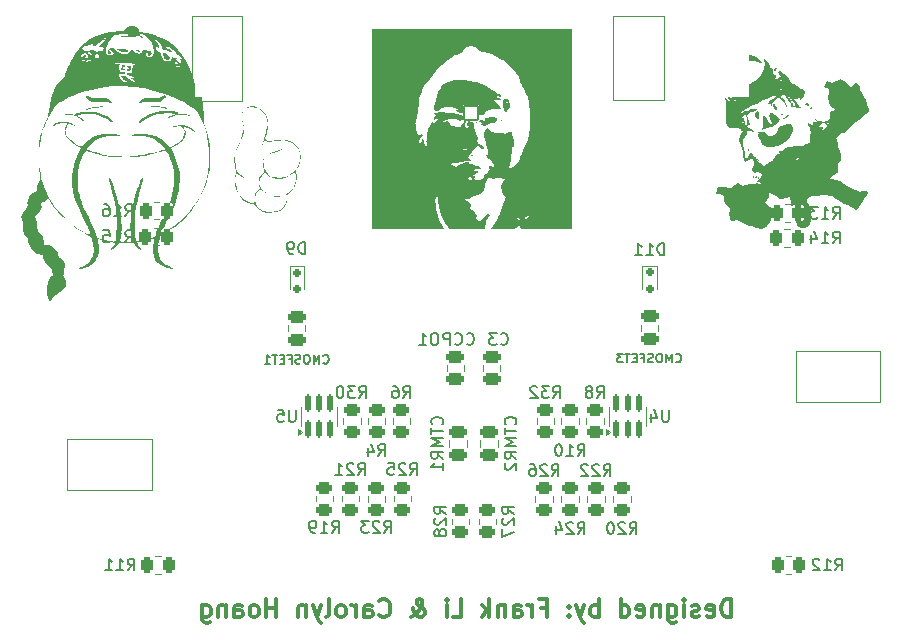
<source format=gbo>
G04 #@! TF.GenerationSoftware,KiCad,Pcbnew,8.0.0*
G04 #@! TF.CreationDate,2024-11-27T00:01:04-06:00*
G04 #@! TF.ProjectId,Power-Secondary,506f7765-722d-4536-9563-6f6e64617279,rev?*
G04 #@! TF.SameCoordinates,Original*
G04 #@! TF.FileFunction,Legend,Bot*
G04 #@! TF.FilePolarity,Positive*
%FSLAX46Y46*%
G04 Gerber Fmt 4.6, Leading zero omitted, Abs format (unit mm)*
G04 Created by KiCad (PCBNEW 8.0.0) date 2024-11-27 00:01:04*
%MOMM*%
%LPD*%
G01*
G04 APERTURE LIST*
G04 Aperture macros list*
%AMRoundRect*
0 Rectangle with rounded corners*
0 $1 Rounding radius*
0 $2 $3 $4 $5 $6 $7 $8 $9 X,Y pos of 4 corners*
0 Add a 4 corners polygon primitive as box body*
4,1,4,$2,$3,$4,$5,$6,$7,$8,$9,$2,$3,0*
0 Add four circle primitives for the rounded corners*
1,1,$1+$1,$2,$3*
1,1,$1+$1,$4,$5*
1,1,$1+$1,$6,$7*
1,1,$1+$1,$8,$9*
0 Add four rect primitives between the rounded corners*
20,1,$1+$1,$2,$3,$4,$5,0*
20,1,$1+$1,$4,$5,$6,$7,0*
20,1,$1+$1,$6,$7,$8,$9,0*
20,1,$1+$1,$8,$9,$2,$3,0*%
G04 Aperture macros list end*
%ADD10C,0.300000*%
%ADD11C,0.150000*%
%ADD12C,0.120000*%
%ADD13C,0.000000*%
%ADD14R,3.430000X3.780000*%
%ADD15C,3.000000*%
%ADD16R,3.780000X3.430000*%
%ADD17R,1.700000X1.700000*%
%ADD18O,1.700000X1.700000*%
%ADD19RoundRect,0.102000X0.600000X-0.600000X0.600000X0.600000X-0.600000X0.600000X-0.600000X-0.600000X0*%
%ADD20C,1.404000*%
%ADD21C,1.270000*%
%ADD22C,1.700000*%
%ADD23RoundRect,0.250000X-0.450000X0.262500X-0.450000X-0.262500X0.450000X-0.262500X0.450000X0.262500X0*%
%ADD24RoundRect,0.250000X-0.262500X-0.450000X0.262500X-0.450000X0.262500X0.450000X-0.262500X0.450000X0*%
%ADD25RoundRect,0.250000X0.450000X-0.262500X0.450000X0.262500X-0.450000X0.262500X-0.450000X-0.262500X0*%
%ADD26RoundRect,0.125000X-0.125000X-0.625000X0.125000X-0.625000X0.125000X0.625000X-0.125000X0.625000X0*%
%ADD27RoundRect,0.250000X0.475000X-0.250000X0.475000X0.250000X-0.475000X0.250000X-0.475000X-0.250000X0*%
%ADD28RoundRect,0.250000X0.262500X0.450000X-0.262500X0.450000X-0.262500X-0.450000X0.262500X-0.450000X0*%
%ADD29RoundRect,0.150000X0.200000X-0.150000X0.200000X0.150000X-0.200000X0.150000X-0.200000X-0.150000X0*%
%ADD30RoundRect,0.250000X-0.475000X0.250000X-0.475000X-0.250000X0.475000X-0.250000X0.475000X0.250000X0*%
G04 APERTURE END LIST*
D10*
X161045489Y-104200828D02*
X161045489Y-102700828D01*
X161045489Y-102700828D02*
X160688346Y-102700828D01*
X160688346Y-102700828D02*
X160474060Y-102772257D01*
X160474060Y-102772257D02*
X160331203Y-102915114D01*
X160331203Y-102915114D02*
X160259774Y-103057971D01*
X160259774Y-103057971D02*
X160188346Y-103343685D01*
X160188346Y-103343685D02*
X160188346Y-103557971D01*
X160188346Y-103557971D02*
X160259774Y-103843685D01*
X160259774Y-103843685D02*
X160331203Y-103986542D01*
X160331203Y-103986542D02*
X160474060Y-104129400D01*
X160474060Y-104129400D02*
X160688346Y-104200828D01*
X160688346Y-104200828D02*
X161045489Y-104200828D01*
X158974060Y-104129400D02*
X159116917Y-104200828D01*
X159116917Y-104200828D02*
X159402632Y-104200828D01*
X159402632Y-104200828D02*
X159545489Y-104129400D01*
X159545489Y-104129400D02*
X159616917Y-103986542D01*
X159616917Y-103986542D02*
X159616917Y-103415114D01*
X159616917Y-103415114D02*
X159545489Y-103272257D01*
X159545489Y-103272257D02*
X159402632Y-103200828D01*
X159402632Y-103200828D02*
X159116917Y-103200828D01*
X159116917Y-103200828D02*
X158974060Y-103272257D01*
X158974060Y-103272257D02*
X158902632Y-103415114D01*
X158902632Y-103415114D02*
X158902632Y-103557971D01*
X158902632Y-103557971D02*
X159616917Y-103700828D01*
X158331203Y-104129400D02*
X158188346Y-104200828D01*
X158188346Y-104200828D02*
X157902632Y-104200828D01*
X157902632Y-104200828D02*
X157759775Y-104129400D01*
X157759775Y-104129400D02*
X157688346Y-103986542D01*
X157688346Y-103986542D02*
X157688346Y-103915114D01*
X157688346Y-103915114D02*
X157759775Y-103772257D01*
X157759775Y-103772257D02*
X157902632Y-103700828D01*
X157902632Y-103700828D02*
X158116918Y-103700828D01*
X158116918Y-103700828D02*
X158259775Y-103629400D01*
X158259775Y-103629400D02*
X158331203Y-103486542D01*
X158331203Y-103486542D02*
X158331203Y-103415114D01*
X158331203Y-103415114D02*
X158259775Y-103272257D01*
X158259775Y-103272257D02*
X158116918Y-103200828D01*
X158116918Y-103200828D02*
X157902632Y-103200828D01*
X157902632Y-103200828D02*
X157759775Y-103272257D01*
X157045489Y-104200828D02*
X157045489Y-103200828D01*
X157045489Y-102700828D02*
X157116917Y-102772257D01*
X157116917Y-102772257D02*
X157045489Y-102843685D01*
X157045489Y-102843685D02*
X156974060Y-102772257D01*
X156974060Y-102772257D02*
X157045489Y-102700828D01*
X157045489Y-102700828D02*
X157045489Y-102843685D01*
X155688346Y-103200828D02*
X155688346Y-104415114D01*
X155688346Y-104415114D02*
X155759774Y-104557971D01*
X155759774Y-104557971D02*
X155831203Y-104629400D01*
X155831203Y-104629400D02*
X155974060Y-104700828D01*
X155974060Y-104700828D02*
X156188346Y-104700828D01*
X156188346Y-104700828D02*
X156331203Y-104629400D01*
X155688346Y-104129400D02*
X155831203Y-104200828D01*
X155831203Y-104200828D02*
X156116917Y-104200828D01*
X156116917Y-104200828D02*
X156259774Y-104129400D01*
X156259774Y-104129400D02*
X156331203Y-104057971D01*
X156331203Y-104057971D02*
X156402631Y-103915114D01*
X156402631Y-103915114D02*
X156402631Y-103486542D01*
X156402631Y-103486542D02*
X156331203Y-103343685D01*
X156331203Y-103343685D02*
X156259774Y-103272257D01*
X156259774Y-103272257D02*
X156116917Y-103200828D01*
X156116917Y-103200828D02*
X155831203Y-103200828D01*
X155831203Y-103200828D02*
X155688346Y-103272257D01*
X154974060Y-103200828D02*
X154974060Y-104200828D01*
X154974060Y-103343685D02*
X154902631Y-103272257D01*
X154902631Y-103272257D02*
X154759774Y-103200828D01*
X154759774Y-103200828D02*
X154545488Y-103200828D01*
X154545488Y-103200828D02*
X154402631Y-103272257D01*
X154402631Y-103272257D02*
X154331203Y-103415114D01*
X154331203Y-103415114D02*
X154331203Y-104200828D01*
X153045488Y-104129400D02*
X153188345Y-104200828D01*
X153188345Y-104200828D02*
X153474060Y-104200828D01*
X153474060Y-104200828D02*
X153616917Y-104129400D01*
X153616917Y-104129400D02*
X153688345Y-103986542D01*
X153688345Y-103986542D02*
X153688345Y-103415114D01*
X153688345Y-103415114D02*
X153616917Y-103272257D01*
X153616917Y-103272257D02*
X153474060Y-103200828D01*
X153474060Y-103200828D02*
X153188345Y-103200828D01*
X153188345Y-103200828D02*
X153045488Y-103272257D01*
X153045488Y-103272257D02*
X152974060Y-103415114D01*
X152974060Y-103415114D02*
X152974060Y-103557971D01*
X152974060Y-103557971D02*
X153688345Y-103700828D01*
X151688346Y-104200828D02*
X151688346Y-102700828D01*
X151688346Y-104129400D02*
X151831203Y-104200828D01*
X151831203Y-104200828D02*
X152116917Y-104200828D01*
X152116917Y-104200828D02*
X152259774Y-104129400D01*
X152259774Y-104129400D02*
X152331203Y-104057971D01*
X152331203Y-104057971D02*
X152402631Y-103915114D01*
X152402631Y-103915114D02*
X152402631Y-103486542D01*
X152402631Y-103486542D02*
X152331203Y-103343685D01*
X152331203Y-103343685D02*
X152259774Y-103272257D01*
X152259774Y-103272257D02*
X152116917Y-103200828D01*
X152116917Y-103200828D02*
X151831203Y-103200828D01*
X151831203Y-103200828D02*
X151688346Y-103272257D01*
X149831203Y-104200828D02*
X149831203Y-102700828D01*
X149831203Y-103272257D02*
X149688346Y-103200828D01*
X149688346Y-103200828D02*
X149402631Y-103200828D01*
X149402631Y-103200828D02*
X149259774Y-103272257D01*
X149259774Y-103272257D02*
X149188346Y-103343685D01*
X149188346Y-103343685D02*
X149116917Y-103486542D01*
X149116917Y-103486542D02*
X149116917Y-103915114D01*
X149116917Y-103915114D02*
X149188346Y-104057971D01*
X149188346Y-104057971D02*
X149259774Y-104129400D01*
X149259774Y-104129400D02*
X149402631Y-104200828D01*
X149402631Y-104200828D02*
X149688346Y-104200828D01*
X149688346Y-104200828D02*
X149831203Y-104129400D01*
X148616917Y-103200828D02*
X148259774Y-104200828D01*
X147902631Y-103200828D02*
X148259774Y-104200828D01*
X148259774Y-104200828D02*
X148402631Y-104557971D01*
X148402631Y-104557971D02*
X148474060Y-104629400D01*
X148474060Y-104629400D02*
X148616917Y-104700828D01*
X147331203Y-104057971D02*
X147259774Y-104129400D01*
X147259774Y-104129400D02*
X147331203Y-104200828D01*
X147331203Y-104200828D02*
X147402631Y-104129400D01*
X147402631Y-104129400D02*
X147331203Y-104057971D01*
X147331203Y-104057971D02*
X147331203Y-104200828D01*
X147331203Y-103272257D02*
X147259774Y-103343685D01*
X147259774Y-103343685D02*
X147331203Y-103415114D01*
X147331203Y-103415114D02*
X147402631Y-103343685D01*
X147402631Y-103343685D02*
X147331203Y-103272257D01*
X147331203Y-103272257D02*
X147331203Y-103415114D01*
X144974060Y-103415114D02*
X145474060Y-103415114D01*
X145474060Y-104200828D02*
X145474060Y-102700828D01*
X145474060Y-102700828D02*
X144759774Y-102700828D01*
X144188346Y-104200828D02*
X144188346Y-103200828D01*
X144188346Y-103486542D02*
X144116917Y-103343685D01*
X144116917Y-103343685D02*
X144045489Y-103272257D01*
X144045489Y-103272257D02*
X143902631Y-103200828D01*
X143902631Y-103200828D02*
X143759774Y-103200828D01*
X142616918Y-104200828D02*
X142616918Y-103415114D01*
X142616918Y-103415114D02*
X142688346Y-103272257D01*
X142688346Y-103272257D02*
X142831203Y-103200828D01*
X142831203Y-103200828D02*
X143116918Y-103200828D01*
X143116918Y-103200828D02*
X143259775Y-103272257D01*
X142616918Y-104129400D02*
X142759775Y-104200828D01*
X142759775Y-104200828D02*
X143116918Y-104200828D01*
X143116918Y-104200828D02*
X143259775Y-104129400D01*
X143259775Y-104129400D02*
X143331203Y-103986542D01*
X143331203Y-103986542D02*
X143331203Y-103843685D01*
X143331203Y-103843685D02*
X143259775Y-103700828D01*
X143259775Y-103700828D02*
X143116918Y-103629400D01*
X143116918Y-103629400D02*
X142759775Y-103629400D01*
X142759775Y-103629400D02*
X142616918Y-103557971D01*
X141902632Y-103200828D02*
X141902632Y-104200828D01*
X141902632Y-103343685D02*
X141831203Y-103272257D01*
X141831203Y-103272257D02*
X141688346Y-103200828D01*
X141688346Y-103200828D02*
X141474060Y-103200828D01*
X141474060Y-103200828D02*
X141331203Y-103272257D01*
X141331203Y-103272257D02*
X141259775Y-103415114D01*
X141259775Y-103415114D02*
X141259775Y-104200828D01*
X140545489Y-104200828D02*
X140545489Y-102700828D01*
X140402632Y-103629400D02*
X139974060Y-104200828D01*
X139974060Y-103200828D02*
X140545489Y-103772257D01*
X137474060Y-104200828D02*
X138188346Y-104200828D01*
X138188346Y-104200828D02*
X138188346Y-102700828D01*
X136974060Y-104200828D02*
X136974060Y-103200828D01*
X136974060Y-102700828D02*
X137045488Y-102772257D01*
X137045488Y-102772257D02*
X136974060Y-102843685D01*
X136974060Y-102843685D02*
X136902631Y-102772257D01*
X136902631Y-102772257D02*
X136974060Y-102700828D01*
X136974060Y-102700828D02*
X136974060Y-102843685D01*
X133902631Y-104200828D02*
X133974060Y-104200828D01*
X133974060Y-104200828D02*
X134116917Y-104129400D01*
X134116917Y-104129400D02*
X134331202Y-103915114D01*
X134331202Y-103915114D02*
X134688345Y-103486542D01*
X134688345Y-103486542D02*
X134831202Y-103272257D01*
X134831202Y-103272257D02*
X134902631Y-103057971D01*
X134902631Y-103057971D02*
X134902631Y-102915114D01*
X134902631Y-102915114D02*
X134831202Y-102772257D01*
X134831202Y-102772257D02*
X134688345Y-102700828D01*
X134688345Y-102700828D02*
X134616917Y-102700828D01*
X134616917Y-102700828D02*
X134474060Y-102772257D01*
X134474060Y-102772257D02*
X134402631Y-102915114D01*
X134402631Y-102915114D02*
X134402631Y-102986542D01*
X134402631Y-102986542D02*
X134474060Y-103129400D01*
X134474060Y-103129400D02*
X134545488Y-103200828D01*
X134545488Y-103200828D02*
X134974060Y-103486542D01*
X134974060Y-103486542D02*
X135045488Y-103557971D01*
X135045488Y-103557971D02*
X135116917Y-103700828D01*
X135116917Y-103700828D02*
X135116917Y-103915114D01*
X135116917Y-103915114D02*
X135045488Y-104057971D01*
X135045488Y-104057971D02*
X134974060Y-104129400D01*
X134974060Y-104129400D02*
X134831202Y-104200828D01*
X134831202Y-104200828D02*
X134616917Y-104200828D01*
X134616917Y-104200828D02*
X134474060Y-104129400D01*
X134474060Y-104129400D02*
X134402631Y-104057971D01*
X134402631Y-104057971D02*
X134188345Y-103772257D01*
X134188345Y-103772257D02*
X134116917Y-103557971D01*
X134116917Y-103557971D02*
X134116917Y-103415114D01*
X131259774Y-104057971D02*
X131331202Y-104129400D01*
X131331202Y-104129400D02*
X131545488Y-104200828D01*
X131545488Y-104200828D02*
X131688345Y-104200828D01*
X131688345Y-104200828D02*
X131902631Y-104129400D01*
X131902631Y-104129400D02*
X132045488Y-103986542D01*
X132045488Y-103986542D02*
X132116917Y-103843685D01*
X132116917Y-103843685D02*
X132188345Y-103557971D01*
X132188345Y-103557971D02*
X132188345Y-103343685D01*
X132188345Y-103343685D02*
X132116917Y-103057971D01*
X132116917Y-103057971D02*
X132045488Y-102915114D01*
X132045488Y-102915114D02*
X131902631Y-102772257D01*
X131902631Y-102772257D02*
X131688345Y-102700828D01*
X131688345Y-102700828D02*
X131545488Y-102700828D01*
X131545488Y-102700828D02*
X131331202Y-102772257D01*
X131331202Y-102772257D02*
X131259774Y-102843685D01*
X129974060Y-104200828D02*
X129974060Y-103415114D01*
X129974060Y-103415114D02*
X130045488Y-103272257D01*
X130045488Y-103272257D02*
X130188345Y-103200828D01*
X130188345Y-103200828D02*
X130474060Y-103200828D01*
X130474060Y-103200828D02*
X130616917Y-103272257D01*
X129974060Y-104129400D02*
X130116917Y-104200828D01*
X130116917Y-104200828D02*
X130474060Y-104200828D01*
X130474060Y-104200828D02*
X130616917Y-104129400D01*
X130616917Y-104129400D02*
X130688345Y-103986542D01*
X130688345Y-103986542D02*
X130688345Y-103843685D01*
X130688345Y-103843685D02*
X130616917Y-103700828D01*
X130616917Y-103700828D02*
X130474060Y-103629400D01*
X130474060Y-103629400D02*
X130116917Y-103629400D01*
X130116917Y-103629400D02*
X129974060Y-103557971D01*
X129259774Y-104200828D02*
X129259774Y-103200828D01*
X129259774Y-103486542D02*
X129188345Y-103343685D01*
X129188345Y-103343685D02*
X129116917Y-103272257D01*
X129116917Y-103272257D02*
X128974059Y-103200828D01*
X128974059Y-103200828D02*
X128831202Y-103200828D01*
X128116917Y-104200828D02*
X128259774Y-104129400D01*
X128259774Y-104129400D02*
X128331203Y-104057971D01*
X128331203Y-104057971D02*
X128402631Y-103915114D01*
X128402631Y-103915114D02*
X128402631Y-103486542D01*
X128402631Y-103486542D02*
X128331203Y-103343685D01*
X128331203Y-103343685D02*
X128259774Y-103272257D01*
X128259774Y-103272257D02*
X128116917Y-103200828D01*
X128116917Y-103200828D02*
X127902631Y-103200828D01*
X127902631Y-103200828D02*
X127759774Y-103272257D01*
X127759774Y-103272257D02*
X127688346Y-103343685D01*
X127688346Y-103343685D02*
X127616917Y-103486542D01*
X127616917Y-103486542D02*
X127616917Y-103915114D01*
X127616917Y-103915114D02*
X127688346Y-104057971D01*
X127688346Y-104057971D02*
X127759774Y-104129400D01*
X127759774Y-104129400D02*
X127902631Y-104200828D01*
X127902631Y-104200828D02*
X128116917Y-104200828D01*
X126759774Y-104200828D02*
X126902631Y-104129400D01*
X126902631Y-104129400D02*
X126974060Y-103986542D01*
X126974060Y-103986542D02*
X126974060Y-102700828D01*
X126331203Y-103200828D02*
X125974060Y-104200828D01*
X125616917Y-103200828D02*
X125974060Y-104200828D01*
X125974060Y-104200828D02*
X126116917Y-104557971D01*
X126116917Y-104557971D02*
X126188346Y-104629400D01*
X126188346Y-104629400D02*
X126331203Y-104700828D01*
X125045489Y-103200828D02*
X125045489Y-104200828D01*
X125045489Y-103343685D02*
X124974060Y-103272257D01*
X124974060Y-103272257D02*
X124831203Y-103200828D01*
X124831203Y-103200828D02*
X124616917Y-103200828D01*
X124616917Y-103200828D02*
X124474060Y-103272257D01*
X124474060Y-103272257D02*
X124402632Y-103415114D01*
X124402632Y-103415114D02*
X124402632Y-104200828D01*
X122545489Y-104200828D02*
X122545489Y-102700828D01*
X122545489Y-103415114D02*
X121688346Y-103415114D01*
X121688346Y-104200828D02*
X121688346Y-102700828D01*
X120759774Y-104200828D02*
X120902631Y-104129400D01*
X120902631Y-104129400D02*
X120974060Y-104057971D01*
X120974060Y-104057971D02*
X121045488Y-103915114D01*
X121045488Y-103915114D02*
X121045488Y-103486542D01*
X121045488Y-103486542D02*
X120974060Y-103343685D01*
X120974060Y-103343685D02*
X120902631Y-103272257D01*
X120902631Y-103272257D02*
X120759774Y-103200828D01*
X120759774Y-103200828D02*
X120545488Y-103200828D01*
X120545488Y-103200828D02*
X120402631Y-103272257D01*
X120402631Y-103272257D02*
X120331203Y-103343685D01*
X120331203Y-103343685D02*
X120259774Y-103486542D01*
X120259774Y-103486542D02*
X120259774Y-103915114D01*
X120259774Y-103915114D02*
X120331203Y-104057971D01*
X120331203Y-104057971D02*
X120402631Y-104129400D01*
X120402631Y-104129400D02*
X120545488Y-104200828D01*
X120545488Y-104200828D02*
X120759774Y-104200828D01*
X118974060Y-104200828D02*
X118974060Y-103415114D01*
X118974060Y-103415114D02*
X119045488Y-103272257D01*
X119045488Y-103272257D02*
X119188345Y-103200828D01*
X119188345Y-103200828D02*
X119474060Y-103200828D01*
X119474060Y-103200828D02*
X119616917Y-103272257D01*
X118974060Y-104129400D02*
X119116917Y-104200828D01*
X119116917Y-104200828D02*
X119474060Y-104200828D01*
X119474060Y-104200828D02*
X119616917Y-104129400D01*
X119616917Y-104129400D02*
X119688345Y-103986542D01*
X119688345Y-103986542D02*
X119688345Y-103843685D01*
X119688345Y-103843685D02*
X119616917Y-103700828D01*
X119616917Y-103700828D02*
X119474060Y-103629400D01*
X119474060Y-103629400D02*
X119116917Y-103629400D01*
X119116917Y-103629400D02*
X118974060Y-103557971D01*
X118259774Y-103200828D02*
X118259774Y-104200828D01*
X118259774Y-103343685D02*
X118188345Y-103272257D01*
X118188345Y-103272257D02*
X118045488Y-103200828D01*
X118045488Y-103200828D02*
X117831202Y-103200828D01*
X117831202Y-103200828D02*
X117688345Y-103272257D01*
X117688345Y-103272257D02*
X117616917Y-103415114D01*
X117616917Y-103415114D02*
X117616917Y-104200828D01*
X116259774Y-103200828D02*
X116259774Y-104415114D01*
X116259774Y-104415114D02*
X116331202Y-104557971D01*
X116331202Y-104557971D02*
X116402631Y-104629400D01*
X116402631Y-104629400D02*
X116545488Y-104700828D01*
X116545488Y-104700828D02*
X116759774Y-104700828D01*
X116759774Y-104700828D02*
X116902631Y-104629400D01*
X116259774Y-104129400D02*
X116402631Y-104200828D01*
X116402631Y-104200828D02*
X116688345Y-104200828D01*
X116688345Y-104200828D02*
X116831202Y-104129400D01*
X116831202Y-104129400D02*
X116902631Y-104057971D01*
X116902631Y-104057971D02*
X116974059Y-103915114D01*
X116974059Y-103915114D02*
X116974059Y-103486542D01*
X116974059Y-103486542D02*
X116902631Y-103343685D01*
X116902631Y-103343685D02*
X116831202Y-103272257D01*
X116831202Y-103272257D02*
X116688345Y-103200828D01*
X116688345Y-103200828D02*
X116402631Y-103200828D01*
X116402631Y-103200828D02*
X116259774Y-103272257D01*
D11*
X142654819Y-95444642D02*
X142178628Y-95111309D01*
X142654819Y-94873214D02*
X141654819Y-94873214D01*
X141654819Y-94873214D02*
X141654819Y-95254166D01*
X141654819Y-95254166D02*
X141702438Y-95349404D01*
X141702438Y-95349404D02*
X141750057Y-95397023D01*
X141750057Y-95397023D02*
X141845295Y-95444642D01*
X141845295Y-95444642D02*
X141988152Y-95444642D01*
X141988152Y-95444642D02*
X142083390Y-95397023D01*
X142083390Y-95397023D02*
X142131009Y-95349404D01*
X142131009Y-95349404D02*
X142178628Y-95254166D01*
X142178628Y-95254166D02*
X142178628Y-94873214D01*
X141750057Y-95825595D02*
X141702438Y-95873214D01*
X141702438Y-95873214D02*
X141654819Y-95968452D01*
X141654819Y-95968452D02*
X141654819Y-96206547D01*
X141654819Y-96206547D02*
X141702438Y-96301785D01*
X141702438Y-96301785D02*
X141750057Y-96349404D01*
X141750057Y-96349404D02*
X141845295Y-96397023D01*
X141845295Y-96397023D02*
X141940533Y-96397023D01*
X141940533Y-96397023D02*
X142083390Y-96349404D01*
X142083390Y-96349404D02*
X142654819Y-95777976D01*
X142654819Y-95777976D02*
X142654819Y-96397023D01*
X141654819Y-96730357D02*
X141654819Y-97397023D01*
X141654819Y-97397023D02*
X142654819Y-96968452D01*
X109742857Y-70254819D02*
X110076190Y-69778628D01*
X110314285Y-70254819D02*
X110314285Y-69254819D01*
X110314285Y-69254819D02*
X109933333Y-69254819D01*
X109933333Y-69254819D02*
X109838095Y-69302438D01*
X109838095Y-69302438D02*
X109790476Y-69350057D01*
X109790476Y-69350057D02*
X109742857Y-69445295D01*
X109742857Y-69445295D02*
X109742857Y-69588152D01*
X109742857Y-69588152D02*
X109790476Y-69683390D01*
X109790476Y-69683390D02*
X109838095Y-69731009D01*
X109838095Y-69731009D02*
X109933333Y-69778628D01*
X109933333Y-69778628D02*
X110314285Y-69778628D01*
X108790476Y-70254819D02*
X109361904Y-70254819D01*
X109076190Y-70254819D02*
X109076190Y-69254819D01*
X109076190Y-69254819D02*
X109171428Y-69397676D01*
X109171428Y-69397676D02*
X109266666Y-69492914D01*
X109266666Y-69492914D02*
X109361904Y-69540533D01*
X107933333Y-69254819D02*
X108123809Y-69254819D01*
X108123809Y-69254819D02*
X108219047Y-69302438D01*
X108219047Y-69302438D02*
X108266666Y-69350057D01*
X108266666Y-69350057D02*
X108361904Y-69492914D01*
X108361904Y-69492914D02*
X108409523Y-69683390D01*
X108409523Y-69683390D02*
X108409523Y-70064342D01*
X108409523Y-70064342D02*
X108361904Y-70159580D01*
X108361904Y-70159580D02*
X108314285Y-70207200D01*
X108314285Y-70207200D02*
X108219047Y-70254819D01*
X108219047Y-70254819D02*
X108028571Y-70254819D01*
X108028571Y-70254819D02*
X107933333Y-70207200D01*
X107933333Y-70207200D02*
X107885714Y-70159580D01*
X107885714Y-70159580D02*
X107838095Y-70064342D01*
X107838095Y-70064342D02*
X107838095Y-69826247D01*
X107838095Y-69826247D02*
X107885714Y-69731009D01*
X107885714Y-69731009D02*
X107933333Y-69683390D01*
X107933333Y-69683390D02*
X108028571Y-69635771D01*
X108028571Y-69635771D02*
X108219047Y-69635771D01*
X108219047Y-69635771D02*
X108314285Y-69683390D01*
X108314285Y-69683390D02*
X108361904Y-69731009D01*
X108361904Y-69731009D02*
X108409523Y-69826247D01*
X131642857Y-97054819D02*
X131976190Y-96578628D01*
X132214285Y-97054819D02*
X132214285Y-96054819D01*
X132214285Y-96054819D02*
X131833333Y-96054819D01*
X131833333Y-96054819D02*
X131738095Y-96102438D01*
X131738095Y-96102438D02*
X131690476Y-96150057D01*
X131690476Y-96150057D02*
X131642857Y-96245295D01*
X131642857Y-96245295D02*
X131642857Y-96388152D01*
X131642857Y-96388152D02*
X131690476Y-96483390D01*
X131690476Y-96483390D02*
X131738095Y-96531009D01*
X131738095Y-96531009D02*
X131833333Y-96578628D01*
X131833333Y-96578628D02*
X132214285Y-96578628D01*
X131261904Y-96150057D02*
X131214285Y-96102438D01*
X131214285Y-96102438D02*
X131119047Y-96054819D01*
X131119047Y-96054819D02*
X130880952Y-96054819D01*
X130880952Y-96054819D02*
X130785714Y-96102438D01*
X130785714Y-96102438D02*
X130738095Y-96150057D01*
X130738095Y-96150057D02*
X130690476Y-96245295D01*
X130690476Y-96245295D02*
X130690476Y-96340533D01*
X130690476Y-96340533D02*
X130738095Y-96483390D01*
X130738095Y-96483390D02*
X131309523Y-97054819D01*
X131309523Y-97054819D02*
X130690476Y-97054819D01*
X130357142Y-96054819D02*
X129738095Y-96054819D01*
X129738095Y-96054819D02*
X130071428Y-96435771D01*
X130071428Y-96435771D02*
X129928571Y-96435771D01*
X129928571Y-96435771D02*
X129833333Y-96483390D01*
X129833333Y-96483390D02*
X129785714Y-96531009D01*
X129785714Y-96531009D02*
X129738095Y-96626247D01*
X129738095Y-96626247D02*
X129738095Y-96864342D01*
X129738095Y-96864342D02*
X129785714Y-96959580D01*
X129785714Y-96959580D02*
X129833333Y-97007200D01*
X129833333Y-97007200D02*
X129928571Y-97054819D01*
X129928571Y-97054819D02*
X130214285Y-97054819D01*
X130214285Y-97054819D02*
X130309523Y-97007200D01*
X130309523Y-97007200D02*
X130357142Y-96959580D01*
X155761904Y-86654819D02*
X155761904Y-87464342D01*
X155761904Y-87464342D02*
X155714285Y-87559580D01*
X155714285Y-87559580D02*
X155666666Y-87607200D01*
X155666666Y-87607200D02*
X155571428Y-87654819D01*
X155571428Y-87654819D02*
X155380952Y-87654819D01*
X155380952Y-87654819D02*
X155285714Y-87607200D01*
X155285714Y-87607200D02*
X155238095Y-87559580D01*
X155238095Y-87559580D02*
X155190476Y-87464342D01*
X155190476Y-87464342D02*
X155190476Y-86654819D01*
X154285714Y-86988152D02*
X154285714Y-87654819D01*
X154523809Y-86607200D02*
X154761904Y-87321485D01*
X154761904Y-87321485D02*
X154142857Y-87321485D01*
X152442857Y-97154819D02*
X152776190Y-96678628D01*
X153014285Y-97154819D02*
X153014285Y-96154819D01*
X153014285Y-96154819D02*
X152633333Y-96154819D01*
X152633333Y-96154819D02*
X152538095Y-96202438D01*
X152538095Y-96202438D02*
X152490476Y-96250057D01*
X152490476Y-96250057D02*
X152442857Y-96345295D01*
X152442857Y-96345295D02*
X152442857Y-96488152D01*
X152442857Y-96488152D02*
X152490476Y-96583390D01*
X152490476Y-96583390D02*
X152538095Y-96631009D01*
X152538095Y-96631009D02*
X152633333Y-96678628D01*
X152633333Y-96678628D02*
X153014285Y-96678628D01*
X152061904Y-96250057D02*
X152014285Y-96202438D01*
X152014285Y-96202438D02*
X151919047Y-96154819D01*
X151919047Y-96154819D02*
X151680952Y-96154819D01*
X151680952Y-96154819D02*
X151585714Y-96202438D01*
X151585714Y-96202438D02*
X151538095Y-96250057D01*
X151538095Y-96250057D02*
X151490476Y-96345295D01*
X151490476Y-96345295D02*
X151490476Y-96440533D01*
X151490476Y-96440533D02*
X151538095Y-96583390D01*
X151538095Y-96583390D02*
X152109523Y-97154819D01*
X152109523Y-97154819D02*
X151490476Y-97154819D01*
X150871428Y-96154819D02*
X150776190Y-96154819D01*
X150776190Y-96154819D02*
X150680952Y-96202438D01*
X150680952Y-96202438D02*
X150633333Y-96250057D01*
X150633333Y-96250057D02*
X150585714Y-96345295D01*
X150585714Y-96345295D02*
X150538095Y-96535771D01*
X150538095Y-96535771D02*
X150538095Y-96773866D01*
X150538095Y-96773866D02*
X150585714Y-96964342D01*
X150585714Y-96964342D02*
X150633333Y-97059580D01*
X150633333Y-97059580D02*
X150680952Y-97107200D01*
X150680952Y-97107200D02*
X150776190Y-97154819D01*
X150776190Y-97154819D02*
X150871428Y-97154819D01*
X150871428Y-97154819D02*
X150966666Y-97107200D01*
X150966666Y-97107200D02*
X151014285Y-97059580D01*
X151014285Y-97059580D02*
X151061904Y-96964342D01*
X151061904Y-96964342D02*
X151109523Y-96773866D01*
X151109523Y-96773866D02*
X151109523Y-96535771D01*
X151109523Y-96535771D02*
X151061904Y-96345295D01*
X151061904Y-96345295D02*
X151014285Y-96250057D01*
X151014285Y-96250057D02*
X150966666Y-96202438D01*
X150966666Y-96202438D02*
X150871428Y-96154819D01*
X145942857Y-85654819D02*
X146276190Y-85178628D01*
X146514285Y-85654819D02*
X146514285Y-84654819D01*
X146514285Y-84654819D02*
X146133333Y-84654819D01*
X146133333Y-84654819D02*
X146038095Y-84702438D01*
X146038095Y-84702438D02*
X145990476Y-84750057D01*
X145990476Y-84750057D02*
X145942857Y-84845295D01*
X145942857Y-84845295D02*
X145942857Y-84988152D01*
X145942857Y-84988152D02*
X145990476Y-85083390D01*
X145990476Y-85083390D02*
X146038095Y-85131009D01*
X146038095Y-85131009D02*
X146133333Y-85178628D01*
X146133333Y-85178628D02*
X146514285Y-85178628D01*
X145609523Y-84654819D02*
X144990476Y-84654819D01*
X144990476Y-84654819D02*
X145323809Y-85035771D01*
X145323809Y-85035771D02*
X145180952Y-85035771D01*
X145180952Y-85035771D02*
X145085714Y-85083390D01*
X145085714Y-85083390D02*
X145038095Y-85131009D01*
X145038095Y-85131009D02*
X144990476Y-85226247D01*
X144990476Y-85226247D02*
X144990476Y-85464342D01*
X144990476Y-85464342D02*
X145038095Y-85559580D01*
X145038095Y-85559580D02*
X145085714Y-85607200D01*
X145085714Y-85607200D02*
X145180952Y-85654819D01*
X145180952Y-85654819D02*
X145466666Y-85654819D01*
X145466666Y-85654819D02*
X145561904Y-85607200D01*
X145561904Y-85607200D02*
X145609523Y-85559580D01*
X144609523Y-84750057D02*
X144561904Y-84702438D01*
X144561904Y-84702438D02*
X144466666Y-84654819D01*
X144466666Y-84654819D02*
X144228571Y-84654819D01*
X144228571Y-84654819D02*
X144133333Y-84702438D01*
X144133333Y-84702438D02*
X144085714Y-84750057D01*
X144085714Y-84750057D02*
X144038095Y-84845295D01*
X144038095Y-84845295D02*
X144038095Y-84940533D01*
X144038095Y-84940533D02*
X144085714Y-85083390D01*
X144085714Y-85083390D02*
X144657142Y-85654819D01*
X144657142Y-85654819D02*
X144038095Y-85654819D01*
X129442857Y-92154819D02*
X129776190Y-91678628D01*
X130014285Y-92154819D02*
X130014285Y-91154819D01*
X130014285Y-91154819D02*
X129633333Y-91154819D01*
X129633333Y-91154819D02*
X129538095Y-91202438D01*
X129538095Y-91202438D02*
X129490476Y-91250057D01*
X129490476Y-91250057D02*
X129442857Y-91345295D01*
X129442857Y-91345295D02*
X129442857Y-91488152D01*
X129442857Y-91488152D02*
X129490476Y-91583390D01*
X129490476Y-91583390D02*
X129538095Y-91631009D01*
X129538095Y-91631009D02*
X129633333Y-91678628D01*
X129633333Y-91678628D02*
X130014285Y-91678628D01*
X129061904Y-91250057D02*
X129014285Y-91202438D01*
X129014285Y-91202438D02*
X128919047Y-91154819D01*
X128919047Y-91154819D02*
X128680952Y-91154819D01*
X128680952Y-91154819D02*
X128585714Y-91202438D01*
X128585714Y-91202438D02*
X128538095Y-91250057D01*
X128538095Y-91250057D02*
X128490476Y-91345295D01*
X128490476Y-91345295D02*
X128490476Y-91440533D01*
X128490476Y-91440533D02*
X128538095Y-91583390D01*
X128538095Y-91583390D02*
X129109523Y-92154819D01*
X129109523Y-92154819D02*
X128490476Y-92154819D01*
X127538095Y-92154819D02*
X128109523Y-92154819D01*
X127823809Y-92154819D02*
X127823809Y-91154819D01*
X127823809Y-91154819D02*
X127919047Y-91297676D01*
X127919047Y-91297676D02*
X128014285Y-91392914D01*
X128014285Y-91392914D02*
X128109523Y-91440533D01*
X124161904Y-86654819D02*
X124161904Y-87464342D01*
X124161904Y-87464342D02*
X124114285Y-87559580D01*
X124114285Y-87559580D02*
X124066666Y-87607200D01*
X124066666Y-87607200D02*
X123971428Y-87654819D01*
X123971428Y-87654819D02*
X123780952Y-87654819D01*
X123780952Y-87654819D02*
X123685714Y-87607200D01*
X123685714Y-87607200D02*
X123638095Y-87559580D01*
X123638095Y-87559580D02*
X123590476Y-87464342D01*
X123590476Y-87464342D02*
X123590476Y-86654819D01*
X122638095Y-86654819D02*
X123114285Y-86654819D01*
X123114285Y-86654819D02*
X123161904Y-87131009D01*
X123161904Y-87131009D02*
X123114285Y-87083390D01*
X123114285Y-87083390D02*
X123019047Y-87035771D01*
X123019047Y-87035771D02*
X122780952Y-87035771D01*
X122780952Y-87035771D02*
X122685714Y-87083390D01*
X122685714Y-87083390D02*
X122638095Y-87131009D01*
X122638095Y-87131009D02*
X122590476Y-87226247D01*
X122590476Y-87226247D02*
X122590476Y-87464342D01*
X122590476Y-87464342D02*
X122638095Y-87559580D01*
X122638095Y-87559580D02*
X122685714Y-87607200D01*
X122685714Y-87607200D02*
X122780952Y-87654819D01*
X122780952Y-87654819D02*
X123019047Y-87654819D01*
X123019047Y-87654819D02*
X123114285Y-87607200D01*
X123114285Y-87607200D02*
X123161904Y-87559580D01*
X136559580Y-87880952D02*
X136607200Y-87833333D01*
X136607200Y-87833333D02*
X136654819Y-87690476D01*
X136654819Y-87690476D02*
X136654819Y-87595238D01*
X136654819Y-87595238D02*
X136607200Y-87452381D01*
X136607200Y-87452381D02*
X136511961Y-87357143D01*
X136511961Y-87357143D02*
X136416723Y-87309524D01*
X136416723Y-87309524D02*
X136226247Y-87261905D01*
X136226247Y-87261905D02*
X136083390Y-87261905D01*
X136083390Y-87261905D02*
X135892914Y-87309524D01*
X135892914Y-87309524D02*
X135797676Y-87357143D01*
X135797676Y-87357143D02*
X135702438Y-87452381D01*
X135702438Y-87452381D02*
X135654819Y-87595238D01*
X135654819Y-87595238D02*
X135654819Y-87690476D01*
X135654819Y-87690476D02*
X135702438Y-87833333D01*
X135702438Y-87833333D02*
X135750057Y-87880952D01*
X135654819Y-88166667D02*
X135654819Y-88738095D01*
X136654819Y-88452381D02*
X135654819Y-88452381D01*
X136654819Y-89071429D02*
X135654819Y-89071429D01*
X135654819Y-89071429D02*
X136369104Y-89404762D01*
X136369104Y-89404762D02*
X135654819Y-89738095D01*
X135654819Y-89738095D02*
X136654819Y-89738095D01*
X136654819Y-90785714D02*
X136178628Y-90452381D01*
X136654819Y-90214286D02*
X135654819Y-90214286D01*
X135654819Y-90214286D02*
X135654819Y-90595238D01*
X135654819Y-90595238D02*
X135702438Y-90690476D01*
X135702438Y-90690476D02*
X135750057Y-90738095D01*
X135750057Y-90738095D02*
X135845295Y-90785714D01*
X135845295Y-90785714D02*
X135988152Y-90785714D01*
X135988152Y-90785714D02*
X136083390Y-90738095D01*
X136083390Y-90738095D02*
X136131009Y-90690476D01*
X136131009Y-90690476D02*
X136178628Y-90595238D01*
X136178628Y-90595238D02*
X136178628Y-90214286D01*
X136654819Y-91738095D02*
X136654819Y-91166667D01*
X136654819Y-91452381D02*
X135654819Y-91452381D01*
X135654819Y-91452381D02*
X135797676Y-91357143D01*
X135797676Y-91357143D02*
X135892914Y-91261905D01*
X135892914Y-91261905D02*
X135940533Y-91166667D01*
X149666666Y-85654819D02*
X149999999Y-85178628D01*
X150238094Y-85654819D02*
X150238094Y-84654819D01*
X150238094Y-84654819D02*
X149857142Y-84654819D01*
X149857142Y-84654819D02*
X149761904Y-84702438D01*
X149761904Y-84702438D02*
X149714285Y-84750057D01*
X149714285Y-84750057D02*
X149666666Y-84845295D01*
X149666666Y-84845295D02*
X149666666Y-84988152D01*
X149666666Y-84988152D02*
X149714285Y-85083390D01*
X149714285Y-85083390D02*
X149761904Y-85131009D01*
X149761904Y-85131009D02*
X149857142Y-85178628D01*
X149857142Y-85178628D02*
X150238094Y-85178628D01*
X149095237Y-85083390D02*
X149190475Y-85035771D01*
X149190475Y-85035771D02*
X149238094Y-84988152D01*
X149238094Y-84988152D02*
X149285713Y-84892914D01*
X149285713Y-84892914D02*
X149285713Y-84845295D01*
X149285713Y-84845295D02*
X149238094Y-84750057D01*
X149238094Y-84750057D02*
X149190475Y-84702438D01*
X149190475Y-84702438D02*
X149095237Y-84654819D01*
X149095237Y-84654819D02*
X148904761Y-84654819D01*
X148904761Y-84654819D02*
X148809523Y-84702438D01*
X148809523Y-84702438D02*
X148761904Y-84750057D01*
X148761904Y-84750057D02*
X148714285Y-84845295D01*
X148714285Y-84845295D02*
X148714285Y-84892914D01*
X148714285Y-84892914D02*
X148761904Y-84988152D01*
X148761904Y-84988152D02*
X148809523Y-85035771D01*
X148809523Y-85035771D02*
X148904761Y-85083390D01*
X148904761Y-85083390D02*
X149095237Y-85083390D01*
X149095237Y-85083390D02*
X149190475Y-85131009D01*
X149190475Y-85131009D02*
X149238094Y-85178628D01*
X149238094Y-85178628D02*
X149285713Y-85273866D01*
X149285713Y-85273866D02*
X149285713Y-85464342D01*
X149285713Y-85464342D02*
X149238094Y-85559580D01*
X149238094Y-85559580D02*
X149190475Y-85607200D01*
X149190475Y-85607200D02*
X149095237Y-85654819D01*
X149095237Y-85654819D02*
X148904761Y-85654819D01*
X148904761Y-85654819D02*
X148809523Y-85607200D01*
X148809523Y-85607200D02*
X148761904Y-85559580D01*
X148761904Y-85559580D02*
X148714285Y-85464342D01*
X148714285Y-85464342D02*
X148714285Y-85273866D01*
X148714285Y-85273866D02*
X148761904Y-85178628D01*
X148761904Y-85178628D02*
X148809523Y-85131009D01*
X148809523Y-85131009D02*
X148904761Y-85083390D01*
X169842857Y-100254819D02*
X170176190Y-99778628D01*
X170414285Y-100254819D02*
X170414285Y-99254819D01*
X170414285Y-99254819D02*
X170033333Y-99254819D01*
X170033333Y-99254819D02*
X169938095Y-99302438D01*
X169938095Y-99302438D02*
X169890476Y-99350057D01*
X169890476Y-99350057D02*
X169842857Y-99445295D01*
X169842857Y-99445295D02*
X169842857Y-99588152D01*
X169842857Y-99588152D02*
X169890476Y-99683390D01*
X169890476Y-99683390D02*
X169938095Y-99731009D01*
X169938095Y-99731009D02*
X170033333Y-99778628D01*
X170033333Y-99778628D02*
X170414285Y-99778628D01*
X168890476Y-100254819D02*
X169461904Y-100254819D01*
X169176190Y-100254819D02*
X169176190Y-99254819D01*
X169176190Y-99254819D02*
X169271428Y-99397676D01*
X169271428Y-99397676D02*
X169366666Y-99492914D01*
X169366666Y-99492914D02*
X169461904Y-99540533D01*
X168509523Y-99350057D02*
X168461904Y-99302438D01*
X168461904Y-99302438D02*
X168366666Y-99254819D01*
X168366666Y-99254819D02*
X168128571Y-99254819D01*
X168128571Y-99254819D02*
X168033333Y-99302438D01*
X168033333Y-99302438D02*
X167985714Y-99350057D01*
X167985714Y-99350057D02*
X167938095Y-99445295D01*
X167938095Y-99445295D02*
X167938095Y-99540533D01*
X167938095Y-99540533D02*
X167985714Y-99683390D01*
X167985714Y-99683390D02*
X168557142Y-100254819D01*
X168557142Y-100254819D02*
X167938095Y-100254819D01*
X148042857Y-97154819D02*
X148376190Y-96678628D01*
X148614285Y-97154819D02*
X148614285Y-96154819D01*
X148614285Y-96154819D02*
X148233333Y-96154819D01*
X148233333Y-96154819D02*
X148138095Y-96202438D01*
X148138095Y-96202438D02*
X148090476Y-96250057D01*
X148090476Y-96250057D02*
X148042857Y-96345295D01*
X148042857Y-96345295D02*
X148042857Y-96488152D01*
X148042857Y-96488152D02*
X148090476Y-96583390D01*
X148090476Y-96583390D02*
X148138095Y-96631009D01*
X148138095Y-96631009D02*
X148233333Y-96678628D01*
X148233333Y-96678628D02*
X148614285Y-96678628D01*
X147661904Y-96250057D02*
X147614285Y-96202438D01*
X147614285Y-96202438D02*
X147519047Y-96154819D01*
X147519047Y-96154819D02*
X147280952Y-96154819D01*
X147280952Y-96154819D02*
X147185714Y-96202438D01*
X147185714Y-96202438D02*
X147138095Y-96250057D01*
X147138095Y-96250057D02*
X147090476Y-96345295D01*
X147090476Y-96345295D02*
X147090476Y-96440533D01*
X147090476Y-96440533D02*
X147138095Y-96583390D01*
X147138095Y-96583390D02*
X147709523Y-97154819D01*
X147709523Y-97154819D02*
X147090476Y-97154819D01*
X146233333Y-96488152D02*
X146233333Y-97154819D01*
X146471428Y-96107200D02*
X146709523Y-96821485D01*
X146709523Y-96821485D02*
X146090476Y-96821485D01*
X133266666Y-85654819D02*
X133599999Y-85178628D01*
X133838094Y-85654819D02*
X133838094Y-84654819D01*
X133838094Y-84654819D02*
X133457142Y-84654819D01*
X133457142Y-84654819D02*
X133361904Y-84702438D01*
X133361904Y-84702438D02*
X133314285Y-84750057D01*
X133314285Y-84750057D02*
X133266666Y-84845295D01*
X133266666Y-84845295D02*
X133266666Y-84988152D01*
X133266666Y-84988152D02*
X133314285Y-85083390D01*
X133314285Y-85083390D02*
X133361904Y-85131009D01*
X133361904Y-85131009D02*
X133457142Y-85178628D01*
X133457142Y-85178628D02*
X133838094Y-85178628D01*
X132409523Y-84654819D02*
X132599999Y-84654819D01*
X132599999Y-84654819D02*
X132695237Y-84702438D01*
X132695237Y-84702438D02*
X132742856Y-84750057D01*
X132742856Y-84750057D02*
X132838094Y-84892914D01*
X132838094Y-84892914D02*
X132885713Y-85083390D01*
X132885713Y-85083390D02*
X132885713Y-85464342D01*
X132885713Y-85464342D02*
X132838094Y-85559580D01*
X132838094Y-85559580D02*
X132790475Y-85607200D01*
X132790475Y-85607200D02*
X132695237Y-85654819D01*
X132695237Y-85654819D02*
X132504761Y-85654819D01*
X132504761Y-85654819D02*
X132409523Y-85607200D01*
X132409523Y-85607200D02*
X132361904Y-85559580D01*
X132361904Y-85559580D02*
X132314285Y-85464342D01*
X132314285Y-85464342D02*
X132314285Y-85226247D01*
X132314285Y-85226247D02*
X132361904Y-85131009D01*
X132361904Y-85131009D02*
X132409523Y-85083390D01*
X132409523Y-85083390D02*
X132504761Y-85035771D01*
X132504761Y-85035771D02*
X132695237Y-85035771D01*
X132695237Y-85035771D02*
X132790475Y-85083390D01*
X132790475Y-85083390D02*
X132838094Y-85131009D01*
X132838094Y-85131009D02*
X132885713Y-85226247D01*
X142759580Y-87880952D02*
X142807200Y-87833333D01*
X142807200Y-87833333D02*
X142854819Y-87690476D01*
X142854819Y-87690476D02*
X142854819Y-87595238D01*
X142854819Y-87595238D02*
X142807200Y-87452381D01*
X142807200Y-87452381D02*
X142711961Y-87357143D01*
X142711961Y-87357143D02*
X142616723Y-87309524D01*
X142616723Y-87309524D02*
X142426247Y-87261905D01*
X142426247Y-87261905D02*
X142283390Y-87261905D01*
X142283390Y-87261905D02*
X142092914Y-87309524D01*
X142092914Y-87309524D02*
X141997676Y-87357143D01*
X141997676Y-87357143D02*
X141902438Y-87452381D01*
X141902438Y-87452381D02*
X141854819Y-87595238D01*
X141854819Y-87595238D02*
X141854819Y-87690476D01*
X141854819Y-87690476D02*
X141902438Y-87833333D01*
X141902438Y-87833333D02*
X141950057Y-87880952D01*
X141854819Y-88166667D02*
X141854819Y-88738095D01*
X142854819Y-88452381D02*
X141854819Y-88452381D01*
X142854819Y-89071429D02*
X141854819Y-89071429D01*
X141854819Y-89071429D02*
X142569104Y-89404762D01*
X142569104Y-89404762D02*
X141854819Y-89738095D01*
X141854819Y-89738095D02*
X142854819Y-89738095D01*
X142854819Y-90785714D02*
X142378628Y-90452381D01*
X142854819Y-90214286D02*
X141854819Y-90214286D01*
X141854819Y-90214286D02*
X141854819Y-90595238D01*
X141854819Y-90595238D02*
X141902438Y-90690476D01*
X141902438Y-90690476D02*
X141950057Y-90738095D01*
X141950057Y-90738095D02*
X142045295Y-90785714D01*
X142045295Y-90785714D02*
X142188152Y-90785714D01*
X142188152Y-90785714D02*
X142283390Y-90738095D01*
X142283390Y-90738095D02*
X142331009Y-90690476D01*
X142331009Y-90690476D02*
X142378628Y-90595238D01*
X142378628Y-90595238D02*
X142378628Y-90214286D01*
X141950057Y-91166667D02*
X141902438Y-91214286D01*
X141902438Y-91214286D02*
X141854819Y-91309524D01*
X141854819Y-91309524D02*
X141854819Y-91547619D01*
X141854819Y-91547619D02*
X141902438Y-91642857D01*
X141902438Y-91642857D02*
X141950057Y-91690476D01*
X141950057Y-91690476D02*
X142045295Y-91738095D01*
X142045295Y-91738095D02*
X142140533Y-91738095D01*
X142140533Y-91738095D02*
X142283390Y-91690476D01*
X142283390Y-91690476D02*
X142854819Y-91119048D01*
X142854819Y-91119048D02*
X142854819Y-91738095D01*
X126500000Y-82667735D02*
X126535714Y-82703450D01*
X126535714Y-82703450D02*
X126642857Y-82739164D01*
X126642857Y-82739164D02*
X126714285Y-82739164D01*
X126714285Y-82739164D02*
X126821428Y-82703450D01*
X126821428Y-82703450D02*
X126892857Y-82632021D01*
X126892857Y-82632021D02*
X126928571Y-82560592D01*
X126928571Y-82560592D02*
X126964285Y-82417735D01*
X126964285Y-82417735D02*
X126964285Y-82310592D01*
X126964285Y-82310592D02*
X126928571Y-82167735D01*
X126928571Y-82167735D02*
X126892857Y-82096307D01*
X126892857Y-82096307D02*
X126821428Y-82024878D01*
X126821428Y-82024878D02*
X126714285Y-81989164D01*
X126714285Y-81989164D02*
X126642857Y-81989164D01*
X126642857Y-81989164D02*
X126535714Y-82024878D01*
X126535714Y-82024878D02*
X126500000Y-82060592D01*
X126178571Y-82739164D02*
X126178571Y-81989164D01*
X126178571Y-81989164D02*
X125928571Y-82524878D01*
X125928571Y-82524878D02*
X125678571Y-81989164D01*
X125678571Y-81989164D02*
X125678571Y-82739164D01*
X125178571Y-81989164D02*
X125035714Y-81989164D01*
X125035714Y-81989164D02*
X124964285Y-82024878D01*
X124964285Y-82024878D02*
X124892857Y-82096307D01*
X124892857Y-82096307D02*
X124857142Y-82239164D01*
X124857142Y-82239164D02*
X124857142Y-82489164D01*
X124857142Y-82489164D02*
X124892857Y-82632021D01*
X124892857Y-82632021D02*
X124964285Y-82703450D01*
X124964285Y-82703450D02*
X125035714Y-82739164D01*
X125035714Y-82739164D02*
X125178571Y-82739164D01*
X125178571Y-82739164D02*
X125250000Y-82703450D01*
X125250000Y-82703450D02*
X125321428Y-82632021D01*
X125321428Y-82632021D02*
X125357142Y-82489164D01*
X125357142Y-82489164D02*
X125357142Y-82239164D01*
X125357142Y-82239164D02*
X125321428Y-82096307D01*
X125321428Y-82096307D02*
X125250000Y-82024878D01*
X125250000Y-82024878D02*
X125178571Y-81989164D01*
X124571428Y-82703450D02*
X124464286Y-82739164D01*
X124464286Y-82739164D02*
X124285714Y-82739164D01*
X124285714Y-82739164D02*
X124214286Y-82703450D01*
X124214286Y-82703450D02*
X124178571Y-82667735D01*
X124178571Y-82667735D02*
X124142857Y-82596307D01*
X124142857Y-82596307D02*
X124142857Y-82524878D01*
X124142857Y-82524878D02*
X124178571Y-82453450D01*
X124178571Y-82453450D02*
X124214286Y-82417735D01*
X124214286Y-82417735D02*
X124285714Y-82382021D01*
X124285714Y-82382021D02*
X124428571Y-82346307D01*
X124428571Y-82346307D02*
X124500000Y-82310592D01*
X124500000Y-82310592D02*
X124535714Y-82274878D01*
X124535714Y-82274878D02*
X124571428Y-82203450D01*
X124571428Y-82203450D02*
X124571428Y-82132021D01*
X124571428Y-82132021D02*
X124535714Y-82060592D01*
X124535714Y-82060592D02*
X124500000Y-82024878D01*
X124500000Y-82024878D02*
X124428571Y-81989164D01*
X124428571Y-81989164D02*
X124250000Y-81989164D01*
X124250000Y-81989164D02*
X124142857Y-82024878D01*
X123571428Y-82346307D02*
X123821428Y-82346307D01*
X123821428Y-82739164D02*
X123821428Y-81989164D01*
X123821428Y-81989164D02*
X123464285Y-81989164D01*
X123178571Y-82346307D02*
X122928571Y-82346307D01*
X122821428Y-82739164D02*
X123178571Y-82739164D01*
X123178571Y-82739164D02*
X123178571Y-81989164D01*
X123178571Y-81989164D02*
X122821428Y-81989164D01*
X122607143Y-81989164D02*
X122178572Y-81989164D01*
X122392857Y-82739164D02*
X122392857Y-81989164D01*
X121535714Y-82739164D02*
X121964285Y-82739164D01*
X121750000Y-82739164D02*
X121750000Y-81989164D01*
X121750000Y-81989164D02*
X121821428Y-82096307D01*
X121821428Y-82096307D02*
X121892857Y-82167735D01*
X121892857Y-82167735D02*
X121964285Y-82203450D01*
X109742857Y-72454819D02*
X110076190Y-71978628D01*
X110314285Y-72454819D02*
X110314285Y-71454819D01*
X110314285Y-71454819D02*
X109933333Y-71454819D01*
X109933333Y-71454819D02*
X109838095Y-71502438D01*
X109838095Y-71502438D02*
X109790476Y-71550057D01*
X109790476Y-71550057D02*
X109742857Y-71645295D01*
X109742857Y-71645295D02*
X109742857Y-71788152D01*
X109742857Y-71788152D02*
X109790476Y-71883390D01*
X109790476Y-71883390D02*
X109838095Y-71931009D01*
X109838095Y-71931009D02*
X109933333Y-71978628D01*
X109933333Y-71978628D02*
X110314285Y-71978628D01*
X108790476Y-72454819D02*
X109361904Y-72454819D01*
X109076190Y-72454819D02*
X109076190Y-71454819D01*
X109076190Y-71454819D02*
X109171428Y-71597676D01*
X109171428Y-71597676D02*
X109266666Y-71692914D01*
X109266666Y-71692914D02*
X109361904Y-71740533D01*
X107885714Y-71454819D02*
X108361904Y-71454819D01*
X108361904Y-71454819D02*
X108409523Y-71931009D01*
X108409523Y-71931009D02*
X108361904Y-71883390D01*
X108361904Y-71883390D02*
X108266666Y-71835771D01*
X108266666Y-71835771D02*
X108028571Y-71835771D01*
X108028571Y-71835771D02*
X107933333Y-71883390D01*
X107933333Y-71883390D02*
X107885714Y-71931009D01*
X107885714Y-71931009D02*
X107838095Y-72026247D01*
X107838095Y-72026247D02*
X107838095Y-72264342D01*
X107838095Y-72264342D02*
X107885714Y-72359580D01*
X107885714Y-72359580D02*
X107933333Y-72407200D01*
X107933333Y-72407200D02*
X108028571Y-72454819D01*
X108028571Y-72454819D02*
X108266666Y-72454819D01*
X108266666Y-72454819D02*
X108361904Y-72407200D01*
X108361904Y-72407200D02*
X108409523Y-72359580D01*
X156350000Y-82567735D02*
X156385714Y-82603450D01*
X156385714Y-82603450D02*
X156492857Y-82639164D01*
X156492857Y-82639164D02*
X156564285Y-82639164D01*
X156564285Y-82639164D02*
X156671428Y-82603450D01*
X156671428Y-82603450D02*
X156742857Y-82532021D01*
X156742857Y-82532021D02*
X156778571Y-82460592D01*
X156778571Y-82460592D02*
X156814285Y-82317735D01*
X156814285Y-82317735D02*
X156814285Y-82210592D01*
X156814285Y-82210592D02*
X156778571Y-82067735D01*
X156778571Y-82067735D02*
X156742857Y-81996307D01*
X156742857Y-81996307D02*
X156671428Y-81924878D01*
X156671428Y-81924878D02*
X156564285Y-81889164D01*
X156564285Y-81889164D02*
X156492857Y-81889164D01*
X156492857Y-81889164D02*
X156385714Y-81924878D01*
X156385714Y-81924878D02*
X156350000Y-81960592D01*
X156028571Y-82639164D02*
X156028571Y-81889164D01*
X156028571Y-81889164D02*
X155778571Y-82424878D01*
X155778571Y-82424878D02*
X155528571Y-81889164D01*
X155528571Y-81889164D02*
X155528571Y-82639164D01*
X155028571Y-81889164D02*
X154885714Y-81889164D01*
X154885714Y-81889164D02*
X154814285Y-81924878D01*
X154814285Y-81924878D02*
X154742857Y-81996307D01*
X154742857Y-81996307D02*
X154707142Y-82139164D01*
X154707142Y-82139164D02*
X154707142Y-82389164D01*
X154707142Y-82389164D02*
X154742857Y-82532021D01*
X154742857Y-82532021D02*
X154814285Y-82603450D01*
X154814285Y-82603450D02*
X154885714Y-82639164D01*
X154885714Y-82639164D02*
X155028571Y-82639164D01*
X155028571Y-82639164D02*
X155100000Y-82603450D01*
X155100000Y-82603450D02*
X155171428Y-82532021D01*
X155171428Y-82532021D02*
X155207142Y-82389164D01*
X155207142Y-82389164D02*
X155207142Y-82139164D01*
X155207142Y-82139164D02*
X155171428Y-81996307D01*
X155171428Y-81996307D02*
X155100000Y-81924878D01*
X155100000Y-81924878D02*
X155028571Y-81889164D01*
X154421428Y-82603450D02*
X154314286Y-82639164D01*
X154314286Y-82639164D02*
X154135714Y-82639164D01*
X154135714Y-82639164D02*
X154064286Y-82603450D01*
X154064286Y-82603450D02*
X154028571Y-82567735D01*
X154028571Y-82567735D02*
X153992857Y-82496307D01*
X153992857Y-82496307D02*
X153992857Y-82424878D01*
X153992857Y-82424878D02*
X154028571Y-82353450D01*
X154028571Y-82353450D02*
X154064286Y-82317735D01*
X154064286Y-82317735D02*
X154135714Y-82282021D01*
X154135714Y-82282021D02*
X154278571Y-82246307D01*
X154278571Y-82246307D02*
X154350000Y-82210592D01*
X154350000Y-82210592D02*
X154385714Y-82174878D01*
X154385714Y-82174878D02*
X154421428Y-82103450D01*
X154421428Y-82103450D02*
X154421428Y-82032021D01*
X154421428Y-82032021D02*
X154385714Y-81960592D01*
X154385714Y-81960592D02*
X154350000Y-81924878D01*
X154350000Y-81924878D02*
X154278571Y-81889164D01*
X154278571Y-81889164D02*
X154100000Y-81889164D01*
X154100000Y-81889164D02*
X153992857Y-81924878D01*
X153421428Y-82246307D02*
X153671428Y-82246307D01*
X153671428Y-82639164D02*
X153671428Y-81889164D01*
X153671428Y-81889164D02*
X153314285Y-81889164D01*
X153028571Y-82246307D02*
X152778571Y-82246307D01*
X152671428Y-82639164D02*
X153028571Y-82639164D01*
X153028571Y-82639164D02*
X153028571Y-81889164D01*
X153028571Y-81889164D02*
X152671428Y-81889164D01*
X152457143Y-81889164D02*
X152028572Y-81889164D01*
X152242857Y-82639164D02*
X152242857Y-81889164D01*
X151850000Y-81889164D02*
X151385714Y-81889164D01*
X151385714Y-81889164D02*
X151635714Y-82174878D01*
X151635714Y-82174878D02*
X151528571Y-82174878D01*
X151528571Y-82174878D02*
X151457143Y-82210592D01*
X151457143Y-82210592D02*
X151421428Y-82246307D01*
X151421428Y-82246307D02*
X151385714Y-82317735D01*
X151385714Y-82317735D02*
X151385714Y-82496307D01*
X151385714Y-82496307D02*
X151421428Y-82567735D01*
X151421428Y-82567735D02*
X151457143Y-82603450D01*
X151457143Y-82603450D02*
X151528571Y-82639164D01*
X151528571Y-82639164D02*
X151742857Y-82639164D01*
X151742857Y-82639164D02*
X151814285Y-82603450D01*
X151814285Y-82603450D02*
X151850000Y-82567735D01*
X124965593Y-73454818D02*
X124965593Y-72454818D01*
X124965593Y-72454818D02*
X124727498Y-72454818D01*
X124727498Y-72454818D02*
X124584641Y-72502437D01*
X124584641Y-72502437D02*
X124489403Y-72597675D01*
X124489403Y-72597675D02*
X124441784Y-72692913D01*
X124441784Y-72692913D02*
X124394165Y-72883389D01*
X124394165Y-72883389D02*
X124394165Y-73026246D01*
X124394165Y-73026246D02*
X124441784Y-73216722D01*
X124441784Y-73216722D02*
X124489403Y-73311960D01*
X124489403Y-73311960D02*
X124584641Y-73407199D01*
X124584641Y-73407199D02*
X124727498Y-73454818D01*
X124727498Y-73454818D02*
X124965593Y-73454818D01*
X123917974Y-73454818D02*
X123727498Y-73454818D01*
X123727498Y-73454818D02*
X123632260Y-73407199D01*
X123632260Y-73407199D02*
X123584641Y-73359579D01*
X123584641Y-73359579D02*
X123489403Y-73216722D01*
X123489403Y-73216722D02*
X123441784Y-73026246D01*
X123441784Y-73026246D02*
X123441784Y-72645294D01*
X123441784Y-72645294D02*
X123489403Y-72550056D01*
X123489403Y-72550056D02*
X123537022Y-72502437D01*
X123537022Y-72502437D02*
X123632260Y-72454818D01*
X123632260Y-72454818D02*
X123822736Y-72454818D01*
X123822736Y-72454818D02*
X123917974Y-72502437D01*
X123917974Y-72502437D02*
X123965593Y-72550056D01*
X123965593Y-72550056D02*
X124013212Y-72645294D01*
X124013212Y-72645294D02*
X124013212Y-72883389D01*
X124013212Y-72883389D02*
X123965593Y-72978627D01*
X123965593Y-72978627D02*
X123917974Y-73026246D01*
X123917974Y-73026246D02*
X123822736Y-73073865D01*
X123822736Y-73073865D02*
X123632260Y-73073865D01*
X123632260Y-73073865D02*
X123537022Y-73026246D01*
X123537022Y-73026246D02*
X123489403Y-72978627D01*
X123489403Y-72978627D02*
X123441784Y-72883389D01*
X133842857Y-92154819D02*
X134176190Y-91678628D01*
X134414285Y-92154819D02*
X134414285Y-91154819D01*
X134414285Y-91154819D02*
X134033333Y-91154819D01*
X134033333Y-91154819D02*
X133938095Y-91202438D01*
X133938095Y-91202438D02*
X133890476Y-91250057D01*
X133890476Y-91250057D02*
X133842857Y-91345295D01*
X133842857Y-91345295D02*
X133842857Y-91488152D01*
X133842857Y-91488152D02*
X133890476Y-91583390D01*
X133890476Y-91583390D02*
X133938095Y-91631009D01*
X133938095Y-91631009D02*
X134033333Y-91678628D01*
X134033333Y-91678628D02*
X134414285Y-91678628D01*
X133461904Y-91250057D02*
X133414285Y-91202438D01*
X133414285Y-91202438D02*
X133319047Y-91154819D01*
X133319047Y-91154819D02*
X133080952Y-91154819D01*
X133080952Y-91154819D02*
X132985714Y-91202438D01*
X132985714Y-91202438D02*
X132938095Y-91250057D01*
X132938095Y-91250057D02*
X132890476Y-91345295D01*
X132890476Y-91345295D02*
X132890476Y-91440533D01*
X132890476Y-91440533D02*
X132938095Y-91583390D01*
X132938095Y-91583390D02*
X133509523Y-92154819D01*
X133509523Y-92154819D02*
X132890476Y-92154819D01*
X131985714Y-91154819D02*
X132461904Y-91154819D01*
X132461904Y-91154819D02*
X132509523Y-91631009D01*
X132509523Y-91631009D02*
X132461904Y-91583390D01*
X132461904Y-91583390D02*
X132366666Y-91535771D01*
X132366666Y-91535771D02*
X132128571Y-91535771D01*
X132128571Y-91535771D02*
X132033333Y-91583390D01*
X132033333Y-91583390D02*
X131985714Y-91631009D01*
X131985714Y-91631009D02*
X131938095Y-91726247D01*
X131938095Y-91726247D02*
X131938095Y-91964342D01*
X131938095Y-91964342D02*
X131985714Y-92059580D01*
X131985714Y-92059580D02*
X132033333Y-92107200D01*
X132033333Y-92107200D02*
X132128571Y-92154819D01*
X132128571Y-92154819D02*
X132366666Y-92154819D01*
X132366666Y-92154819D02*
X132461904Y-92107200D01*
X132461904Y-92107200D02*
X132509523Y-92059580D01*
X129542857Y-85654819D02*
X129876190Y-85178628D01*
X130114285Y-85654819D02*
X130114285Y-84654819D01*
X130114285Y-84654819D02*
X129733333Y-84654819D01*
X129733333Y-84654819D02*
X129638095Y-84702438D01*
X129638095Y-84702438D02*
X129590476Y-84750057D01*
X129590476Y-84750057D02*
X129542857Y-84845295D01*
X129542857Y-84845295D02*
X129542857Y-84988152D01*
X129542857Y-84988152D02*
X129590476Y-85083390D01*
X129590476Y-85083390D02*
X129638095Y-85131009D01*
X129638095Y-85131009D02*
X129733333Y-85178628D01*
X129733333Y-85178628D02*
X130114285Y-85178628D01*
X129209523Y-84654819D02*
X128590476Y-84654819D01*
X128590476Y-84654819D02*
X128923809Y-85035771D01*
X128923809Y-85035771D02*
X128780952Y-85035771D01*
X128780952Y-85035771D02*
X128685714Y-85083390D01*
X128685714Y-85083390D02*
X128638095Y-85131009D01*
X128638095Y-85131009D02*
X128590476Y-85226247D01*
X128590476Y-85226247D02*
X128590476Y-85464342D01*
X128590476Y-85464342D02*
X128638095Y-85559580D01*
X128638095Y-85559580D02*
X128685714Y-85607200D01*
X128685714Y-85607200D02*
X128780952Y-85654819D01*
X128780952Y-85654819D02*
X129066666Y-85654819D01*
X129066666Y-85654819D02*
X129161904Y-85607200D01*
X129161904Y-85607200D02*
X129209523Y-85559580D01*
X127971428Y-84654819D02*
X127876190Y-84654819D01*
X127876190Y-84654819D02*
X127780952Y-84702438D01*
X127780952Y-84702438D02*
X127733333Y-84750057D01*
X127733333Y-84750057D02*
X127685714Y-84845295D01*
X127685714Y-84845295D02*
X127638095Y-85035771D01*
X127638095Y-85035771D02*
X127638095Y-85273866D01*
X127638095Y-85273866D02*
X127685714Y-85464342D01*
X127685714Y-85464342D02*
X127733333Y-85559580D01*
X127733333Y-85559580D02*
X127780952Y-85607200D01*
X127780952Y-85607200D02*
X127876190Y-85654819D01*
X127876190Y-85654819D02*
X127971428Y-85654819D01*
X127971428Y-85654819D02*
X128066666Y-85607200D01*
X128066666Y-85607200D02*
X128114285Y-85559580D01*
X128114285Y-85559580D02*
X128161904Y-85464342D01*
X128161904Y-85464342D02*
X128209523Y-85273866D01*
X128209523Y-85273866D02*
X128209523Y-85035771D01*
X128209523Y-85035771D02*
X128161904Y-84845295D01*
X128161904Y-84845295D02*
X128114285Y-84750057D01*
X128114285Y-84750057D02*
X128066666Y-84702438D01*
X128066666Y-84702438D02*
X127971428Y-84654819D01*
X150242857Y-92254819D02*
X150576190Y-91778628D01*
X150814285Y-92254819D02*
X150814285Y-91254819D01*
X150814285Y-91254819D02*
X150433333Y-91254819D01*
X150433333Y-91254819D02*
X150338095Y-91302438D01*
X150338095Y-91302438D02*
X150290476Y-91350057D01*
X150290476Y-91350057D02*
X150242857Y-91445295D01*
X150242857Y-91445295D02*
X150242857Y-91588152D01*
X150242857Y-91588152D02*
X150290476Y-91683390D01*
X150290476Y-91683390D02*
X150338095Y-91731009D01*
X150338095Y-91731009D02*
X150433333Y-91778628D01*
X150433333Y-91778628D02*
X150814285Y-91778628D01*
X149861904Y-91350057D02*
X149814285Y-91302438D01*
X149814285Y-91302438D02*
X149719047Y-91254819D01*
X149719047Y-91254819D02*
X149480952Y-91254819D01*
X149480952Y-91254819D02*
X149385714Y-91302438D01*
X149385714Y-91302438D02*
X149338095Y-91350057D01*
X149338095Y-91350057D02*
X149290476Y-91445295D01*
X149290476Y-91445295D02*
X149290476Y-91540533D01*
X149290476Y-91540533D02*
X149338095Y-91683390D01*
X149338095Y-91683390D02*
X149909523Y-92254819D01*
X149909523Y-92254819D02*
X149290476Y-92254819D01*
X148909523Y-91350057D02*
X148861904Y-91302438D01*
X148861904Y-91302438D02*
X148766666Y-91254819D01*
X148766666Y-91254819D02*
X148528571Y-91254819D01*
X148528571Y-91254819D02*
X148433333Y-91302438D01*
X148433333Y-91302438D02*
X148385714Y-91350057D01*
X148385714Y-91350057D02*
X148338095Y-91445295D01*
X148338095Y-91445295D02*
X148338095Y-91540533D01*
X148338095Y-91540533D02*
X148385714Y-91683390D01*
X148385714Y-91683390D02*
X148957142Y-92254819D01*
X148957142Y-92254819D02*
X148338095Y-92254819D01*
X145842857Y-92254819D02*
X146176190Y-91778628D01*
X146414285Y-92254819D02*
X146414285Y-91254819D01*
X146414285Y-91254819D02*
X146033333Y-91254819D01*
X146033333Y-91254819D02*
X145938095Y-91302438D01*
X145938095Y-91302438D02*
X145890476Y-91350057D01*
X145890476Y-91350057D02*
X145842857Y-91445295D01*
X145842857Y-91445295D02*
X145842857Y-91588152D01*
X145842857Y-91588152D02*
X145890476Y-91683390D01*
X145890476Y-91683390D02*
X145938095Y-91731009D01*
X145938095Y-91731009D02*
X146033333Y-91778628D01*
X146033333Y-91778628D02*
X146414285Y-91778628D01*
X145461904Y-91350057D02*
X145414285Y-91302438D01*
X145414285Y-91302438D02*
X145319047Y-91254819D01*
X145319047Y-91254819D02*
X145080952Y-91254819D01*
X145080952Y-91254819D02*
X144985714Y-91302438D01*
X144985714Y-91302438D02*
X144938095Y-91350057D01*
X144938095Y-91350057D02*
X144890476Y-91445295D01*
X144890476Y-91445295D02*
X144890476Y-91540533D01*
X144890476Y-91540533D02*
X144938095Y-91683390D01*
X144938095Y-91683390D02*
X145509523Y-92254819D01*
X145509523Y-92254819D02*
X144890476Y-92254819D01*
X144033333Y-91254819D02*
X144223809Y-91254819D01*
X144223809Y-91254819D02*
X144319047Y-91302438D01*
X144319047Y-91302438D02*
X144366666Y-91350057D01*
X144366666Y-91350057D02*
X144461904Y-91492914D01*
X144461904Y-91492914D02*
X144509523Y-91683390D01*
X144509523Y-91683390D02*
X144509523Y-92064342D01*
X144509523Y-92064342D02*
X144461904Y-92159580D01*
X144461904Y-92159580D02*
X144414285Y-92207200D01*
X144414285Y-92207200D02*
X144319047Y-92254819D01*
X144319047Y-92254819D02*
X144128571Y-92254819D01*
X144128571Y-92254819D02*
X144033333Y-92207200D01*
X144033333Y-92207200D02*
X143985714Y-92159580D01*
X143985714Y-92159580D02*
X143938095Y-92064342D01*
X143938095Y-92064342D02*
X143938095Y-91826247D01*
X143938095Y-91826247D02*
X143985714Y-91731009D01*
X143985714Y-91731009D02*
X144033333Y-91683390D01*
X144033333Y-91683390D02*
X144128571Y-91635771D01*
X144128571Y-91635771D02*
X144319047Y-91635771D01*
X144319047Y-91635771D02*
X144414285Y-91683390D01*
X144414285Y-91683390D02*
X144461904Y-91731009D01*
X144461904Y-91731009D02*
X144509523Y-91826247D01*
X169642857Y-72554819D02*
X169976190Y-72078628D01*
X170214285Y-72554819D02*
X170214285Y-71554819D01*
X170214285Y-71554819D02*
X169833333Y-71554819D01*
X169833333Y-71554819D02*
X169738095Y-71602438D01*
X169738095Y-71602438D02*
X169690476Y-71650057D01*
X169690476Y-71650057D02*
X169642857Y-71745295D01*
X169642857Y-71745295D02*
X169642857Y-71888152D01*
X169642857Y-71888152D02*
X169690476Y-71983390D01*
X169690476Y-71983390D02*
X169738095Y-72031009D01*
X169738095Y-72031009D02*
X169833333Y-72078628D01*
X169833333Y-72078628D02*
X170214285Y-72078628D01*
X168690476Y-72554819D02*
X169261904Y-72554819D01*
X168976190Y-72554819D02*
X168976190Y-71554819D01*
X168976190Y-71554819D02*
X169071428Y-71697676D01*
X169071428Y-71697676D02*
X169166666Y-71792914D01*
X169166666Y-71792914D02*
X169261904Y-71840533D01*
X167833333Y-71888152D02*
X167833333Y-72554819D01*
X168071428Y-71507200D02*
X168309523Y-72221485D01*
X168309523Y-72221485D02*
X167690476Y-72221485D01*
X131166666Y-90554819D02*
X131499999Y-90078628D01*
X131738094Y-90554819D02*
X131738094Y-89554819D01*
X131738094Y-89554819D02*
X131357142Y-89554819D01*
X131357142Y-89554819D02*
X131261904Y-89602438D01*
X131261904Y-89602438D02*
X131214285Y-89650057D01*
X131214285Y-89650057D02*
X131166666Y-89745295D01*
X131166666Y-89745295D02*
X131166666Y-89888152D01*
X131166666Y-89888152D02*
X131214285Y-89983390D01*
X131214285Y-89983390D02*
X131261904Y-90031009D01*
X131261904Y-90031009D02*
X131357142Y-90078628D01*
X131357142Y-90078628D02*
X131738094Y-90078628D01*
X130309523Y-89888152D02*
X130309523Y-90554819D01*
X130547618Y-89507200D02*
X130785713Y-90221485D01*
X130785713Y-90221485D02*
X130166666Y-90221485D01*
X155369285Y-73554819D02*
X155369285Y-72554819D01*
X155369285Y-72554819D02*
X155131190Y-72554819D01*
X155131190Y-72554819D02*
X154988333Y-72602438D01*
X154988333Y-72602438D02*
X154893095Y-72697676D01*
X154893095Y-72697676D02*
X154845476Y-72792914D01*
X154845476Y-72792914D02*
X154797857Y-72983390D01*
X154797857Y-72983390D02*
X154797857Y-73126247D01*
X154797857Y-73126247D02*
X154845476Y-73316723D01*
X154845476Y-73316723D02*
X154893095Y-73411961D01*
X154893095Y-73411961D02*
X154988333Y-73507200D01*
X154988333Y-73507200D02*
X155131190Y-73554819D01*
X155131190Y-73554819D02*
X155369285Y-73554819D01*
X153845476Y-73554819D02*
X154416904Y-73554819D01*
X154131190Y-73554819D02*
X154131190Y-72554819D01*
X154131190Y-72554819D02*
X154226428Y-72697676D01*
X154226428Y-72697676D02*
X154321666Y-72792914D01*
X154321666Y-72792914D02*
X154416904Y-72840533D01*
X152893095Y-73554819D02*
X153464523Y-73554819D01*
X153178809Y-73554819D02*
X153178809Y-72554819D01*
X153178809Y-72554819D02*
X153274047Y-72697676D01*
X153274047Y-72697676D02*
X153369285Y-72792914D01*
X153369285Y-72792914D02*
X153464523Y-72840533D01*
X141516666Y-81059580D02*
X141564285Y-81107200D01*
X141564285Y-81107200D02*
X141707142Y-81154819D01*
X141707142Y-81154819D02*
X141802380Y-81154819D01*
X141802380Y-81154819D02*
X141945237Y-81107200D01*
X141945237Y-81107200D02*
X142040475Y-81011961D01*
X142040475Y-81011961D02*
X142088094Y-80916723D01*
X142088094Y-80916723D02*
X142135713Y-80726247D01*
X142135713Y-80726247D02*
X142135713Y-80583390D01*
X142135713Y-80583390D02*
X142088094Y-80392914D01*
X142088094Y-80392914D02*
X142040475Y-80297676D01*
X142040475Y-80297676D02*
X141945237Y-80202438D01*
X141945237Y-80202438D02*
X141802380Y-80154819D01*
X141802380Y-80154819D02*
X141707142Y-80154819D01*
X141707142Y-80154819D02*
X141564285Y-80202438D01*
X141564285Y-80202438D02*
X141516666Y-80250057D01*
X141183332Y-80154819D02*
X140564285Y-80154819D01*
X140564285Y-80154819D02*
X140897618Y-80535771D01*
X140897618Y-80535771D02*
X140754761Y-80535771D01*
X140754761Y-80535771D02*
X140659523Y-80583390D01*
X140659523Y-80583390D02*
X140611904Y-80631009D01*
X140611904Y-80631009D02*
X140564285Y-80726247D01*
X140564285Y-80726247D02*
X140564285Y-80964342D01*
X140564285Y-80964342D02*
X140611904Y-81059580D01*
X140611904Y-81059580D02*
X140659523Y-81107200D01*
X140659523Y-81107200D02*
X140754761Y-81154819D01*
X140754761Y-81154819D02*
X141040475Y-81154819D01*
X141040475Y-81154819D02*
X141135713Y-81107200D01*
X141135713Y-81107200D02*
X141183332Y-81059580D01*
X109942857Y-100254819D02*
X110276190Y-99778628D01*
X110514285Y-100254819D02*
X110514285Y-99254819D01*
X110514285Y-99254819D02*
X110133333Y-99254819D01*
X110133333Y-99254819D02*
X110038095Y-99302438D01*
X110038095Y-99302438D02*
X109990476Y-99350057D01*
X109990476Y-99350057D02*
X109942857Y-99445295D01*
X109942857Y-99445295D02*
X109942857Y-99588152D01*
X109942857Y-99588152D02*
X109990476Y-99683390D01*
X109990476Y-99683390D02*
X110038095Y-99731009D01*
X110038095Y-99731009D02*
X110133333Y-99778628D01*
X110133333Y-99778628D02*
X110514285Y-99778628D01*
X108990476Y-100254819D02*
X109561904Y-100254819D01*
X109276190Y-100254819D02*
X109276190Y-99254819D01*
X109276190Y-99254819D02*
X109371428Y-99397676D01*
X109371428Y-99397676D02*
X109466666Y-99492914D01*
X109466666Y-99492914D02*
X109561904Y-99540533D01*
X108038095Y-100254819D02*
X108609523Y-100254819D01*
X108323809Y-100254819D02*
X108323809Y-99254819D01*
X108323809Y-99254819D02*
X108419047Y-99397676D01*
X108419047Y-99397676D02*
X108514285Y-99492914D01*
X108514285Y-99492914D02*
X108609523Y-99540533D01*
X138640476Y-81059580D02*
X138688095Y-81107200D01*
X138688095Y-81107200D02*
X138830952Y-81154819D01*
X138830952Y-81154819D02*
X138926190Y-81154819D01*
X138926190Y-81154819D02*
X139069047Y-81107200D01*
X139069047Y-81107200D02*
X139164285Y-81011961D01*
X139164285Y-81011961D02*
X139211904Y-80916723D01*
X139211904Y-80916723D02*
X139259523Y-80726247D01*
X139259523Y-80726247D02*
X139259523Y-80583390D01*
X139259523Y-80583390D02*
X139211904Y-80392914D01*
X139211904Y-80392914D02*
X139164285Y-80297676D01*
X139164285Y-80297676D02*
X139069047Y-80202438D01*
X139069047Y-80202438D02*
X138926190Y-80154819D01*
X138926190Y-80154819D02*
X138830952Y-80154819D01*
X138830952Y-80154819D02*
X138688095Y-80202438D01*
X138688095Y-80202438D02*
X138640476Y-80250057D01*
X137640476Y-81059580D02*
X137688095Y-81107200D01*
X137688095Y-81107200D02*
X137830952Y-81154819D01*
X137830952Y-81154819D02*
X137926190Y-81154819D01*
X137926190Y-81154819D02*
X138069047Y-81107200D01*
X138069047Y-81107200D02*
X138164285Y-81011961D01*
X138164285Y-81011961D02*
X138211904Y-80916723D01*
X138211904Y-80916723D02*
X138259523Y-80726247D01*
X138259523Y-80726247D02*
X138259523Y-80583390D01*
X138259523Y-80583390D02*
X138211904Y-80392914D01*
X138211904Y-80392914D02*
X138164285Y-80297676D01*
X138164285Y-80297676D02*
X138069047Y-80202438D01*
X138069047Y-80202438D02*
X137926190Y-80154819D01*
X137926190Y-80154819D02*
X137830952Y-80154819D01*
X137830952Y-80154819D02*
X137688095Y-80202438D01*
X137688095Y-80202438D02*
X137640476Y-80250057D01*
X137211904Y-81154819D02*
X137211904Y-80154819D01*
X137211904Y-80154819D02*
X136830952Y-80154819D01*
X136830952Y-80154819D02*
X136735714Y-80202438D01*
X136735714Y-80202438D02*
X136688095Y-80250057D01*
X136688095Y-80250057D02*
X136640476Y-80345295D01*
X136640476Y-80345295D02*
X136640476Y-80488152D01*
X136640476Y-80488152D02*
X136688095Y-80583390D01*
X136688095Y-80583390D02*
X136735714Y-80631009D01*
X136735714Y-80631009D02*
X136830952Y-80678628D01*
X136830952Y-80678628D02*
X137211904Y-80678628D01*
X136021428Y-80154819D02*
X135830952Y-80154819D01*
X135830952Y-80154819D02*
X135735714Y-80202438D01*
X135735714Y-80202438D02*
X135640476Y-80297676D01*
X135640476Y-80297676D02*
X135592857Y-80488152D01*
X135592857Y-80488152D02*
X135592857Y-80821485D01*
X135592857Y-80821485D02*
X135640476Y-81011961D01*
X135640476Y-81011961D02*
X135735714Y-81107200D01*
X135735714Y-81107200D02*
X135830952Y-81154819D01*
X135830952Y-81154819D02*
X136021428Y-81154819D01*
X136021428Y-81154819D02*
X136116666Y-81107200D01*
X136116666Y-81107200D02*
X136211904Y-81011961D01*
X136211904Y-81011961D02*
X136259523Y-80821485D01*
X136259523Y-80821485D02*
X136259523Y-80488152D01*
X136259523Y-80488152D02*
X136211904Y-80297676D01*
X136211904Y-80297676D02*
X136116666Y-80202438D01*
X136116666Y-80202438D02*
X136021428Y-80154819D01*
X134640476Y-81154819D02*
X135211904Y-81154819D01*
X134926190Y-81154819D02*
X134926190Y-80154819D01*
X134926190Y-80154819D02*
X135021428Y-80297676D01*
X135021428Y-80297676D02*
X135116666Y-80392914D01*
X135116666Y-80392914D02*
X135211904Y-80440533D01*
X148042857Y-90554819D02*
X148376190Y-90078628D01*
X148614285Y-90554819D02*
X148614285Y-89554819D01*
X148614285Y-89554819D02*
X148233333Y-89554819D01*
X148233333Y-89554819D02*
X148138095Y-89602438D01*
X148138095Y-89602438D02*
X148090476Y-89650057D01*
X148090476Y-89650057D02*
X148042857Y-89745295D01*
X148042857Y-89745295D02*
X148042857Y-89888152D01*
X148042857Y-89888152D02*
X148090476Y-89983390D01*
X148090476Y-89983390D02*
X148138095Y-90031009D01*
X148138095Y-90031009D02*
X148233333Y-90078628D01*
X148233333Y-90078628D02*
X148614285Y-90078628D01*
X147090476Y-90554819D02*
X147661904Y-90554819D01*
X147376190Y-90554819D02*
X147376190Y-89554819D01*
X147376190Y-89554819D02*
X147471428Y-89697676D01*
X147471428Y-89697676D02*
X147566666Y-89792914D01*
X147566666Y-89792914D02*
X147661904Y-89840533D01*
X146471428Y-89554819D02*
X146376190Y-89554819D01*
X146376190Y-89554819D02*
X146280952Y-89602438D01*
X146280952Y-89602438D02*
X146233333Y-89650057D01*
X146233333Y-89650057D02*
X146185714Y-89745295D01*
X146185714Y-89745295D02*
X146138095Y-89935771D01*
X146138095Y-89935771D02*
X146138095Y-90173866D01*
X146138095Y-90173866D02*
X146185714Y-90364342D01*
X146185714Y-90364342D02*
X146233333Y-90459580D01*
X146233333Y-90459580D02*
X146280952Y-90507200D01*
X146280952Y-90507200D02*
X146376190Y-90554819D01*
X146376190Y-90554819D02*
X146471428Y-90554819D01*
X146471428Y-90554819D02*
X146566666Y-90507200D01*
X146566666Y-90507200D02*
X146614285Y-90459580D01*
X146614285Y-90459580D02*
X146661904Y-90364342D01*
X146661904Y-90364342D02*
X146709523Y-90173866D01*
X146709523Y-90173866D02*
X146709523Y-89935771D01*
X146709523Y-89935771D02*
X146661904Y-89745295D01*
X146661904Y-89745295D02*
X146614285Y-89650057D01*
X146614285Y-89650057D02*
X146566666Y-89602438D01*
X146566666Y-89602438D02*
X146471428Y-89554819D01*
X169642857Y-70454819D02*
X169976190Y-69978628D01*
X170214285Y-70454819D02*
X170214285Y-69454819D01*
X170214285Y-69454819D02*
X169833333Y-69454819D01*
X169833333Y-69454819D02*
X169738095Y-69502438D01*
X169738095Y-69502438D02*
X169690476Y-69550057D01*
X169690476Y-69550057D02*
X169642857Y-69645295D01*
X169642857Y-69645295D02*
X169642857Y-69788152D01*
X169642857Y-69788152D02*
X169690476Y-69883390D01*
X169690476Y-69883390D02*
X169738095Y-69931009D01*
X169738095Y-69931009D02*
X169833333Y-69978628D01*
X169833333Y-69978628D02*
X170214285Y-69978628D01*
X168690476Y-70454819D02*
X169261904Y-70454819D01*
X168976190Y-70454819D02*
X168976190Y-69454819D01*
X168976190Y-69454819D02*
X169071428Y-69597676D01*
X169071428Y-69597676D02*
X169166666Y-69692914D01*
X169166666Y-69692914D02*
X169261904Y-69740533D01*
X168357142Y-69454819D02*
X167738095Y-69454819D01*
X167738095Y-69454819D02*
X168071428Y-69835771D01*
X168071428Y-69835771D02*
X167928571Y-69835771D01*
X167928571Y-69835771D02*
X167833333Y-69883390D01*
X167833333Y-69883390D02*
X167785714Y-69931009D01*
X167785714Y-69931009D02*
X167738095Y-70026247D01*
X167738095Y-70026247D02*
X167738095Y-70264342D01*
X167738095Y-70264342D02*
X167785714Y-70359580D01*
X167785714Y-70359580D02*
X167833333Y-70407200D01*
X167833333Y-70407200D02*
X167928571Y-70454819D01*
X167928571Y-70454819D02*
X168214285Y-70454819D01*
X168214285Y-70454819D02*
X168309523Y-70407200D01*
X168309523Y-70407200D02*
X168357142Y-70359580D01*
X127242857Y-97054819D02*
X127576190Y-96578628D01*
X127814285Y-97054819D02*
X127814285Y-96054819D01*
X127814285Y-96054819D02*
X127433333Y-96054819D01*
X127433333Y-96054819D02*
X127338095Y-96102438D01*
X127338095Y-96102438D02*
X127290476Y-96150057D01*
X127290476Y-96150057D02*
X127242857Y-96245295D01*
X127242857Y-96245295D02*
X127242857Y-96388152D01*
X127242857Y-96388152D02*
X127290476Y-96483390D01*
X127290476Y-96483390D02*
X127338095Y-96531009D01*
X127338095Y-96531009D02*
X127433333Y-96578628D01*
X127433333Y-96578628D02*
X127814285Y-96578628D01*
X126290476Y-97054819D02*
X126861904Y-97054819D01*
X126576190Y-97054819D02*
X126576190Y-96054819D01*
X126576190Y-96054819D02*
X126671428Y-96197676D01*
X126671428Y-96197676D02*
X126766666Y-96292914D01*
X126766666Y-96292914D02*
X126861904Y-96340533D01*
X125814285Y-97054819D02*
X125623809Y-97054819D01*
X125623809Y-97054819D02*
X125528571Y-97007200D01*
X125528571Y-97007200D02*
X125480952Y-96959580D01*
X125480952Y-96959580D02*
X125385714Y-96816723D01*
X125385714Y-96816723D02*
X125338095Y-96626247D01*
X125338095Y-96626247D02*
X125338095Y-96245295D01*
X125338095Y-96245295D02*
X125385714Y-96150057D01*
X125385714Y-96150057D02*
X125433333Y-96102438D01*
X125433333Y-96102438D02*
X125528571Y-96054819D01*
X125528571Y-96054819D02*
X125719047Y-96054819D01*
X125719047Y-96054819D02*
X125814285Y-96102438D01*
X125814285Y-96102438D02*
X125861904Y-96150057D01*
X125861904Y-96150057D02*
X125909523Y-96245295D01*
X125909523Y-96245295D02*
X125909523Y-96483390D01*
X125909523Y-96483390D02*
X125861904Y-96578628D01*
X125861904Y-96578628D02*
X125814285Y-96626247D01*
X125814285Y-96626247D02*
X125719047Y-96673866D01*
X125719047Y-96673866D02*
X125528571Y-96673866D01*
X125528571Y-96673866D02*
X125433333Y-96626247D01*
X125433333Y-96626247D02*
X125385714Y-96578628D01*
X125385714Y-96578628D02*
X125338095Y-96483390D01*
X136904819Y-95444642D02*
X136428628Y-95111309D01*
X136904819Y-94873214D02*
X135904819Y-94873214D01*
X135904819Y-94873214D02*
X135904819Y-95254166D01*
X135904819Y-95254166D02*
X135952438Y-95349404D01*
X135952438Y-95349404D02*
X136000057Y-95397023D01*
X136000057Y-95397023D02*
X136095295Y-95444642D01*
X136095295Y-95444642D02*
X136238152Y-95444642D01*
X136238152Y-95444642D02*
X136333390Y-95397023D01*
X136333390Y-95397023D02*
X136381009Y-95349404D01*
X136381009Y-95349404D02*
X136428628Y-95254166D01*
X136428628Y-95254166D02*
X136428628Y-94873214D01*
X136000057Y-95825595D02*
X135952438Y-95873214D01*
X135952438Y-95873214D02*
X135904819Y-95968452D01*
X135904819Y-95968452D02*
X135904819Y-96206547D01*
X135904819Y-96206547D02*
X135952438Y-96301785D01*
X135952438Y-96301785D02*
X136000057Y-96349404D01*
X136000057Y-96349404D02*
X136095295Y-96397023D01*
X136095295Y-96397023D02*
X136190533Y-96397023D01*
X136190533Y-96397023D02*
X136333390Y-96349404D01*
X136333390Y-96349404D02*
X136904819Y-95777976D01*
X136904819Y-95777976D02*
X136904819Y-96397023D01*
X136333390Y-96968452D02*
X136285771Y-96873214D01*
X136285771Y-96873214D02*
X136238152Y-96825595D01*
X136238152Y-96825595D02*
X136142914Y-96777976D01*
X136142914Y-96777976D02*
X136095295Y-96777976D01*
X136095295Y-96777976D02*
X136000057Y-96825595D01*
X136000057Y-96825595D02*
X135952438Y-96873214D01*
X135952438Y-96873214D02*
X135904819Y-96968452D01*
X135904819Y-96968452D02*
X135904819Y-97158928D01*
X135904819Y-97158928D02*
X135952438Y-97254166D01*
X135952438Y-97254166D02*
X136000057Y-97301785D01*
X136000057Y-97301785D02*
X136095295Y-97349404D01*
X136095295Y-97349404D02*
X136142914Y-97349404D01*
X136142914Y-97349404D02*
X136238152Y-97301785D01*
X136238152Y-97301785D02*
X136285771Y-97254166D01*
X136285771Y-97254166D02*
X136333390Y-97158928D01*
X136333390Y-97158928D02*
X136333390Y-96968452D01*
X136333390Y-96968452D02*
X136381009Y-96873214D01*
X136381009Y-96873214D02*
X136428628Y-96825595D01*
X136428628Y-96825595D02*
X136523866Y-96777976D01*
X136523866Y-96777976D02*
X136714342Y-96777976D01*
X136714342Y-96777976D02*
X136809580Y-96825595D01*
X136809580Y-96825595D02*
X136857200Y-96873214D01*
X136857200Y-96873214D02*
X136904819Y-96968452D01*
X136904819Y-96968452D02*
X136904819Y-97158928D01*
X136904819Y-97158928D02*
X136857200Y-97254166D01*
X136857200Y-97254166D02*
X136809580Y-97301785D01*
X136809580Y-97301785D02*
X136714342Y-97349404D01*
X136714342Y-97349404D02*
X136523866Y-97349404D01*
X136523866Y-97349404D02*
X136428628Y-97301785D01*
X136428628Y-97301785D02*
X136381009Y-97254166D01*
X136381009Y-97254166D02*
X136333390Y-97158928D01*
D12*
X166545000Y-81650000D02*
X166545000Y-85950000D01*
X166545000Y-85950000D02*
X173675000Y-85950000D01*
X173675000Y-81650000D02*
X166545000Y-81650000D01*
X173675000Y-85950000D02*
X173675000Y-81650000D01*
X151060000Y-53325000D02*
X151060000Y-60455000D01*
X151060000Y-60455000D02*
X155360000Y-60455000D01*
X155360000Y-53325000D02*
X151060000Y-53325000D01*
X155360000Y-60455000D02*
X155360000Y-53325000D01*
X115350000Y-53345000D02*
X115350000Y-60475000D01*
X115350000Y-60475000D02*
X119650000Y-60475000D01*
X119650000Y-53345000D02*
X115350000Y-53345000D01*
X119650000Y-60475000D02*
X119650000Y-53345000D01*
X104845000Y-89150000D02*
X104845000Y-93450000D01*
X104845000Y-93450000D02*
X111975000Y-93450000D01*
X111975000Y-89150000D02*
X104845000Y-89150000D01*
X111975000Y-93450000D02*
X111975000Y-89150000D01*
X139665000Y-96314564D02*
X139665000Y-95860436D01*
X141135000Y-96314564D02*
X141135000Y-95860436D01*
X112627064Y-69065000D02*
X112172936Y-69065000D01*
X112627064Y-70535000D02*
X112172936Y-70535000D01*
X130265000Y-93972936D02*
X130265000Y-94427064D01*
X131735000Y-93972936D02*
X131735000Y-94427064D01*
X150715000Y-87200000D02*
X150715000Y-86375000D01*
X150715000Y-87200000D02*
X150715000Y-88025000D01*
X153835000Y-87200000D02*
X153835000Y-86375000D01*
X153835000Y-87200000D02*
X153835000Y-88025000D01*
X150815000Y-88537500D02*
X150485000Y-88777500D01*
X150485000Y-88297500D01*
X150815000Y-88537500D01*
G36*
X150815000Y-88537500D02*
G01*
X150485000Y-88777500D01*
X150485000Y-88297500D01*
X150815000Y-88537500D01*
G37*
X151065000Y-93972936D02*
X151065000Y-94427064D01*
X152535000Y-93972936D02*
X152535000Y-94427064D01*
X144565000Y-87360436D02*
X144565000Y-87814564D01*
X146035000Y-87360436D02*
X146035000Y-87814564D01*
X128065000Y-93960436D02*
X128065000Y-94414564D01*
X129535000Y-93960436D02*
X129535000Y-94414564D01*
X124590000Y-87200000D02*
X124590000Y-86375000D01*
X124590000Y-87200000D02*
X124590000Y-88025000D01*
X127710000Y-87200000D02*
X127710000Y-86375000D01*
X127710000Y-87200000D02*
X127710000Y-88025000D01*
X124690000Y-88537500D02*
X124360000Y-88777500D01*
X124360000Y-88297500D01*
X124690000Y-88537500D01*
G36*
X124690000Y-88537500D02*
G01*
X124360000Y-88777500D01*
X124360000Y-88297500D01*
X124690000Y-88537500D01*
G37*
X137165000Y-89238748D02*
X137165000Y-89761252D01*
X138635000Y-89238748D02*
X138635000Y-89761252D01*
X148765000Y-87360436D02*
X148765000Y-87814564D01*
X150235000Y-87360436D02*
X150235000Y-87814564D01*
X165672936Y-99065000D02*
X166127064Y-99065000D01*
X165672936Y-100535000D02*
X166127064Y-100535000D01*
X146665000Y-93972936D02*
X146665000Y-94427064D01*
X148135000Y-93972936D02*
X148135000Y-94427064D01*
X132377500Y-87372936D02*
X132377500Y-87827064D01*
X133847500Y-87372936D02*
X133847500Y-87827064D01*
D13*
G36*
X106543843Y-56102955D02*
G01*
X106522989Y-56123809D01*
X106502135Y-56102955D01*
X106522989Y-56082102D01*
X106543843Y-56102955D01*
G37*
G36*
X109296552Y-55060262D02*
G01*
X109275698Y-55081116D01*
X109254844Y-55060262D01*
X109275698Y-55039409D01*
X109296552Y-55060262D01*
G37*
G36*
X113884401Y-56520033D02*
G01*
X113863547Y-56540886D01*
X113842693Y-56520033D01*
X113863547Y-56499179D01*
X113884401Y-56520033D01*
G37*
G36*
X114301478Y-56937110D02*
G01*
X114280624Y-56957964D01*
X114259770Y-56937110D01*
X114280624Y-56916256D01*
X114301478Y-56937110D01*
G37*
G36*
X110814622Y-56188323D02*
G01*
X110822075Y-56189775D01*
X110926175Y-56226770D01*
X110964861Y-56277742D01*
X110962282Y-56297399D01*
X110925164Y-56321755D01*
X110829311Y-56310414D01*
X110721331Y-56279478D01*
X110642707Y-56235297D01*
X110631057Y-56197145D01*
X110687866Y-56177370D01*
X110814622Y-56188323D01*
G37*
G36*
X113145217Y-56446186D02*
G01*
X113269238Y-56522566D01*
X113393674Y-56637074D01*
X113410618Y-56656152D01*
X113508005Y-56791692D01*
X113539585Y-56896089D01*
X113503068Y-56962532D01*
X113497262Y-56965985D01*
X113388208Y-56994905D01*
X113252209Y-56992495D01*
X113135936Y-56959180D01*
X113124769Y-56951960D01*
X113059134Y-56873306D01*
X112994332Y-56750391D01*
X112944838Y-56614854D01*
X112925123Y-56498335D01*
X112925354Y-56490148D01*
X112958304Y-56425544D01*
X113036582Y-56412367D01*
X113145217Y-56446186D01*
G37*
G36*
X112331040Y-60924614D02*
G01*
X112596706Y-60945973D01*
X112855437Y-60985331D01*
X113081903Y-61039714D01*
X113250777Y-61106147D01*
X113283334Y-61125085D01*
X113317346Y-61157805D01*
X113281617Y-61165454D01*
X113183260Y-61148049D01*
X113029393Y-61105609D01*
X112938552Y-61080079D01*
X112631878Y-61020274D01*
X112317781Y-60992784D01*
X112036377Y-61001803D01*
X111914802Y-61011101D01*
X111816158Y-61008258D01*
X111772559Y-60994111D01*
X111793462Y-60972216D01*
X111888321Y-60946129D01*
X112083767Y-60924230D01*
X112331040Y-60924614D01*
G37*
G36*
X109131026Y-56062054D02*
G01*
X109150068Y-56068013D01*
X109240019Y-56081799D01*
X109382114Y-56096308D01*
X109555648Y-56109239D01*
X109646145Y-56115705D01*
X109805862Y-56131545D01*
X109923393Y-56149174D01*
X109978166Y-56165836D01*
X109989713Y-56206543D01*
X109966272Y-56286162D01*
X109941275Y-56322447D01*
X109869439Y-56362864D01*
X109743442Y-56373823D01*
X109698106Y-56372906D01*
X109476674Y-56344851D01*
X109281962Y-56283584D01*
X109141433Y-56197164D01*
X109103482Y-56153834D01*
X109073935Y-56089966D01*
X109082516Y-56051582D01*
X109131026Y-56062054D01*
G37*
G36*
X109561559Y-57443765D02*
G01*
X109654479Y-57458456D01*
X109690268Y-57465907D01*
X109713628Y-57507282D01*
X109687688Y-57559031D01*
X109620213Y-57591106D01*
X109572693Y-57604057D01*
X109517705Y-57656838D01*
X109528541Y-57720547D01*
X109607273Y-57767014D01*
X109678192Y-57795302D01*
X109713629Y-57834620D01*
X109704246Y-57849070D01*
X109640830Y-57868764D01*
X109546864Y-57874917D01*
X109457130Y-57866597D01*
X109406410Y-57842869D01*
X109402144Y-57820831D01*
X109407782Y-57733182D01*
X109428804Y-57610550D01*
X109454526Y-57509593D01*
X109489652Y-57441615D01*
X109533357Y-57434676D01*
X109561559Y-57443765D01*
G37*
G36*
X110133044Y-57508827D02*
G01*
X110195098Y-57544833D01*
X110201428Y-57563330D01*
X110206132Y-57652215D01*
X110195004Y-57774225D01*
X110185039Y-57829148D01*
X110142489Y-57931234D01*
X110067587Y-57963091D01*
X109946433Y-57933633D01*
X109921647Y-57922055D01*
X109879044Y-57872004D01*
X109903251Y-57830059D01*
X109984729Y-57823618D01*
X110011726Y-57828042D01*
X110073598Y-57818393D01*
X110088999Y-57755272D01*
X110076517Y-57699257D01*
X110012534Y-57666995D01*
X109977165Y-57665180D01*
X109907201Y-57632781D01*
X109908650Y-57558648D01*
X109948199Y-57522948D01*
X110037275Y-57502182D01*
X110133044Y-57508827D01*
G37*
G36*
X107963587Y-60974062D02*
G01*
X108021299Y-60998487D01*
X108020847Y-61013461D01*
X107969043Y-61031722D01*
X107847448Y-61042061D01*
X107649365Y-61045320D01*
X107571184Y-61046506D01*
X107341058Y-61060790D01*
X107105129Y-61088427D01*
X106885698Y-61125845D01*
X106705071Y-61169469D01*
X106585550Y-61215729D01*
X106526588Y-61241544D01*
X106450555Y-61249667D01*
X106418719Y-61218694D01*
X106424707Y-61210494D01*
X106488562Y-61178022D01*
X106607441Y-61134658D01*
X106762808Y-61087472D01*
X106844760Y-61066687D01*
X107038189Y-61028788D01*
X107251505Y-60998271D01*
X107467705Y-60976337D01*
X107669787Y-60964190D01*
X107840749Y-60963031D01*
X107963587Y-60974062D01*
G37*
G36*
X113144325Y-60017063D02*
G01*
X113175370Y-60071147D01*
X113149776Y-60130317D01*
X113078357Y-60227013D01*
X112977185Y-60337851D01*
X112822792Y-60472153D01*
X112625341Y-60577674D01*
X112407766Y-60615243D01*
X112148722Y-60591395D01*
X111965418Y-60564799D01*
X111584328Y-60554270D01*
X111235961Y-60606438D01*
X111133940Y-60632587D01*
X111031942Y-60655902D01*
X110978131Y-60658615D01*
X110952659Y-60640347D01*
X110935676Y-60600720D01*
X110931793Y-60585267D01*
X110959296Y-60505397D01*
X111051370Y-60419162D01*
X111194319Y-60336915D01*
X111374448Y-60269009D01*
X111479482Y-60242819D01*
X111622268Y-60224224D01*
X111796826Y-60221413D01*
X112028470Y-60232992D01*
X112061416Y-60235189D01*
X112272953Y-60245233D01*
X112431269Y-60242110D01*
X112562394Y-60224115D01*
X112692357Y-60189545D01*
X112791801Y-60154523D01*
X112907372Y-60102870D01*
X112971439Y-60059636D01*
X112995072Y-60036885D01*
X113073213Y-60005021D01*
X113144325Y-60017063D01*
G37*
G36*
X106511549Y-60041476D02*
G01*
X106653286Y-60117323D01*
X106691262Y-60138476D01*
X106768022Y-60176727D01*
X106844490Y-60202871D01*
X106937407Y-60219248D01*
X107063514Y-60228197D01*
X107239554Y-60232058D01*
X107482266Y-60233171D01*
X107644798Y-60233938D01*
X107854068Y-60237884D01*
X108006985Y-60246746D01*
X108120345Y-60262337D01*
X108210941Y-60286470D01*
X108295567Y-60320958D01*
X108415818Y-60385057D01*
X108537235Y-60475224D01*
X108605353Y-60560709D01*
X108607753Y-60629248D01*
X108571367Y-60653186D01*
X108488971Y-60652196D01*
X108398363Y-60628743D01*
X108090533Y-60574679D01*
X107790451Y-60557339D01*
X107530382Y-60579180D01*
X107417426Y-60598927D01*
X107232798Y-60621618D01*
X107088652Y-60618956D01*
X106958243Y-60589114D01*
X106814829Y-60530263D01*
X106752694Y-60496764D01*
X106616889Y-60396117D01*
X106496315Y-60274678D01*
X106410010Y-60153222D01*
X106377012Y-60052520D01*
X106386156Y-60015985D01*
X106426725Y-60008686D01*
X106511549Y-60041476D01*
G37*
G36*
X107061806Y-61450495D02*
G01*
X107303692Y-61475967D01*
X107503120Y-61515939D01*
X107718634Y-61584170D01*
X107954286Y-61677272D01*
X108176869Y-61782386D01*
X108373105Y-61892035D01*
X108529714Y-61998743D01*
X108633417Y-62095034D01*
X108670936Y-62173432D01*
X108667746Y-62195145D01*
X108620168Y-62246071D01*
X108545788Y-62255190D01*
X108483790Y-62214007D01*
X108435433Y-62167570D01*
X108322540Y-62092612D01*
X108167365Y-62005403D01*
X107989005Y-61915969D01*
X107806552Y-61834334D01*
X107639104Y-61770524D01*
X107518058Y-61733310D01*
X107093479Y-61646900D01*
X106644674Y-61614478D01*
X106200158Y-61636900D01*
X105788445Y-61715022D01*
X105605419Y-61765429D01*
X105731522Y-61812025D01*
X105771248Y-61828587D01*
X105888711Y-61890689D01*
X106016344Y-61971042D01*
X106133310Y-62055074D01*
X106218771Y-62128215D01*
X106251889Y-62175893D01*
X106249682Y-62191766D01*
X106231558Y-62198000D01*
X106184365Y-62175165D01*
X106095409Y-62116456D01*
X105951998Y-62015064D01*
X105864406Y-61955218D01*
X105549205Y-61788059D01*
X105216767Y-61690741D01*
X104844412Y-61655908D01*
X104751525Y-61653582D01*
X104601096Y-61645177D01*
X104497335Y-61632994D01*
X104458615Y-61618801D01*
X104475002Y-61602534D01*
X104555558Y-61585561D01*
X104685064Y-61578071D01*
X104842991Y-61579662D01*
X105008808Y-61589933D01*
X105161985Y-61608483D01*
X105281992Y-61634909D01*
X105316341Y-61644904D01*
X105411579Y-61654683D01*
X105476651Y-61617977D01*
X105482385Y-61612620D01*
X105587274Y-61558451D01*
X105758257Y-61513316D01*
X105979825Y-61477997D01*
X106236471Y-61453275D01*
X106512688Y-61439930D01*
X106792969Y-61438743D01*
X107061806Y-61450495D01*
G37*
G36*
X113568853Y-61364838D02*
G01*
X113851571Y-61384498D01*
X114054594Y-61418107D01*
X114177050Y-61465514D01*
X114218063Y-61526566D01*
X114220222Y-61540292D01*
X114254794Y-61568848D01*
X114343001Y-61583995D01*
X114499590Y-61589006D01*
X114529614Y-61589440D01*
X114719544Y-61602250D01*
X114915589Y-61629369D01*
X115095384Y-61666336D01*
X115236566Y-61708692D01*
X115316771Y-61751976D01*
X115326068Y-61762078D01*
X115330121Y-61792888D01*
X115268689Y-61789576D01*
X115150656Y-61752135D01*
X115090073Y-61732289D01*
X114889629Y-61690751D01*
X114651988Y-61665433D01*
X114409796Y-61659002D01*
X114195701Y-61674125D01*
X114054433Y-61701040D01*
X113844973Y-61756463D01*
X113654546Y-61821709D01*
X113643390Y-61826145D01*
X113506606Y-61875569D01*
X113403205Y-61904210D01*
X113354812Y-61905989D01*
X113354421Y-61897153D01*
X113399883Y-61860113D01*
X113494519Y-61809124D01*
X113617336Y-61753928D01*
X113747342Y-61704268D01*
X113863547Y-61669885D01*
X113988670Y-61641149D01*
X113871259Y-61593481D01*
X113762117Y-61566921D01*
X113581021Y-61549278D01*
X113356793Y-61543571D01*
X113110092Y-61549278D01*
X112861576Y-61565875D01*
X112631902Y-61592841D01*
X112441729Y-61629652D01*
X112158121Y-61718371D01*
X111824786Y-61854109D01*
X111496985Y-62016014D01*
X111209441Y-62188343D01*
X111187388Y-62203119D01*
X111046326Y-62291033D01*
X110954752Y-62330089D01*
X110899199Y-62323699D01*
X110866199Y-62275272D01*
X110867371Y-62243344D01*
X110923594Y-62166337D01*
X111039280Y-62069783D01*
X111202613Y-61960357D01*
X111401774Y-61844736D01*
X111624947Y-61729595D01*
X111860314Y-61621610D01*
X112096058Y-61527456D01*
X112320361Y-61453810D01*
X112324228Y-61452710D01*
X112479237Y-61412819D01*
X112627738Y-61385787D01*
X112792190Y-61369349D01*
X112995053Y-61361242D01*
X113258785Y-61359202D01*
X113568853Y-61364838D01*
G37*
G36*
X124557090Y-65599835D02*
G01*
X124506649Y-65781385D01*
X124421761Y-65995706D01*
X124321224Y-66188774D01*
X124219197Y-66329992D01*
X124204609Y-66345794D01*
X124160357Y-66407123D01*
X124160242Y-66468019D01*
X124201464Y-66565688D01*
X124257957Y-66766153D01*
X124258620Y-66849655D01*
X124259980Y-67021050D01*
X124206742Y-67333557D01*
X124198360Y-67368086D01*
X124088565Y-67693873D01*
X123931274Y-67965829D01*
X123715246Y-68203860D01*
X123489248Y-68410409D01*
X123473108Y-68657702D01*
X123468952Y-68721378D01*
X123465612Y-68764422D01*
X123399643Y-69092991D01*
X123266167Y-69372949D01*
X123066632Y-69602570D01*
X122802486Y-69780132D01*
X122475180Y-69903910D01*
X122268310Y-69944545D01*
X121995601Y-69965298D01*
X121729892Y-69955019D01*
X121506260Y-69913367D01*
X121443468Y-69892098D01*
X121210125Y-69774068D01*
X121002329Y-69611882D01*
X120849009Y-69426950D01*
X120837140Y-69408312D01*
X120738507Y-69292312D01*
X120641051Y-69236857D01*
X120408074Y-69184617D01*
X120178147Y-69118783D01*
X119991624Y-69042839D01*
X119826536Y-68947524D01*
X119660920Y-68823575D01*
X119630364Y-68797573D01*
X119437305Y-68578935D01*
X119274567Y-68301221D01*
X119146926Y-67982356D01*
X119059159Y-67640263D01*
X119016040Y-67292870D01*
X119022346Y-66958101D01*
X119082852Y-66653882D01*
X119111012Y-66559782D01*
X119129945Y-66454790D01*
X119119617Y-66359681D01*
X119079722Y-66233139D01*
X119063660Y-66179006D01*
X119030527Y-66017229D01*
X119002786Y-65817925D01*
X118985190Y-65612315D01*
X118978835Y-65387199D01*
X118982359Y-65323023D01*
X119026057Y-65323023D01*
X119030165Y-65623250D01*
X119076120Y-65948152D01*
X119118989Y-66138685D01*
X119218307Y-66420865D01*
X119354029Y-66640867D01*
X119534028Y-66810005D01*
X119766177Y-66939589D01*
X119827991Y-66968473D01*
X119862938Y-66996080D01*
X119825489Y-67006121D01*
X119775278Y-66997631D01*
X119659372Y-66948512D01*
X119522659Y-66869218D01*
X119390815Y-66775265D01*
X119289513Y-66682173D01*
X119226094Y-66620566D01*
X119177774Y-66592446D01*
X119148217Y-66622593D01*
X119117344Y-66718301D01*
X119091828Y-66860578D01*
X119074289Y-67029836D01*
X119067348Y-67206489D01*
X119073624Y-67370949D01*
X119085981Y-67485202D01*
X119170670Y-67904616D01*
X119310923Y-68269646D01*
X119504566Y-68576637D01*
X119749427Y-68821936D01*
X120043335Y-69001888D01*
X120209470Y-69071078D01*
X120376435Y-69128622D01*
X120505501Y-69160929D01*
X120682759Y-69188986D01*
X120683525Y-68896939D01*
X120731505Y-68896939D01*
X120790167Y-69179587D01*
X120923664Y-69427995D01*
X121129723Y-69638515D01*
X121406072Y-69807502D01*
X121500088Y-69847145D01*
X121811729Y-69920320D01*
X122148626Y-69919391D01*
X122500266Y-69844005D01*
X122588491Y-69814266D01*
X122826591Y-69706458D01*
X123017704Y-69565123D01*
X123189234Y-69371467D01*
X123317330Y-69172431D01*
X123407560Y-68929272D01*
X123435468Y-68657702D01*
X123434743Y-68581639D01*
X123425739Y-68502418D01*
X123398112Y-68477843D01*
X123341626Y-68489573D01*
X122982622Y-68583425D01*
X122665274Y-68619687D01*
X122375815Y-68599636D01*
X122316167Y-68588450D01*
X121977372Y-68487489D01*
X121656132Y-68332507D01*
X121383431Y-68137917D01*
X121193162Y-67970435D01*
X121052657Y-68064011D01*
X121025935Y-68083051D01*
X120880712Y-68242924D01*
X120780605Y-68461682D01*
X120732131Y-68725860D01*
X120731505Y-68896939D01*
X120683525Y-68896939D01*
X120683675Y-68839567D01*
X120699717Y-68567854D01*
X120752233Y-68348520D01*
X120847765Y-68172869D01*
X120992866Y-68023605D01*
X121146914Y-67896625D01*
X121076255Y-67680596D01*
X121040652Y-67527216D01*
X121040110Y-67457749D01*
X121105179Y-67457749D01*
X121153453Y-67695857D01*
X121249843Y-67896029D01*
X121382040Y-68045799D01*
X121576059Y-68206556D01*
X121797146Y-68348135D01*
X122017406Y-68450389D01*
X122295525Y-68525054D01*
X122643965Y-68556734D01*
X122984475Y-68524959D01*
X123293515Y-68430103D01*
X123316899Y-68419217D01*
X123502376Y-68303135D01*
X123695078Y-68140148D01*
X123868819Y-67954759D01*
X123997413Y-67771468D01*
X124025971Y-67716601D01*
X124105936Y-67513372D01*
X124164133Y-67287964D01*
X124198324Y-67060137D01*
X124206274Y-66849655D01*
X124185747Y-66676281D01*
X124134507Y-66559776D01*
X124121909Y-66546302D01*
X124074171Y-66534506D01*
X124002689Y-66584221D01*
X123894439Y-66668482D01*
X123688578Y-66796011D01*
X123451866Y-66915186D01*
X123214157Y-67009894D01*
X122923298Y-67076790D01*
X122604836Y-67085176D01*
X122299260Y-67030055D01*
X122023486Y-66914620D01*
X121794431Y-66742061D01*
X121739502Y-66690726D01*
X121647630Y-66620136D01*
X121585894Y-66592446D01*
X121576776Y-66593241D01*
X121495823Y-66634338D01*
X121392962Y-66723107D01*
X121287061Y-66839185D01*
X121196994Y-66962210D01*
X121141632Y-67071819D01*
X121109363Y-67214774D01*
X121105179Y-67457749D01*
X121040110Y-67457749D01*
X121038630Y-67268082D01*
X121102268Y-67019121D01*
X121225529Y-66799786D01*
X121402378Y-66629532D01*
X121429680Y-66610680D01*
X121511264Y-66554345D01*
X121550277Y-66527406D01*
X121545537Y-66491126D01*
X121519355Y-66396363D01*
X121477289Y-66264968D01*
X121474264Y-66255873D01*
X121418220Y-66021850D01*
X121394560Y-65777089D01*
X121404220Y-65550378D01*
X121448139Y-65370504D01*
X121483471Y-65301214D01*
X121623608Y-65134301D01*
X121818817Y-64995695D01*
X122048872Y-64901194D01*
X122275443Y-64836792D01*
X122534459Y-64758557D01*
X122721022Y-64695185D01*
X122840431Y-64644829D01*
X122897986Y-64605645D01*
X122936263Y-64569825D01*
X122993153Y-64550068D01*
X123018391Y-64583083D01*
X123018005Y-64586595D01*
X122973568Y-64632617D01*
X122867257Y-64692154D01*
X122716072Y-64757754D01*
X122537013Y-64821968D01*
X122347077Y-64877342D01*
X122143895Y-64931443D01*
X121984150Y-64981876D01*
X121865851Y-65032966D01*
X121768118Y-65093852D01*
X121670070Y-65173675D01*
X121595337Y-65248056D01*
X121491741Y-65413354D01*
X121444234Y-65615181D01*
X121447470Y-65870262D01*
X121504735Y-66175906D01*
X121622428Y-66441261D01*
X121805053Y-66667326D01*
X121826331Y-66687802D01*
X121975691Y-66816995D01*
X122117930Y-66903848D01*
X122275500Y-66956191D01*
X122470852Y-66981855D01*
X122726437Y-66988670D01*
X122781157Y-66988613D01*
X122966942Y-66985759D01*
X123102762Y-66974650D01*
X123215608Y-66949884D01*
X123332474Y-66906057D01*
X123480350Y-66837766D01*
X123694595Y-66720322D01*
X124001402Y-66482121D01*
X124242635Y-66194000D01*
X124415724Y-65859321D01*
X124518095Y-65481445D01*
X124540159Y-65288476D01*
X124523893Y-64947538D01*
X124432972Y-64642089D01*
X124269101Y-64375391D01*
X124033984Y-64150708D01*
X123729325Y-63971303D01*
X123719819Y-63966999D01*
X123450264Y-63883707D01*
X123120643Y-63844866D01*
X122741384Y-63850985D01*
X122322915Y-63902572D01*
X122271297Y-63911380D01*
X122090969Y-63940277D01*
X121965951Y-63953999D01*
X121874544Y-63952631D01*
X121795047Y-63936256D01*
X121705760Y-63904959D01*
X121644440Y-63883743D01*
X121537459Y-63858226D01*
X121476194Y-63859980D01*
X121461501Y-63881861D01*
X121441386Y-63969625D01*
X121433498Y-64094906D01*
X121431647Y-64164383D01*
X121417595Y-64257089D01*
X121391790Y-64277668D01*
X121366470Y-64242322D01*
X121350082Y-64156613D01*
X121360677Y-64080478D01*
X121396553Y-63939966D01*
X121449982Y-63769839D01*
X121512795Y-63595791D01*
X121576822Y-63443514D01*
X121606063Y-63370628D01*
X121653657Y-63226338D01*
X121697653Y-63068144D01*
X121753900Y-62802305D01*
X121791168Y-62412217D01*
X121761156Y-62069414D01*
X121662886Y-61771355D01*
X121495382Y-61515498D01*
X121257666Y-61299303D01*
X120948761Y-61120227D01*
X120825683Y-61069369D01*
X120549184Y-61004426D01*
X120290554Y-61010406D01*
X120059510Y-61084866D01*
X119865768Y-61225363D01*
X119719043Y-61429455D01*
X119664542Y-61590958D01*
X119641178Y-61823094D01*
X119660868Y-62077396D01*
X119723481Y-62327429D01*
X119728161Y-62340924D01*
X119791412Y-62593400D01*
X119808348Y-62856109D01*
X119777058Y-63139393D01*
X119695634Y-63453595D01*
X119562165Y-63809058D01*
X119374741Y-64216125D01*
X119298294Y-64376225D01*
X119156774Y-64718928D01*
X119067144Y-65028055D01*
X119026057Y-65323023D01*
X118982359Y-65323023D01*
X118991341Y-65159431D01*
X119029514Y-64941455D01*
X119098286Y-64713326D01*
X119202583Y-64455098D01*
X119347336Y-64146827D01*
X119518778Y-63770464D01*
X119654419Y-63406770D01*
X119737183Y-63092498D01*
X119765189Y-62833556D01*
X119754746Y-62708368D01*
X119722761Y-62530437D01*
X119676745Y-62353079D01*
X119600648Y-62012485D01*
X119594552Y-61711355D01*
X119657993Y-61452093D01*
X119790437Y-61236877D01*
X119991353Y-61067883D01*
X120062462Y-61025821D01*
X120181113Y-60972223D01*
X120305355Y-60948043D01*
X120473832Y-60943302D01*
X120540661Y-60944667D01*
X120701931Y-60960800D01*
X120847484Y-61003462D01*
X121019261Y-61083430D01*
X121128065Y-61142963D01*
X121413824Y-61347632D01*
X121625065Y-61587022D01*
X121764331Y-61865725D01*
X121834167Y-62188331D01*
X121837118Y-62559434D01*
X121824581Y-62674906D01*
X121792814Y-62864791D01*
X121749304Y-63066149D01*
X121699039Y-63260215D01*
X121647009Y-63428218D01*
X121598202Y-63551393D01*
X121557607Y-63610971D01*
X121537352Y-63626368D01*
X121519438Y-63688957D01*
X121578641Y-63762901D01*
X121711591Y-63843122D01*
X121803285Y-63885821D01*
X121882137Y-63911319D01*
X121964374Y-63916075D01*
X122076086Y-63901327D01*
X122243365Y-63868308D01*
X122366511Y-63843629D01*
X122628949Y-63797185D01*
X122840450Y-63772371D01*
X123021957Y-63768269D01*
X123194412Y-63783961D01*
X123378758Y-63818528D01*
X123394641Y-63822074D01*
X123661185Y-63893519D01*
X123871596Y-63980259D01*
X124051802Y-64095551D01*
X124227724Y-64252652D01*
X124289265Y-64318454D01*
X124466967Y-64583487D01*
X124571137Y-64886617D01*
X124601328Y-65226011D01*
X124593936Y-65288476D01*
X124557090Y-65599835D01*
G37*
G36*
X115129624Y-57643945D02*
G01*
X115372580Y-58222181D01*
X115571014Y-58817265D01*
X115585121Y-58863973D01*
X115701070Y-59161767D01*
X115845282Y-59419630D01*
X115945673Y-59575423D01*
X116124874Y-59919861D01*
X116246535Y-60273512D01*
X116271395Y-60387535D01*
X116305112Y-60606906D01*
X116334731Y-60870715D01*
X116358435Y-61155962D01*
X116374406Y-61439646D01*
X116380828Y-61698767D01*
X116376115Y-61900328D01*
X116375881Y-61910322D01*
X116368744Y-62053052D01*
X116370776Y-62191563D01*
X116389228Y-62317545D01*
X116428902Y-62461012D01*
X116494603Y-62651974D01*
X116570787Y-62876059D01*
X116708212Y-63346991D01*
X116815187Y-63810707D01*
X116884029Y-64235960D01*
X116898421Y-64381946D01*
X116915916Y-64672484D01*
X116925419Y-65001917D01*
X116926604Y-65270711D01*
X116926935Y-65345857D01*
X116920470Y-65679920D01*
X116906027Y-65979721D01*
X116883613Y-66220872D01*
X116763726Y-66888922D01*
X116557811Y-67610416D01*
X116278707Y-68305318D01*
X115930571Y-68963429D01*
X115517556Y-69574548D01*
X115389523Y-69739860D01*
X115177965Y-69996371D01*
X114961790Y-70234122D01*
X114724927Y-70469555D01*
X114451301Y-70719111D01*
X114124841Y-70999233D01*
X114089238Y-71028157D01*
X113940092Y-71138898D01*
X113750633Y-71269366D01*
X113542348Y-71405715D01*
X113336729Y-71534096D01*
X113155264Y-71640661D01*
X113019442Y-71711562D01*
X112938853Y-71750844D01*
X112842579Y-71813261D01*
X112771078Y-71892540D01*
X112714492Y-72004994D01*
X112662962Y-72166938D01*
X112606630Y-72394685D01*
X112542163Y-72775708D01*
X112532424Y-73170435D01*
X112586551Y-73528955D01*
X112703405Y-73844177D01*
X112881848Y-74109010D01*
X112896911Y-74125586D01*
X113053994Y-74264213D01*
X113252256Y-74398323D01*
X113459764Y-74508406D01*
X113644582Y-74574954D01*
X113721740Y-74603630D01*
X113758394Y-74652363D01*
X113718037Y-74704309D01*
X113707099Y-74707213D01*
X113628621Y-74701737D01*
X113498787Y-74677653D01*
X113339161Y-74638694D01*
X113127613Y-74570856D01*
X112787696Y-74405185D01*
X112510885Y-74189194D01*
X112300157Y-73927031D01*
X112158490Y-73622839D01*
X112088859Y-73280765D01*
X112094243Y-72904954D01*
X112119096Y-72713054D01*
X112150014Y-72516457D01*
X112180024Y-72360058D01*
X112198077Y-72270743D01*
X112212610Y-72167832D01*
X112210360Y-72119938D01*
X112209465Y-72119385D01*
X112158523Y-72124401D01*
X112044764Y-72148666D01*
X111884176Y-72188469D01*
X111692746Y-72240100D01*
X111498892Y-72292169D01*
X111286805Y-72344807D01*
X111103778Y-72385877D01*
X110975288Y-72409368D01*
X110890121Y-72424242D01*
X110793806Y-72452146D01*
X110756322Y-72479890D01*
X110780440Y-72563583D01*
X110860732Y-72701527D01*
X110991743Y-72877105D01*
X111038340Y-72938464D01*
X111091515Y-73032020D01*
X111088049Y-73079192D01*
X111022264Y-73075436D01*
X110920364Y-73019903D01*
X110799163Y-72925465D01*
X110675304Y-72805094D01*
X110565430Y-72671766D01*
X110533191Y-72627716D01*
X110451187Y-72530302D01*
X110387778Y-72488522D01*
X110325934Y-72489409D01*
X110323827Y-72489940D01*
X110244423Y-72499275D01*
X110102164Y-72506984D01*
X109916558Y-72512278D01*
X109707115Y-72514373D01*
X109179254Y-72514942D01*
X109030307Y-72722265D01*
X108923222Y-72851533D01*
X108799270Y-72970366D01*
X108677107Y-73063527D01*
X108573758Y-73118065D01*
X108506245Y-73121027D01*
X108499444Y-73094786D01*
X108536645Y-73015726D01*
X108623966Y-72898112D01*
X108695580Y-72808494D01*
X108781583Y-72691714D01*
X108834571Y-72608166D01*
X108842365Y-72593047D01*
X108860630Y-72550766D01*
X108856324Y-72520065D01*
X108817518Y-72495816D01*
X108732281Y-72472887D01*
X108588684Y-72446151D01*
X108374796Y-72410478D01*
X108305224Y-72398471D01*
X108086302Y-72355644D01*
X107874903Y-72307985D01*
X107708561Y-72263758D01*
X107572579Y-72228029D01*
X107464250Y-72210018D01*
X107411197Y-72214813D01*
X107407532Y-72219942D01*
X107400834Y-72287175D01*
X107418818Y-72391075D01*
X107423830Y-72411012D01*
X107448680Y-72536335D01*
X107476040Y-72706384D01*
X107500842Y-72890312D01*
X107518546Y-73115678D01*
X107502048Y-73383924D01*
X107432916Y-73635535D01*
X107304949Y-73902556D01*
X107266887Y-73964677D01*
X107084619Y-74178272D01*
X106844999Y-74370267D01*
X106568207Y-74528550D01*
X106274425Y-74641007D01*
X105983833Y-74695525D01*
X105937171Y-74697122D01*
X105862685Y-74681190D01*
X105858599Y-74643428D01*
X105921048Y-74593432D01*
X106046164Y-74540800D01*
X106258700Y-74455969D01*
X106543247Y-74276058D01*
X106773540Y-74034539D01*
X106954837Y-73726702D01*
X106983262Y-73662904D01*
X107024065Y-73549359D01*
X107047454Y-73431595D01*
X107057656Y-73283259D01*
X107058899Y-73077996D01*
X107055773Y-72961284D01*
X107037730Y-72724081D01*
X107006808Y-72492763D01*
X106966469Y-72286710D01*
X106920173Y-72125304D01*
X106871382Y-72027927D01*
X106860647Y-72017699D01*
X106784145Y-71966479D01*
X106659460Y-71896207D01*
X106507587Y-71818943D01*
X106291012Y-71709352D01*
X105652481Y-71326729D01*
X105048073Y-70870909D01*
X104473534Y-70338800D01*
X104304223Y-70160830D01*
X104069382Y-69896897D01*
X103846689Y-69628207D01*
X103648346Y-69370188D01*
X103486552Y-69138264D01*
X103373507Y-68947864D01*
X103338072Y-68880788D01*
X103288832Y-68794859D01*
X103263590Y-68761248D01*
X103240677Y-68774301D01*
X103167107Y-68825989D01*
X103063219Y-68903557D01*
X102987473Y-68956736D01*
X102856052Y-69032197D01*
X102750529Y-69073597D01*
X102680066Y-69092311D01*
X102611426Y-69135589D01*
X102597169Y-69212031D01*
X102627576Y-69342925D01*
X102649631Y-69470783D01*
X102618099Y-69672984D01*
X102504830Y-69877619D01*
X102309088Y-70086405D01*
X102084871Y-70286246D01*
X102197690Y-70514305D01*
X102219306Y-70559005D01*
X102266883Y-70675230D01*
X102294201Y-70790005D01*
X102306353Y-70931569D01*
X102308435Y-71128161D01*
X102308864Y-71221275D01*
X102314204Y-71371641D01*
X102324283Y-71475319D01*
X102337708Y-71513957D01*
X102347865Y-71515966D01*
X102412976Y-71560874D01*
X102502428Y-71649390D01*
X102598280Y-71760986D01*
X102682590Y-71875134D01*
X102737419Y-71971306D01*
X102766239Y-72058967D01*
X102801375Y-72216154D01*
X102825745Y-72384324D01*
X102825946Y-72386322D01*
X102843380Y-72531484D01*
X102864902Y-72613345D01*
X102899704Y-72651645D01*
X102956979Y-72666122D01*
X102993423Y-72670826D01*
X103190455Y-72699213D01*
X103331208Y-72727314D01*
X103438996Y-72760710D01*
X103537132Y-72804981D01*
X103600386Y-72842347D01*
X103736634Y-72949156D01*
X103865929Y-73078823D01*
X103967095Y-73208857D01*
X104018957Y-73316764D01*
X104036528Y-73410105D01*
X104054530Y-73536781D01*
X104063941Y-73583323D01*
X104121509Y-73680415D01*
X104242490Y-73779200D01*
X104288726Y-73813863D01*
X104420320Y-73941882D01*
X104524370Y-74080939D01*
X104563715Y-74151687D01*
X104605201Y-74256388D01*
X104618200Y-74369014D01*
X104609833Y-74526698D01*
X104583845Y-74796650D01*
X104554603Y-75026101D01*
X104525180Y-75176933D01*
X104495175Y-75251691D01*
X104483145Y-75288946D01*
X104527114Y-75355960D01*
X104593632Y-75434755D01*
X104669742Y-75577770D01*
X104726658Y-75739366D01*
X104749495Y-75884180D01*
X104748221Y-75927559D01*
X104693353Y-76153315D01*
X104561045Y-76378488D01*
X104356043Y-76596553D01*
X104083087Y-76800986D01*
X103850546Y-76958659D01*
X103657961Y-77108560D01*
X103523388Y-77237290D01*
X103455462Y-77337468D01*
X103453835Y-77341700D01*
X103409169Y-77418095D01*
X103358721Y-77422255D01*
X103297521Y-77351322D01*
X103220598Y-77202438D01*
X103207965Y-77174034D01*
X103112619Y-76853492D01*
X103091452Y-76502770D01*
X103144140Y-76117265D01*
X103158661Y-76053135D01*
X103216049Y-75837682D01*
X103281483Y-75669281D01*
X103368046Y-75519132D01*
X103488819Y-75358433D01*
X103537933Y-75296267D01*
X103595180Y-75208227D01*
X103608887Y-75142887D01*
X103587895Y-75074944D01*
X103584298Y-75066587D01*
X103553521Y-74948827D01*
X103540887Y-74813239D01*
X103540528Y-74780087D01*
X103527031Y-74690751D01*
X103478048Y-74633566D01*
X103372002Y-74578548D01*
X103248369Y-74506697D01*
X103073024Y-74348248D01*
X102927801Y-74151224D01*
X102828536Y-73938658D01*
X102791064Y-73733584D01*
X102790905Y-73724998D01*
X102773987Y-73628876D01*
X102738013Y-73580036D01*
X102694811Y-73567124D01*
X102587504Y-73536423D01*
X102450811Y-73498145D01*
X102373337Y-73472752D01*
X102129541Y-73341086D01*
X101911885Y-73148009D01*
X101733523Y-72910017D01*
X101607611Y-72643603D01*
X101547303Y-72365263D01*
X101543188Y-72320433D01*
X101520971Y-72196137D01*
X101475887Y-72112941D01*
X101392176Y-72037549D01*
X101269467Y-71916853D01*
X101141706Y-71706697D01*
X101063524Y-71464102D01*
X101041962Y-71213273D01*
X101084061Y-70978412D01*
X101106018Y-70887176D01*
X101094808Y-70793045D01*
X101042353Y-70667066D01*
X101020986Y-70618533D01*
X100973974Y-70470797D01*
X100955416Y-70343400D01*
X100980276Y-70189671D01*
X101057790Y-69991682D01*
X101175131Y-69791022D01*
X101319171Y-69614014D01*
X101409637Y-69516978D01*
X101458598Y-69438154D01*
X101472846Y-69348321D01*
X101465261Y-69212038D01*
X101461756Y-69130882D01*
X101470787Y-68959966D01*
X101497949Y-68821566D01*
X101566904Y-68678470D01*
X101708020Y-68496957D01*
X101887577Y-68336972D01*
X102082074Y-68222612D01*
X102289655Y-68133313D01*
X102289655Y-67891656D01*
X102296075Y-67760976D01*
X102336674Y-67530595D01*
X102407803Y-67328831D01*
X102501472Y-67182444D01*
X102532337Y-67147476D01*
X102554771Y-67106876D01*
X102562161Y-67050822D01*
X102554195Y-66962726D01*
X102530561Y-66825999D01*
X102490946Y-66624052D01*
X102486628Y-66602178D01*
X102454117Y-66422111D01*
X102430307Y-66250264D01*
X102413908Y-66068316D01*
X102403632Y-65857945D01*
X102398191Y-65600831D01*
X102396294Y-65278653D01*
X102396312Y-65273656D01*
X102444034Y-65273656D01*
X102477501Y-65998951D01*
X102578675Y-66692505D01*
X102599687Y-66803324D01*
X102625867Y-66968351D01*
X102639299Y-67093593D01*
X102637357Y-67158218D01*
X102632474Y-67188068D01*
X102663373Y-67218062D01*
X102689595Y-67233947D01*
X102684221Y-67306701D01*
X102683268Y-67309728D01*
X102674374Y-67368618D01*
X102708834Y-67362740D01*
X102709113Y-67362569D01*
X102744305Y-67358026D01*
X102738046Y-67420136D01*
X102731186Y-67475818D01*
X102758900Y-67482698D01*
X102784293Y-67482617D01*
X102779754Y-67545260D01*
X102773544Y-67597713D01*
X102794038Y-67611882D01*
X102819359Y-67622958D01*
X102831856Y-67691764D01*
X102842640Y-67761886D01*
X102877406Y-67810202D01*
X102909215Y-67847822D01*
X102929541Y-67934799D01*
X102942514Y-68004268D01*
X102967406Y-68024899D01*
X102980964Y-68022018D01*
X102998687Y-68060800D01*
X103000720Y-68076701D01*
X103029709Y-68161565D01*
X103082102Y-68271649D01*
X103099906Y-68306314D01*
X103146737Y-68415425D01*
X103165517Y-68489996D01*
X103170782Y-68518989D01*
X103211687Y-68552709D01*
X103233457Y-68564612D01*
X103230337Y-68624426D01*
X103219744Y-68660963D01*
X103231831Y-68667129D01*
X103247607Y-68672174D01*
X103300691Y-68730266D01*
X103378594Y-68837920D01*
X103470724Y-68981208D01*
X103525507Y-69070143D01*
X103610473Y-69205391D01*
X103673741Y-69302624D01*
X103704587Y-69345156D01*
X103704973Y-69345503D01*
X103740809Y-69386345D01*
X103817606Y-69478296D01*
X103924332Y-69608034D01*
X104049953Y-69762233D01*
X104173546Y-69911265D01*
X104613687Y-70388414D01*
X105089314Y-70820136D01*
X105624390Y-71228751D01*
X105732505Y-71301147D01*
X105922895Y-71419242D01*
X106137374Y-71544591D01*
X106346901Y-71659867D01*
X106486845Y-71732912D01*
X106636297Y-71806119D01*
X106730640Y-71843516D01*
X106779897Y-71848821D01*
X106794089Y-71825752D01*
X106782583Y-71760688D01*
X106735895Y-71618330D01*
X106656981Y-71418469D01*
X106549786Y-71170178D01*
X106418256Y-70882527D01*
X106266336Y-70564588D01*
X106097973Y-70225431D01*
X106052307Y-70134362D01*
X105788392Y-69570666D01*
X105580518Y-69049754D01*
X105425075Y-68558660D01*
X105318452Y-68084421D01*
X105257039Y-67614071D01*
X105237226Y-67134647D01*
X105237778Y-67050448D01*
X105249900Y-66874336D01*
X105718094Y-66874336D01*
X105719870Y-67350153D01*
X105721336Y-67394555D01*
X105733196Y-67663327D01*
X105750464Y-67879442D01*
X105776724Y-68069793D01*
X105815560Y-68261276D01*
X105870558Y-68480784D01*
X105927216Y-68682446D01*
X106051314Y-69058460D01*
X106204601Y-69445488D01*
X106394546Y-69861705D01*
X106628621Y-70325287D01*
X106660750Y-70386932D01*
X106865983Y-70799350D01*
X107044344Y-71190839D01*
X107188918Y-71545546D01*
X107292788Y-71847619D01*
X107320304Y-71930309D01*
X107385447Y-72058739D01*
X107465133Y-72127123D01*
X107484523Y-72135146D01*
X107585419Y-72165645D01*
X107738926Y-72203934D01*
X107928313Y-72246675D01*
X108136847Y-72290529D01*
X108347797Y-72332158D01*
X108544432Y-72368223D01*
X108710019Y-72395386D01*
X108827828Y-72410309D01*
X108881126Y-72409653D01*
X108917004Y-72369046D01*
X108965931Y-72246617D01*
X109007656Y-72061745D01*
X109041159Y-71826937D01*
X109065421Y-71554700D01*
X109079424Y-71257540D01*
X109082146Y-70947963D01*
X109072570Y-70638475D01*
X109049676Y-70341583D01*
X109015220Y-70062505D01*
X108949000Y-69640600D01*
X108863368Y-69177696D01*
X108762863Y-68695301D01*
X108652023Y-68214919D01*
X108535388Y-67758056D01*
X108417497Y-67346219D01*
X108397004Y-67277375D01*
X108366443Y-67152158D01*
X108364157Y-67080337D01*
X108388483Y-67044617D01*
X108420241Y-67032894D01*
X108455900Y-67046611D01*
X108495163Y-67097258D01*
X108542149Y-67193416D01*
X108600976Y-67343663D01*
X108675761Y-67556581D01*
X108770625Y-67840748D01*
X108941238Y-68379719D01*
X109124654Y-69028846D01*
X109264488Y-69621796D01*
X109362257Y-70166069D01*
X109419478Y-70669166D01*
X109437667Y-71138588D01*
X109433977Y-71399499D01*
X109419981Y-71634139D01*
X109391251Y-71847251D01*
X109343331Y-72071033D01*
X109271768Y-72337685D01*
X109245115Y-72431527D01*
X109813034Y-72431527D01*
X109875128Y-72431464D01*
X110073677Y-72430356D01*
X110234150Y-72428074D01*
X110341433Y-72424896D01*
X110380415Y-72421100D01*
X110380414Y-72421086D01*
X110368603Y-72379023D01*
X110338251Y-72279061D01*
X110295913Y-72142795D01*
X110264240Y-72032968D01*
X110184477Y-71600489D01*
X110158901Y-71110746D01*
X110187629Y-70562813D01*
X110270778Y-69955765D01*
X110408464Y-69288679D01*
X110600804Y-68560628D01*
X110847914Y-67770689D01*
X110876371Y-67685819D01*
X110961030Y-67438255D01*
X111026575Y-67257724D01*
X111077348Y-67134406D01*
X111117693Y-67058480D01*
X111151950Y-67020126D01*
X111184463Y-67009524D01*
X111239218Y-67023181D01*
X111245548Y-67082512D01*
X111208396Y-67213119D01*
X111054323Y-67785988D01*
X110909531Y-68373322D01*
X110779266Y-68952072D01*
X110668775Y-69499189D01*
X110583305Y-69991625D01*
X110557579Y-70210444D01*
X110539450Y-70482493D01*
X110529790Y-70782608D01*
X110528427Y-71092262D01*
X110535188Y-71392931D01*
X110549902Y-71666091D01*
X110572396Y-71893217D01*
X110602498Y-72055785D01*
X110643159Y-72193648D01*
X110681759Y-72304377D01*
X110708415Y-72358595D01*
X110738272Y-72367695D01*
X110839997Y-72363034D01*
X110995007Y-72338950D01*
X111187481Y-72299486D01*
X111401603Y-72248687D01*
X111621553Y-72190595D01*
X111831514Y-72129256D01*
X112015668Y-72068713D01*
X112158196Y-72013011D01*
X112243281Y-71966193D01*
X112282062Y-71912296D01*
X112319261Y-71814627D01*
X112320229Y-71810756D01*
X112371917Y-71647934D01*
X112458842Y-71423680D01*
X112576046Y-71149228D01*
X112718568Y-70835815D01*
X112881451Y-70494673D01*
X113059735Y-70137039D01*
X113229120Y-69794069D01*
X113446413Y-69308597D01*
X113614990Y-68860819D01*
X113738962Y-68435839D01*
X113822438Y-68018763D01*
X113869528Y-67594696D01*
X113884344Y-67148743D01*
X113878983Y-66872523D01*
X113838060Y-66402610D01*
X113752196Y-65970297D01*
X113615852Y-65551224D01*
X113423493Y-65121028D01*
X113412737Y-65099544D01*
X113318244Y-64913973D01*
X113247778Y-64791962D01*
X113189247Y-64723413D01*
X113130564Y-64698230D01*
X113059637Y-64706315D01*
X112964378Y-64737571D01*
X112960555Y-64738919D01*
X112794495Y-64791071D01*
X112565683Y-64854318D01*
X112292729Y-64924169D01*
X111994243Y-64996134D01*
X111688835Y-65065722D01*
X111395115Y-65128442D01*
X111131692Y-65179804D01*
X111032752Y-65197348D01*
X110850095Y-65225818D01*
X110671787Y-65246665D01*
X110480278Y-65261037D01*
X110258021Y-65270086D01*
X109987467Y-65274961D01*
X109651068Y-65276810D01*
X109412633Y-65276771D01*
X109127917Y-65274297D01*
X108896729Y-65267964D01*
X108701443Y-65256649D01*
X108524431Y-65239232D01*
X108348066Y-65214591D01*
X108154721Y-65181603D01*
X107922840Y-65135337D01*
X107651319Y-65073079D01*
X107372277Y-65002335D01*
X107103581Y-64928057D01*
X106863096Y-64855199D01*
X106668690Y-64788713D01*
X106538229Y-64733550D01*
X106481078Y-64706655D01*
X106434570Y-64701023D01*
X106390928Y-64728259D01*
X106340167Y-64798828D01*
X106272304Y-64923194D01*
X106177357Y-65111822D01*
X106078208Y-65319397D01*
X105924139Y-65699708D01*
X105815750Y-66071026D01*
X105748561Y-66455264D01*
X105718094Y-66874336D01*
X105249900Y-66874336D01*
X105277797Y-66469026D01*
X105384426Y-65921024D01*
X105562316Y-65388096D01*
X105816121Y-64851899D01*
X106001260Y-64508561D01*
X105824193Y-64418525D01*
X105695378Y-64349954D01*
X105362496Y-64139877D01*
X105081645Y-63911936D01*
X104858742Y-63673151D01*
X104699704Y-63430544D01*
X104610447Y-63191137D01*
X104596887Y-62961952D01*
X104603719Y-62916577D01*
X104647343Y-62743809D01*
X104707978Y-62589928D01*
X104732340Y-62537734D01*
X104766505Y-62434842D01*
X104767168Y-62373338D01*
X104712914Y-62345821D01*
X104596323Y-62337521D01*
X104439890Y-62349230D01*
X104264319Y-62378326D01*
X104090312Y-62422190D01*
X103938572Y-62478202D01*
X103922270Y-62485648D01*
X103771851Y-62551236D01*
X103680965Y-62581763D01*
X103636239Y-62580277D01*
X103624302Y-62549827D01*
X103653706Y-62517052D01*
X103740319Y-62460413D01*
X103864122Y-62394719D01*
X103942641Y-62358118D01*
X104055055Y-62316057D01*
X104171239Y-62291685D01*
X104317719Y-62280248D01*
X104521018Y-62276994D01*
X104662792Y-62277557D01*
X104825858Y-62284643D01*
X104951152Y-62303506D01*
X105066109Y-62338959D01*
X105198163Y-62395818D01*
X105278060Y-62434430D01*
X105410162Y-62507476D01*
X105500556Y-62570059D01*
X105538011Y-62613774D01*
X105511297Y-62630213D01*
X105465983Y-62618203D01*
X105364057Y-62579043D01*
X105233420Y-62522122D01*
X105119778Y-62475172D01*
X105007222Y-62440271D01*
X104942781Y-62434959D01*
X104895497Y-62480613D01*
X104831858Y-62584033D01*
X104766733Y-62719421D01*
X104711977Y-62861941D01*
X104679441Y-62986757D01*
X104686344Y-63154397D01*
X104763014Y-63356021D01*
X104905101Y-63569676D01*
X105105800Y-63786914D01*
X105358303Y-63999290D01*
X105655806Y-64198357D01*
X106050553Y-64433912D01*
X106182498Y-64272375D01*
X106331118Y-64103992D01*
X106667769Y-63807255D01*
X107045532Y-63579941D01*
X107467422Y-63420762D01*
X107936453Y-63328432D01*
X108455640Y-63301661D01*
X108671000Y-63305801D01*
X108954756Y-63320157D01*
X109156652Y-63344029D01*
X109277323Y-63377507D01*
X109317406Y-63420677D01*
X109316633Y-63428876D01*
X109294045Y-63454404D01*
X109229854Y-63468818D01*
X109110190Y-63473894D01*
X108921182Y-63471408D01*
X108737972Y-63470911D01*
X108271884Y-63507381D01*
X107837469Y-63595912D01*
X107448167Y-63733193D01*
X107117422Y-63915911D01*
X107103265Y-63925905D01*
X106978963Y-64026350D01*
X106832954Y-64160190D01*
X106693931Y-64301311D01*
X106685284Y-64310664D01*
X106571329Y-64438755D01*
X106509253Y-64523144D01*
X106491223Y-64577096D01*
X106509408Y-64613878D01*
X106534795Y-64630838D01*
X106637876Y-64675958D01*
X106799054Y-64733235D01*
X107003060Y-64798106D01*
X107234625Y-64866004D01*
X107478480Y-64932364D01*
X107719356Y-64992621D01*
X107941985Y-65042210D01*
X108462544Y-65131457D01*
X109153362Y-65200314D01*
X109836421Y-65214751D01*
X110485222Y-65173402D01*
X110654112Y-65151950D01*
X110919337Y-65111096D01*
X111211554Y-65059597D01*
X111518623Y-65000186D01*
X111828410Y-64935599D01*
X112128777Y-64868567D01*
X112407588Y-64801825D01*
X112652706Y-64738107D01*
X112851995Y-64680145D01*
X112993317Y-64630675D01*
X113064537Y-64592430D01*
X113073021Y-64581777D01*
X113075011Y-64523659D01*
X113023385Y-64435102D01*
X112913612Y-64309783D01*
X112741160Y-64141381D01*
X112617852Y-64032231D01*
X112337953Y-63830831D01*
X112036163Y-63679941D01*
X111698596Y-63574689D01*
X111311367Y-63510204D01*
X110860591Y-63481614D01*
X110703225Y-63476943D01*
X110502805Y-63467218D01*
X110371045Y-63454119D01*
X110298740Y-63436573D01*
X110276683Y-63413505D01*
X110291484Y-63388249D01*
X110381221Y-63352928D01*
X110550329Y-63326443D01*
X110796543Y-63309096D01*
X111117596Y-63301191D01*
X111431968Y-63309169D01*
X111923795Y-63372825D01*
X112366096Y-63501059D01*
X112762954Y-63695613D01*
X113118455Y-63958230D01*
X113436684Y-64290653D01*
X113549659Y-64428761D01*
X113845126Y-64273498D01*
X113867091Y-64261815D01*
X114175960Y-64066439D01*
X114444257Y-63838941D01*
X114650603Y-63597269D01*
X114663402Y-63578237D01*
X114753794Y-63373063D01*
X114761457Y-63163739D01*
X114686751Y-62952827D01*
X114530038Y-62742888D01*
X114502455Y-62714526D01*
X114430543Y-62658638D01*
X114350186Y-62642218D01*
X114224927Y-62654730D01*
X114173451Y-62663003D01*
X114033490Y-62691572D01*
X113929744Y-62720863D01*
X113862733Y-62736899D01*
X113787220Y-62716546D01*
X113777116Y-62705761D01*
X113768342Y-62681538D01*
X113798219Y-62659196D01*
X113880861Y-62631449D01*
X114030378Y-62591012D01*
X114301443Y-62550520D01*
X114632137Y-62566437D01*
X114965572Y-62643216D01*
X115279759Y-62775554D01*
X115552710Y-62958149D01*
X115617423Y-63017258D01*
X115668513Y-63084571D01*
X115655047Y-63109550D01*
X115583863Y-63087896D01*
X115461798Y-63015310D01*
X115271512Y-62894033D01*
X115011962Y-62761911D01*
X114789604Y-62691615D01*
X114760897Y-62686533D01*
X114671257Y-62675660D01*
X114635140Y-62680030D01*
X114638005Y-62687991D01*
X114673896Y-62746152D01*
X114737727Y-62836471D01*
X114751440Y-62856282D01*
X114823563Y-63000681D01*
X114866881Y-63152682D01*
X114863903Y-63334365D01*
X114788546Y-63554408D01*
X114640745Y-63776817D01*
X114425781Y-63995351D01*
X114148933Y-64203767D01*
X113815480Y-64395822D01*
X113600583Y-64504343D01*
X113846099Y-64995767D01*
X114054262Y-65461121D01*
X114235487Y-66018863D01*
X114339627Y-66578856D01*
X114368575Y-67148743D01*
X114368809Y-67153354D01*
X114325161Y-67754613D01*
X114284149Y-68035667D01*
X114224577Y-68345398D01*
X114147880Y-68649611D01*
X114049595Y-68961048D01*
X113925258Y-69292448D01*
X113770403Y-69656551D01*
X113580567Y-70066097D01*
X113351286Y-70533826D01*
X113224988Y-70788750D01*
X113071918Y-71106857D01*
X112958757Y-71355560D01*
X112884711Y-71536711D01*
X112848986Y-71652165D01*
X112850791Y-71703774D01*
X112878538Y-71701701D01*
X112966802Y-71663570D01*
X113101392Y-71591686D01*
X113269293Y-71493714D01*
X113457488Y-71377314D01*
X113652960Y-71250149D01*
X113842693Y-71119881D01*
X113872552Y-71098341D01*
X114070573Y-70941657D01*
X114303088Y-70739454D01*
X114553887Y-70507439D01*
X114806765Y-70261320D01*
X115045512Y-70016802D01*
X115253920Y-69789594D01*
X115415782Y-69595402D01*
X115729377Y-69156626D01*
X116051321Y-68612768D01*
X116328121Y-68026058D01*
X116569226Y-67378334D01*
X116669433Y-67027756D01*
X116777043Y-66476316D01*
X116842105Y-65884500D01*
X116864765Y-65270711D01*
X116845168Y-64653351D01*
X116783461Y-64050823D01*
X116679788Y-63481530D01*
X116534295Y-62963875D01*
X116390055Y-62578265D01*
X116224399Y-62195922D01*
X116078395Y-61900328D01*
X116136618Y-61900328D01*
X116157471Y-61921182D01*
X116178325Y-61900328D01*
X116157471Y-61879474D01*
X116136618Y-61900328D01*
X116078395Y-61900328D01*
X116047252Y-61837277D01*
X115868155Y-61521643D01*
X115696648Y-61268333D01*
X115663857Y-61231246D01*
X115527426Y-61118942D01*
X115315785Y-60980640D01*
X115031351Y-60817753D01*
X114676540Y-60631695D01*
X114253768Y-60423881D01*
X113965319Y-60289536D01*
X113073538Y-59922657D01*
X112192473Y-59635419D01*
X111316093Y-59426565D01*
X110438369Y-59294839D01*
X109553271Y-59238987D01*
X108654767Y-59257750D01*
X108043453Y-59317151D01*
X107240028Y-59456773D01*
X106422803Y-59665148D01*
X105605419Y-59939229D01*
X105532014Y-59967457D01*
X105268882Y-60076928D01*
X104995112Y-60201738D01*
X104725404Y-60334214D01*
X104474455Y-60466679D01*
X104256967Y-60591460D01*
X104087637Y-60700881D01*
X103981165Y-60787269D01*
X103908017Y-60856475D01*
X103824898Y-60918167D01*
X103776609Y-60932074D01*
X103761401Y-60925810D01*
X103764616Y-60952741D01*
X103767374Y-60962761D01*
X103748688Y-61029853D01*
X103696529Y-61129865D01*
X103625313Y-61241425D01*
X103549459Y-61343162D01*
X103483385Y-61413703D01*
X103441509Y-61431678D01*
X103426593Y-61426276D01*
X103433105Y-61456714D01*
X103437651Y-61473171D01*
X103421250Y-61552612D01*
X103370075Y-61656524D01*
X103318729Y-61743161D01*
X103183446Y-61998329D01*
X103044595Y-62291979D01*
X102914110Y-62596799D01*
X102803924Y-62885479D01*
X102725970Y-63130706D01*
X102577571Y-63792013D01*
X102477612Y-64532662D01*
X102444034Y-65273656D01*
X102396312Y-65273656D01*
X102396979Y-65087536D01*
X102402764Y-64764286D01*
X102413796Y-64476062D01*
X102429375Y-64238973D01*
X102448804Y-64069129D01*
X102473549Y-63934273D01*
X102514315Y-63742824D01*
X102563974Y-63529273D01*
X102618098Y-63310892D01*
X102672264Y-63104951D01*
X102722046Y-62928722D01*
X102763018Y-62799475D01*
X102790757Y-62734483D01*
X102798391Y-62721804D01*
X102833716Y-62640567D01*
X102873912Y-62525944D01*
X102879212Y-62509932D01*
X102928975Y-62381868D01*
X103001206Y-62216808D01*
X103082201Y-62046305D01*
X103174520Y-61839783D01*
X103234233Y-61640520D01*
X103266201Y-61420689D01*
X103334960Y-60871795D01*
X103450302Y-60326189D01*
X103609961Y-59839171D01*
X103817274Y-59402494D01*
X104075577Y-59007911D01*
X104388208Y-58647172D01*
X104508903Y-58517892D01*
X104606195Y-58387952D01*
X104680452Y-58244150D01*
X104752351Y-58052727D01*
X104921465Y-57610781D01*
X105020049Y-57403360D01*
X108633464Y-57403360D01*
X108679800Y-57411251D01*
X108786318Y-57411763D01*
X108935180Y-57404611D01*
X109261985Y-57382543D01*
X109249302Y-57660319D01*
X109247249Y-57801705D01*
X109254224Y-57923919D01*
X109269047Y-57990230D01*
X109285914Y-58005200D01*
X109373632Y-58032131D01*
X109507552Y-58042364D01*
X109580018Y-58045011D01*
X109678563Y-58060091D01*
X109719885Y-58084072D01*
X109722623Y-58103048D01*
X109724660Y-58170857D01*
X109695417Y-58205847D01*
X109617573Y-58217159D01*
X109473810Y-58213933D01*
X109466894Y-58213653D01*
X109327316Y-58210391D01*
X109251190Y-58218845D01*
X109219477Y-58244891D01*
X109213137Y-58294409D01*
X109239654Y-58410167D01*
X109308746Y-58552006D01*
X109401107Y-58685233D01*
X109497419Y-58777051D01*
X109521045Y-58791907D01*
X109662683Y-58859020D01*
X109792690Y-58888800D01*
X109883888Y-58874400D01*
X109896436Y-58865312D01*
X109897936Y-58833034D01*
X109824197Y-58795498D01*
X109734181Y-58765054D01*
X109672456Y-58751396D01*
X109656126Y-58744659D01*
X109593977Y-58691316D01*
X109511510Y-58603657D01*
X109428331Y-58504482D01*
X109364045Y-58416589D01*
X109338260Y-58362776D01*
X109354237Y-58348743D01*
X109436886Y-58340853D01*
X109576658Y-58350853D01*
X109634266Y-58358262D01*
X109761803Y-58386300D01*
X109850647Y-58435987D01*
X109934244Y-58523467D01*
X109962457Y-58555314D01*
X110090159Y-58671770D01*
X110227619Y-58767960D01*
X110325453Y-58821800D01*
X110473399Y-58888420D01*
X110560782Y-58901560D01*
X110589491Y-58861710D01*
X110588874Y-58855567D01*
X110545266Y-58800749D01*
X110453941Y-58753156D01*
X110443715Y-58749484D01*
X110315135Y-58685267D01*
X110193268Y-58599960D01*
X110068145Y-58493180D01*
X110193268Y-58519331D01*
X110308146Y-58542250D01*
X110392573Y-58553001D01*
X110433474Y-58544155D01*
X110451654Y-58515397D01*
X110452542Y-58508290D01*
X110421125Y-58471704D01*
X110328211Y-58422045D01*
X110167475Y-58356345D01*
X109932595Y-58271632D01*
X109901951Y-58243944D01*
X109880460Y-58164883D01*
X109882255Y-58131280D01*
X109902720Y-58097576D01*
X109963270Y-58090681D01*
X110084947Y-58104369D01*
X110184336Y-58116755D01*
X110259449Y-58114937D01*
X110294149Y-58083976D01*
X110312283Y-58014440D01*
X110323356Y-57957284D01*
X110350073Y-57819550D01*
X110379737Y-57666761D01*
X110415063Y-57484904D01*
X110972238Y-57484904D01*
X111006568Y-57500164D01*
X111028648Y-57497154D01*
X111034374Y-57472359D01*
X111028261Y-57467367D01*
X110978763Y-57472359D01*
X110972238Y-57484904D01*
X110415063Y-57484904D01*
X110424342Y-57437135D01*
X110621613Y-57446413D01*
X110655579Y-57447942D01*
X110730890Y-57449511D01*
X110738910Y-57443292D01*
X110674784Y-57426527D01*
X110533657Y-57396460D01*
X110118641Y-57321540D01*
X109727229Y-57279064D01*
X109376820Y-57275167D01*
X109050857Y-57308873D01*
X108952602Y-57325649D01*
X108796341Y-57355678D01*
X108683567Y-57381807D01*
X108633780Y-57399784D01*
X108633464Y-57403360D01*
X105020049Y-57403360D01*
X105187876Y-57050253D01*
X105311486Y-56840525D01*
X106002281Y-56840525D01*
X106012295Y-56960006D01*
X106057415Y-57049992D01*
X106155304Y-57118551D01*
X106165912Y-57123710D01*
X106294971Y-57155466D01*
X106460685Y-57163038D01*
X106624483Y-57147093D01*
X106747790Y-57108299D01*
X106836794Y-57038914D01*
X106925847Y-56897865D01*
X106961369Y-56732918D01*
X106955112Y-56686410D01*
X107150483Y-56686410D01*
X107158480Y-56732918D01*
X107168032Y-56788467D01*
X107221667Y-56844089D01*
X107320139Y-56873311D01*
X107425894Y-56860360D01*
X107510326Y-56809924D01*
X107544828Y-56726694D01*
X107539416Y-56697351D01*
X107482270Y-56620718D01*
X107391084Y-56566684D01*
X107301337Y-56559596D01*
X107210442Y-56603363D01*
X107150483Y-56686410D01*
X106955112Y-56686410D01*
X106939345Y-56569225D01*
X106855762Y-56431937D01*
X106768468Y-56367653D01*
X108092843Y-56367653D01*
X108115027Y-56453863D01*
X108176869Y-56527082D01*
X108181652Y-56531380D01*
X108294688Y-56601082D01*
X108427208Y-56645687D01*
X108488297Y-56654621D01*
X108586112Y-56644880D01*
X108667028Y-56586503D01*
X108726005Y-56504989D01*
X108754352Y-56413868D01*
X108730308Y-56335739D01*
X108660230Y-56237430D01*
X108570396Y-56157072D01*
X108487609Y-56123809D01*
X108457019Y-56126261D01*
X108400391Y-56163054D01*
X108408753Y-56231246D01*
X108482544Y-56314337D01*
X108560550Y-56396869D01*
X108573996Y-56474265D01*
X108573785Y-56474813D01*
X108537969Y-56527919D01*
X108474595Y-56535459D01*
X108360843Y-56500211D01*
X108304019Y-56464492D01*
X108255754Y-56368306D01*
X108266639Y-56243927D01*
X108337876Y-56111664D01*
X108375763Y-56067661D01*
X108445914Y-56026409D01*
X108539494Y-56038582D01*
X108636575Y-56051524D01*
X108723632Y-56035073D01*
X108778022Y-56023024D01*
X108815963Y-56079109D01*
X108834329Y-56122173D01*
X108936705Y-56246502D01*
X109096326Y-56360441D01*
X109293719Y-56454087D01*
X109509415Y-56517536D01*
X109723941Y-56540886D01*
X109770775Y-56539913D01*
X109923715Y-56512349D01*
X110041263Y-56435078D01*
X110150502Y-56292316D01*
X110202672Y-56216993D01*
X110269952Y-56157098D01*
X110337578Y-56152996D01*
X110387691Y-56176661D01*
X110422660Y-56229916D01*
X110447500Y-56290659D01*
X110533566Y-56368960D01*
X110659037Y-56436772D01*
X110800630Y-56478764D01*
X110900366Y-56485080D01*
X111038109Y-56456245D01*
X111136091Y-56389407D01*
X111173399Y-56294884D01*
X111174549Y-56276501D01*
X111191876Y-56245571D01*
X111243048Y-56229099D01*
X111344548Y-56223751D01*
X111512861Y-56226192D01*
X111665200Y-56232340D01*
X111789093Y-56246468D01*
X111864096Y-56271778D01*
X111909085Y-56312373D01*
X111928067Y-56341392D01*
X111965513Y-56463620D01*
X111941819Y-56571042D01*
X111866526Y-56642987D01*
X111749176Y-56658784D01*
X111701142Y-56645625D01*
X111658679Y-56595140D01*
X111639942Y-56486208D01*
X111631967Y-56419243D01*
X111605794Y-56351379D01*
X111556526Y-56340572D01*
X111542566Y-56344892D01*
X111491319Y-56404752D01*
X111471005Y-56506228D01*
X111483690Y-56618718D01*
X111531446Y-56711619D01*
X111531715Y-56711915D01*
X111557916Y-56726694D01*
X111621247Y-56762417D01*
X111753286Y-56789794D01*
X111889331Y-56790055D01*
X111990883Y-56759213D01*
X112027035Y-56727534D01*
X112096821Y-56601420D01*
X112135479Y-56424184D01*
X112141799Y-56215088D01*
X112114568Y-55993397D01*
X112052574Y-55778373D01*
X112039678Y-55746563D01*
X111966845Y-55595614D01*
X111878882Y-55445039D01*
X111788460Y-55313610D01*
X111730344Y-55245858D01*
X112225699Y-55245858D01*
X112268053Y-55314159D01*
X112361184Y-55431828D01*
X112436290Y-55532102D01*
X112537130Y-55698447D01*
X112607025Y-55854634D01*
X112633169Y-55975086D01*
X112623859Y-56005698D01*
X112580223Y-56000920D01*
X112485412Y-55950401D01*
X112407472Y-55907944D01*
X112331672Y-55887485D01*
X112305144Y-55927689D01*
X112318757Y-56033087D01*
X112346226Y-56116185D01*
X112425981Y-56215088D01*
X112443959Y-56237383D01*
X112609753Y-56319100D01*
X112636436Y-56328494D01*
X112702364Y-56369765D01*
X112745489Y-56445120D01*
X112781976Y-56578953D01*
X112856105Y-56803911D01*
X112976479Y-56981832D01*
X113138571Y-57088276D01*
X113343347Y-57124180D01*
X113492712Y-57100996D01*
X113628407Y-57017499D01*
X113706435Y-56882230D01*
X113738424Y-56768526D01*
X113988670Y-56839053D01*
X113990062Y-56839446D01*
X114102444Y-56875253D01*
X114158129Y-56901639D01*
X114145074Y-56912918D01*
X114082671Y-56926043D01*
X114055027Y-56972546D01*
X114093768Y-57040781D01*
X114195862Y-57118473D01*
X114197826Y-57119639D01*
X114316356Y-57224480D01*
X114377445Y-57352112D01*
X114369847Y-57479217D01*
X114365700Y-57488131D01*
X114301064Y-57532877D01*
X114199482Y-57539663D01*
X114090429Y-57514706D01*
X114003382Y-57464221D01*
X113967816Y-57394427D01*
X113988204Y-57347114D01*
X114050182Y-57337926D01*
X114125611Y-57382687D01*
X114132891Y-57389533D01*
X114188556Y-57410284D01*
X114213908Y-57373037D01*
X114191263Y-57300052D01*
X114173241Y-57275334D01*
X114084529Y-57218593D01*
X113990083Y-57226265D01*
X113915005Y-57290042D01*
X113884401Y-57401615D01*
X113897835Y-57443292D01*
X113907205Y-57472359D01*
X113913221Y-57491021D01*
X114019951Y-57584037D01*
X114058571Y-57606595D01*
X114191500Y-57658885D01*
X114300168Y-57645279D01*
X114407643Y-57564621D01*
X114434301Y-57535868D01*
X114498415Y-57417370D01*
X114495006Y-57280981D01*
X114424688Y-57110332D01*
X114339360Y-56951128D01*
X114432787Y-56980781D01*
X114509052Y-57019872D01*
X114600143Y-57098895D01*
X114652734Y-57147378D01*
X114675460Y-57139776D01*
X114666114Y-57106296D01*
X114620049Y-57019053D01*
X114550029Y-56909477D01*
X114472424Y-56801240D01*
X114403600Y-56718012D01*
X114359926Y-56683463D01*
X114345271Y-56681923D01*
X114223065Y-56653060D01*
X114129966Y-56605777D01*
X114092939Y-56553230D01*
X114070644Y-56480993D01*
X114005915Y-56370250D01*
X113917090Y-56253158D01*
X113822752Y-56156971D01*
X113817766Y-56152853D01*
X113713887Y-56086238D01*
X113577409Y-56020724D01*
X113434590Y-55966382D01*
X113311684Y-55933283D01*
X113234946Y-55931499D01*
X113199412Y-55950620D01*
X113186416Y-55999252D01*
X113251154Y-56057757D01*
X113390739Y-56122596D01*
X113446627Y-56144949D01*
X113579024Y-56205763D01*
X113674743Y-56260137D01*
X113730112Y-56301655D01*
X113740210Y-56333628D01*
X113686355Y-56368440D01*
X113667172Y-56376951D01*
X113597439Y-56382717D01*
X113495685Y-56354421D01*
X113342274Y-56287442D01*
X113200919Y-56224105D01*
X113075136Y-56174169D01*
X112996424Y-56150415D01*
X112956395Y-56132535D01*
X112888620Y-56048266D01*
X112814110Y-55889140D01*
X112753168Y-55762649D01*
X112658681Y-55608141D01*
X112550114Y-55458071D01*
X112441016Y-55329615D01*
X112344935Y-55239946D01*
X112275419Y-55206240D01*
X112273886Y-55206243D01*
X112229263Y-55214147D01*
X112225699Y-55245858D01*
X111730344Y-55245858D01*
X111708248Y-55220098D01*
X111650916Y-55183276D01*
X111625758Y-55172100D01*
X111551261Y-55116501D01*
X111455636Y-55030342D01*
X111333374Y-54932709D01*
X111197750Y-54862945D01*
X111078922Y-54837810D01*
X110997654Y-54864809D01*
X110996084Y-54866443D01*
X110996617Y-54913344D01*
X111077802Y-54970548D01*
X111178930Y-55033323D01*
X111253138Y-55097540D01*
X111263614Y-55110460D01*
X111280824Y-55147869D01*
X111229247Y-55144232D01*
X111186344Y-55130424D01*
X111077836Y-55084456D01*
X110949061Y-55021647D01*
X110850913Y-54974900D01*
X110738911Y-54942618D01*
X110684997Y-54965606D01*
X110686222Y-55044116D01*
X110688493Y-55093332D01*
X110646901Y-55117187D01*
X110541417Y-55122824D01*
X110502856Y-55121833D01*
X110420190Y-55109660D01*
X110397510Y-55088068D01*
X110400321Y-55071390D01*
X110358264Y-55053311D01*
X110331357Y-55056398D01*
X110297537Y-55082946D01*
X110297532Y-55083142D01*
X110259478Y-55096888D01*
X110164519Y-55104247D01*
X110038598Y-55105533D01*
X109907656Y-55101062D01*
X109797637Y-55091148D01*
X109734483Y-55076107D01*
X109720199Y-55070879D01*
X109635359Y-55059963D01*
X109515517Y-55058396D01*
X109468686Y-55058805D01*
X109375363Y-55050753D01*
X109338260Y-55032827D01*
X109347466Y-55015416D01*
X109414959Y-54987294D01*
X109525540Y-54971955D01*
X109652348Y-54972059D01*
X109768524Y-54990262D01*
X109886714Y-55005742D01*
X109964443Y-54984580D01*
X109987229Y-54936390D01*
X109941008Y-54870906D01*
X109911013Y-54850544D01*
X109773445Y-54806662D01*
X109594259Y-54796178D01*
X109399986Y-54818946D01*
X109217157Y-54874825D01*
X109170210Y-54894658D01*
X109058908Y-54934768D01*
X108995938Y-54939772D01*
X108961818Y-54912550D01*
X108911019Y-54877864D01*
X108829884Y-54902036D01*
X108730307Y-54983262D01*
X108619211Y-55110824D01*
X108564501Y-55187992D01*
X108503522Y-55274002D01*
X108390165Y-55462075D01*
X108286064Y-55664325D01*
X108198144Y-55870031D01*
X108133329Y-56068473D01*
X108098545Y-56248932D01*
X108092843Y-56367653D01*
X106768468Y-56367653D01*
X106761441Y-56362478D01*
X106657650Y-56339990D01*
X106626617Y-56347561D01*
X106571815Y-56394638D01*
X106578315Y-56453260D01*
X106648112Y-56491699D01*
X106745101Y-56536206D01*
X106815475Y-56634707D01*
X106838235Y-56760525D01*
X106809629Y-56889292D01*
X106725903Y-56996644D01*
X106601382Y-57059732D01*
X106441101Y-57084890D01*
X106286007Y-57064928D01*
X106168473Y-56999671D01*
X106107742Y-56916735D01*
X106093202Y-56794732D01*
X106161436Y-56664343D01*
X106168511Y-56655791D01*
X106248636Y-56594485D01*
X106349121Y-56597955D01*
X106436872Y-56638187D01*
X106453124Y-56699030D01*
X106387504Y-56772698D01*
X106366002Y-56790317D01*
X106339493Y-56841421D01*
X106381048Y-56867456D01*
X106479339Y-56857909D01*
X106494974Y-56853626D01*
X106566465Y-56807689D01*
X106585550Y-56713387D01*
X106566767Y-56619143D01*
X106509278Y-56526497D01*
X106490576Y-56512046D01*
X106378144Y-56468693D01*
X106247522Y-56459629D01*
X106143436Y-56489390D01*
X106084629Y-56550965D01*
X106024753Y-56683547D01*
X106002281Y-56840525D01*
X105311486Y-56840525D01*
X105494882Y-56529359D01*
X105795638Y-56117584D01*
X106041777Y-56117584D01*
X106082365Y-56104620D01*
X106088475Y-56102347D01*
X106147279Y-56122231D01*
X106226446Y-56185574D01*
X106258303Y-56214962D01*
X106366136Y-56274152D01*
X106512751Y-56290640D01*
X106558471Y-56289527D01*
X106670146Y-56276777D01*
X106733613Y-56254364D01*
X106739696Y-56249693D01*
X106793352Y-56228079D01*
X107044335Y-56228079D01*
X107065189Y-56248932D01*
X107086043Y-56228079D01*
X107065189Y-56207225D01*
X107044335Y-56228079D01*
X106793352Y-56228079D01*
X106814600Y-56219520D01*
X106926072Y-56195004D01*
X106973379Y-56189246D01*
X107077484Y-56198690D01*
X107117327Y-56228079D01*
X107154637Y-56255599D01*
X107174268Y-56275589D01*
X107228836Y-56309866D01*
X107306196Y-56321979D01*
X107425873Y-56313185D01*
X107607389Y-56284740D01*
X107646510Y-56285577D01*
X107734512Y-56305074D01*
X107780376Y-56312912D01*
X107828714Y-56282346D01*
X107872674Y-56186750D01*
X107892274Y-56126644D01*
X107902570Y-56024011D01*
X107854440Y-55971328D01*
X107740478Y-55955652D01*
X107627428Y-55938694D01*
X107531331Y-55896674D01*
X107519446Y-55887325D01*
X107493484Y-55854233D01*
X107506852Y-55815603D01*
X107569231Y-55757352D01*
X107690300Y-55665397D01*
X107737098Y-55629492D01*
X107879408Y-55502523D01*
X107991414Y-55376102D01*
X108060444Y-55266001D01*
X108073829Y-55187992D01*
X108038824Y-55141227D01*
X107980604Y-55158493D01*
X107912088Y-55247576D01*
X107904850Y-55259099D01*
X107826031Y-55346447D01*
X107702475Y-55452022D01*
X107557572Y-55555508D01*
X107530214Y-55573378D01*
X107387169Y-55671804D01*
X107268228Y-55761318D01*
X107196820Y-55824453D01*
X107152698Y-55862759D01*
X107077244Y-55887479D01*
X107026587Y-55860418D01*
X107024549Y-55786784D01*
X107030178Y-55760453D01*
X107017166Y-55660848D01*
X106966810Y-55575869D01*
X106896891Y-55539901D01*
X106858268Y-55559290D01*
X106835797Y-55637476D01*
X106833540Y-55664162D01*
X106779158Y-55752096D01*
X106658482Y-55802220D01*
X106479901Y-55810458D01*
X106385470Y-55810467D01*
X106284898Y-55842994D01*
X106178900Y-55927926D01*
X106173729Y-55932872D01*
X106095568Y-56016868D01*
X106048881Y-56083386D01*
X106041777Y-56117584D01*
X105795638Y-56117584D01*
X105831104Y-56069026D01*
X106013383Y-55866889D01*
X106350910Y-55562513D01*
X106730634Y-55288270D01*
X107129240Y-55060338D01*
X107523411Y-54894892D01*
X107768520Y-54822995D01*
X108099959Y-54745899D01*
X108459077Y-54678981D01*
X108816220Y-54627690D01*
X109141734Y-54597477D01*
X109323302Y-54586201D01*
X109475251Y-54573490D01*
X109574475Y-54557332D01*
X109637546Y-54533352D01*
X109681036Y-54497174D01*
X109721516Y-54444425D01*
X109768987Y-54389190D01*
X109922615Y-54276009D01*
X110110606Y-54195633D01*
X110299127Y-54164463D01*
X110438752Y-54181985D01*
X110625287Y-54253882D01*
X110786264Y-54366235D01*
X110892934Y-54502667D01*
X110898906Y-54514822D01*
X110936826Y-54582358D01*
X110982482Y-54628303D01*
X111054459Y-54661776D01*
X111171343Y-54691896D01*
X111351719Y-54727781D01*
X111357980Y-54728987D01*
X111613891Y-54786348D01*
X111912756Y-54865752D01*
X112229633Y-54959484D01*
X112539578Y-55059832D01*
X112817647Y-55159081D01*
X113038898Y-55249519D01*
X113160041Y-55310241D01*
X113410818Y-55463211D01*
X113671876Y-55651307D01*
X113916489Y-55854621D01*
X114117932Y-56053248D01*
X114214550Y-56164260D01*
X114542517Y-56599592D01*
X114850239Y-57097951D01*
X114871641Y-57139776D01*
X115129624Y-57643945D01*
G37*
D12*
X139815000Y-89238748D02*
X139815000Y-89761252D01*
X141285000Y-89238748D02*
X141285000Y-89761252D01*
X123515000Y-79488748D02*
X123515000Y-80011252D01*
X124985000Y-79488748D02*
X124985000Y-80011252D01*
X112589564Y-71265000D02*
X112135436Y-71265000D01*
X112589564Y-72735000D02*
X112135436Y-72735000D01*
X153415000Y-79438748D02*
X153415000Y-79961252D01*
X154885000Y-79438748D02*
X154885000Y-79961252D01*
X123650000Y-74490000D02*
X123650000Y-76450000D01*
X124850000Y-74490000D02*
X123650000Y-74490000D01*
X124850000Y-74490000D02*
X124850000Y-76450000D01*
X132465000Y-93960436D02*
X132465000Y-94414564D01*
X133935000Y-93960436D02*
X133935000Y-94414564D01*
X128190000Y-87372936D02*
X128190000Y-87827064D01*
X129660000Y-87372936D02*
X129660000Y-87827064D01*
X148865000Y-93972936D02*
X148865000Y-94427064D01*
X150335000Y-93972936D02*
X150335000Y-94427064D01*
D13*
G36*
X162644000Y-63180334D02*
G01*
X162601667Y-63222667D01*
X162559333Y-63180334D01*
X162601667Y-63138000D01*
X162644000Y-63180334D01*
G37*
G36*
X162728667Y-64619667D02*
G01*
X162686333Y-64662000D01*
X162644000Y-64619667D01*
X162686333Y-64577334D01*
X162728667Y-64619667D01*
G37*
G36*
X162813333Y-62757000D02*
G01*
X162771000Y-62799334D01*
X162728667Y-62757000D01*
X162771000Y-62714667D01*
X162813333Y-62757000D01*
G37*
G36*
X163152000Y-60979000D02*
G01*
X163109667Y-61021334D01*
X163067333Y-60979000D01*
X163109667Y-60936667D01*
X163152000Y-60979000D01*
G37*
G36*
X163321333Y-66567000D02*
G01*
X163279000Y-66609334D01*
X163236667Y-66567000D01*
X163279000Y-66524667D01*
X163321333Y-66567000D01*
G37*
G36*
X163490667Y-62587667D02*
G01*
X163448333Y-62630000D01*
X163406000Y-62587667D01*
X163448333Y-62545334D01*
X163490667Y-62587667D01*
G37*
G36*
X164252667Y-60979000D02*
G01*
X164210333Y-61021334D01*
X164168000Y-60979000D01*
X164210333Y-60936667D01*
X164252667Y-60979000D01*
G37*
G36*
X165946000Y-60894334D02*
G01*
X165903667Y-60936667D01*
X165861333Y-60894334D01*
X165903667Y-60852000D01*
X165946000Y-60894334D01*
G37*
G36*
X166030667Y-61063667D02*
G01*
X165988333Y-61106000D01*
X165946000Y-61063667D01*
X165988333Y-61021334D01*
X166030667Y-61063667D01*
G37*
G36*
X166115333Y-61233000D02*
G01*
X166073000Y-61275334D01*
X166030667Y-61233000D01*
X166073000Y-61190667D01*
X166115333Y-61233000D01*
G37*
G36*
X167300667Y-61063667D02*
G01*
X167258333Y-61106000D01*
X167216000Y-61063667D01*
X167258333Y-61021334D01*
X167300667Y-61063667D01*
G37*
G36*
X167385333Y-60471000D02*
G01*
X167343000Y-60513334D01*
X167300667Y-60471000D01*
X167343000Y-60428667D01*
X167385333Y-60471000D01*
G37*
G36*
X167470000Y-61148334D02*
G01*
X167427667Y-61190667D01*
X167385333Y-61148334D01*
X167427667Y-61106000D01*
X167470000Y-61148334D01*
G37*
G36*
X167554667Y-62926334D02*
G01*
X167512333Y-62968667D01*
X167470000Y-62926334D01*
X167512333Y-62884000D01*
X167554667Y-62926334D01*
G37*
G36*
X167808667Y-60894334D02*
G01*
X167766333Y-60936667D01*
X167724000Y-60894334D01*
X167766333Y-60852000D01*
X167808667Y-60894334D01*
G37*
G36*
X167808667Y-61656334D02*
G01*
X167766333Y-61698667D01*
X167724000Y-61656334D01*
X167766333Y-61614000D01*
X167808667Y-61656334D01*
G37*
G36*
X167978000Y-61910334D02*
G01*
X167935667Y-61952667D01*
X167893333Y-61910334D01*
X167935667Y-61868000D01*
X167978000Y-61910334D01*
G37*
G36*
X161035333Y-60005334D02*
G01*
X161029223Y-60050156D01*
X160978889Y-60061778D01*
X160968756Y-60049369D01*
X160978889Y-59948889D01*
X161004355Y-59935643D01*
X161035333Y-60005334D01*
G37*
G36*
X162559333Y-64662000D02*
G01*
X162553223Y-64706822D01*
X162502889Y-64718445D01*
X162492756Y-64706035D01*
X162502889Y-64605556D01*
X162528355Y-64592310D01*
X162559333Y-64662000D01*
G37*
G36*
X162982667Y-66948000D02*
G01*
X162976557Y-66992822D01*
X162926222Y-67004445D01*
X162916089Y-66992035D01*
X162926222Y-66891556D01*
X162951689Y-66878310D01*
X162982667Y-66948000D01*
G37*
G36*
X163337208Y-67482830D02*
G01*
X163376398Y-67513305D01*
X163286056Y-67533983D01*
X163200182Y-67527996D01*
X163174931Y-67489514D01*
X163204885Y-67472736D01*
X163337208Y-67482830D01*
G37*
G36*
X163406000Y-67032667D02*
G01*
X163399890Y-67077489D01*
X163349556Y-67089111D01*
X163339423Y-67076702D01*
X163349556Y-66976222D01*
X163375022Y-66962977D01*
X163406000Y-67032667D01*
G37*
G36*
X165409778Y-61642222D02*
G01*
X165423024Y-61667689D01*
X165353333Y-61698667D01*
X165308511Y-61692557D01*
X165296889Y-61642222D01*
X165309298Y-61632089D01*
X165409778Y-61642222D01*
G37*
G36*
X167859085Y-61092918D02*
G01*
X167847837Y-61110154D01*
X167764181Y-61188129D01*
X167724000Y-61153330D01*
X167731568Y-61134287D01*
X167821749Y-61055582D01*
X167869064Y-61034981D01*
X167859085Y-61092918D01*
G37*
G36*
X160662918Y-59585896D02*
G01*
X160739000Y-59666667D01*
X160752230Y-59699464D01*
X160701664Y-59751334D01*
X160677088Y-59748080D01*
X160612000Y-59666667D01*
X160612971Y-59647506D01*
X160649337Y-59582000D01*
X160662918Y-59585896D01*
G37*
G36*
X163236667Y-66900670D02*
G01*
X163226305Y-66963751D01*
X163152000Y-67032667D01*
X163131912Y-67030386D01*
X163067333Y-66952997D01*
X163070563Y-66929243D01*
X163152000Y-66821000D01*
X163195621Y-66813035D01*
X163236667Y-66900670D01*
G37*
G36*
X163283893Y-65427810D02*
G01*
X163363667Y-65508667D01*
X163379437Y-65538643D01*
X163373660Y-65593334D01*
X163358774Y-65589524D01*
X163279000Y-65508667D01*
X163263230Y-65478690D01*
X163269007Y-65424000D01*
X163283893Y-65427810D01*
G37*
G36*
X164820309Y-57719471D02*
G01*
X164891399Y-57745415D01*
X164827505Y-57843113D01*
X164744950Y-57932030D01*
X164687293Y-57954581D01*
X164676000Y-57846334D01*
X164691959Y-57785628D01*
X164806338Y-57719334D01*
X164820309Y-57719471D01*
G37*
G36*
X167496521Y-60708333D02*
G01*
X167606546Y-60800143D01*
X167603624Y-60925950D01*
X167532932Y-60957019D01*
X167378689Y-60869827D01*
X167304905Y-60803842D01*
X167263446Y-60731241D01*
X167348282Y-60695893D01*
X167496521Y-60708333D01*
G37*
G36*
X164760667Y-60809667D02*
G01*
X164870544Y-60946695D01*
X164930000Y-61119122D01*
X164918808Y-61204870D01*
X164862267Y-61275334D01*
X164758668Y-61236365D01*
X164640151Y-61080601D01*
X164591333Y-60864278D01*
X164595971Y-60739244D01*
X164638079Y-60709585D01*
X164760667Y-60809667D01*
G37*
G36*
X165930517Y-61698667D02*
G01*
X165853862Y-61807471D01*
X165685314Y-61930252D01*
X165520560Y-62001866D01*
X165402657Y-62031173D01*
X165377963Y-62010404D01*
X165480333Y-61938240D01*
X165607734Y-61858833D01*
X165810203Y-61707982D01*
X165868310Y-61660080D01*
X165940750Y-61621763D01*
X165930517Y-61698667D01*
G37*
G36*
X163375819Y-61664950D02*
G01*
X163377685Y-61793227D01*
X163356318Y-61983214D01*
X163290244Y-62026121D01*
X163168933Y-61935734D01*
X163153404Y-61918861D01*
X163074248Y-61726977D01*
X163097171Y-61517603D01*
X163151814Y-61450179D01*
X163172759Y-61450179D01*
X163194333Y-61529334D01*
X163211728Y-61554397D01*
X163288994Y-61614000D01*
X163300575Y-61608488D01*
X163279000Y-61529334D01*
X163261605Y-61504270D01*
X163184340Y-61444667D01*
X163172759Y-61450179D01*
X163151814Y-61450179D01*
X163215500Y-61371596D01*
X163239587Y-61359411D01*
X163320876Y-61348030D01*
X163360163Y-61438671D01*
X163371912Y-61608488D01*
X163375819Y-61664950D01*
G37*
G36*
X166084207Y-62442739D02*
G01*
X166179268Y-62554902D01*
X166252260Y-62778167D01*
X166261562Y-63066414D01*
X166138335Y-63404252D01*
X165897405Y-63731615D01*
X165562173Y-64017492D01*
X165156037Y-64230874D01*
X164986542Y-64291232D01*
X164490442Y-64397836D01*
X164081303Y-64364205D01*
X163752762Y-64190153D01*
X163683662Y-64122434D01*
X163526381Y-63897963D01*
X163404809Y-63636002D01*
X163342031Y-63393340D01*
X163361133Y-63226767D01*
X163346412Y-63169510D01*
X163216756Y-63116306D01*
X163176796Y-63102631D01*
X163255403Y-63091228D01*
X163460458Y-63089706D01*
X163725897Y-63107570D01*
X163917600Y-63169770D01*
X164058013Y-63297089D01*
X164111518Y-63358433D01*
X164266818Y-63454622D01*
X164481610Y-63439837D01*
X164657009Y-63382181D01*
X164908595Y-63185643D01*
X165028114Y-62892007D01*
X165037787Y-62844563D01*
X165107503Y-62729446D01*
X165267899Y-62632121D01*
X165556558Y-62526598D01*
X165664004Y-62492465D01*
X165926108Y-62426865D01*
X166084207Y-62442739D01*
G37*
G36*
X163492662Y-57001790D02*
G01*
X163585794Y-57109847D01*
X163642050Y-57231015D01*
X163556159Y-57260900D01*
X163327148Y-57200674D01*
X162988940Y-57132629D01*
X162531531Y-57147519D01*
X162087315Y-57258628D01*
X161725815Y-57454920D01*
X161606906Y-57542378D01*
X161432673Y-57642364D01*
X161339037Y-57656148D01*
X161315974Y-57654139D01*
X161341580Y-57756970D01*
X161364727Y-57850208D01*
X161317833Y-57863947D01*
X161283007Y-57851514D01*
X161223937Y-57913558D01*
X161218714Y-57951154D01*
X161181695Y-58134462D01*
X161123515Y-58380923D01*
X161101528Y-58479072D01*
X161070876Y-58708086D01*
X161082472Y-58846590D01*
X161087103Y-58856800D01*
X161061411Y-58854666D01*
X160957117Y-58747120D01*
X160833221Y-58547961D01*
X160772088Y-58204758D01*
X160848737Y-57827770D01*
X161060438Y-57451234D01*
X161079187Y-57427009D01*
X161446279Y-57060625D01*
X161546801Y-56999667D01*
X162728667Y-56999667D01*
X162771000Y-57042000D01*
X162813333Y-56999667D01*
X162771000Y-56957334D01*
X162728667Y-56999667D01*
X161546801Y-56999667D01*
X161867847Y-56804979D01*
X162313580Y-56665671D01*
X162753167Y-56648303D01*
X163156298Y-56758476D01*
X163489727Y-56999667D01*
X163492662Y-57001790D01*
G37*
G36*
X164535060Y-61547121D02*
G01*
X164753647Y-61658810D01*
X164958710Y-61788206D01*
X165097329Y-61907919D01*
X165130434Y-61954466D01*
X165144289Y-62050782D01*
X165068217Y-62179106D01*
X164883982Y-62379773D01*
X164751598Y-62506735D01*
X164518453Y-62667020D01*
X164298984Y-62715113D01*
X164295348Y-62715135D01*
X164039805Y-62763976D01*
X163787000Y-62878257D01*
X163645017Y-62967528D01*
X163519275Y-63035152D01*
X163514433Y-63006648D01*
X163619218Y-62882286D01*
X163707953Y-62742231D01*
X163751880Y-62530846D01*
X163753352Y-62204952D01*
X163750616Y-62004412D01*
X163772140Y-61778688D01*
X163823345Y-61698667D01*
X163848930Y-61702325D01*
X163914000Y-61788330D01*
X163917573Y-61815299D01*
X163979343Y-61837610D01*
X164009574Y-61845109D01*
X164095968Y-61958680D01*
X164197299Y-62166209D01*
X164257700Y-62300294D01*
X164370172Y-62463754D01*
X164477722Y-62486147D01*
X164534275Y-62452611D01*
X164534932Y-62385384D01*
X164484092Y-62337832D01*
X164373704Y-62172445D01*
X164299960Y-61989670D01*
X164297129Y-61864556D01*
X164308767Y-61832574D01*
X164247297Y-61783334D01*
X164192662Y-61759165D01*
X164252667Y-61656334D01*
X164301958Y-61581269D01*
X164291256Y-61529334D01*
X164280046Y-61528549D01*
X164272684Y-61481094D01*
X164355868Y-61480530D01*
X164535060Y-61547121D01*
G37*
G36*
X165835757Y-58488037D02*
G01*
X165975371Y-58669609D01*
X166005171Y-58735334D01*
X166030667Y-58791566D01*
X166033227Y-58807685D01*
X166124447Y-58921225D01*
X166163381Y-58947000D01*
X166305833Y-59041306D01*
X166340776Y-59059522D01*
X166525675Y-59167210D01*
X166623333Y-59243333D01*
X166631835Y-59253114D01*
X166750560Y-59338077D01*
X166807876Y-59370334D01*
X166945189Y-59447613D01*
X166980377Y-59466364D01*
X167068247Y-59525556D01*
X167168765Y-59593268D01*
X167268815Y-59705785D01*
X167267424Y-59844874D01*
X167187165Y-60057753D01*
X167139266Y-60132334D01*
X167058349Y-60258326D01*
X166918401Y-60375104D01*
X166842507Y-60391767D01*
X166843231Y-60330682D01*
X166847901Y-60322645D01*
X166830186Y-60270431D01*
X166671201Y-60292712D01*
X166613409Y-60306183D01*
X166494667Y-60311171D01*
X166501660Y-60241560D01*
X166504950Y-60235715D01*
X166525730Y-60177922D01*
X166445254Y-60243828D01*
X166403869Y-60305778D01*
X166388793Y-60328345D01*
X166428093Y-60430135D01*
X166586164Y-60588169D01*
X166643035Y-60642996D01*
X166773620Y-60811736D01*
X166791898Y-60878164D01*
X166807445Y-60934667D01*
X166806950Y-61001603D01*
X166912511Y-60993462D01*
X166986724Y-60975253D01*
X167010428Y-61011473D01*
X167008757Y-61013937D01*
X166894413Y-61057945D01*
X166691034Y-61068494D01*
X166472298Y-61047235D01*
X166311880Y-60995819D01*
X166265396Y-60980299D01*
X166171582Y-61041973D01*
X166139358Y-61050527D01*
X166122018Y-60921548D01*
X166088394Y-60747571D01*
X166023287Y-60630574D01*
X166124739Y-60630574D01*
X166221167Y-60661500D01*
X166274648Y-60672721D01*
X166303588Y-60782116D01*
X166303323Y-60858419D01*
X166367088Y-60977612D01*
X166416361Y-60980591D01*
X166451307Y-60878164D01*
X166432027Y-60770256D01*
X166354657Y-60607717D01*
X166254297Y-60494735D01*
X166170462Y-60486427D01*
X166139266Y-60524872D01*
X166124739Y-60630574D01*
X166023287Y-60630574D01*
X165988333Y-60567762D01*
X165915797Y-60478863D01*
X165880505Y-60395392D01*
X165946000Y-60395392D01*
X165969466Y-60426934D01*
X166066511Y-60415156D01*
X166157067Y-60344970D01*
X166164797Y-60305778D01*
X166077398Y-60311695D01*
X166012413Y-60341015D01*
X165946000Y-60395392D01*
X165880505Y-60395392D01*
X165861333Y-60350048D01*
X165847896Y-60309152D01*
X165736991Y-60259334D01*
X165674391Y-60241562D01*
X165666424Y-60174667D01*
X165861333Y-60174667D01*
X165863794Y-60194904D01*
X165946000Y-60259334D01*
X165966238Y-60256873D01*
X166030667Y-60174667D01*
X166028207Y-60154429D01*
X166000015Y-60132334D01*
X166200000Y-60132334D01*
X166242333Y-60174667D01*
X166284667Y-60132334D01*
X166242333Y-60090000D01*
X166200000Y-60132334D01*
X166000015Y-60132334D01*
X165946000Y-60090000D01*
X165925763Y-60092460D01*
X165861333Y-60174667D01*
X165666424Y-60174667D01*
X165661382Y-60132334D01*
X165669023Y-60095420D01*
X165608542Y-60018402D01*
X165462767Y-60009132D01*
X165288218Y-60076125D01*
X165277555Y-60083326D01*
X165251532Y-60156709D01*
X165377885Y-60249817D01*
X165433078Y-60289191D01*
X165587233Y-60477813D01*
X165715310Y-60733886D01*
X165759905Y-60865434D01*
X165795212Y-61022283D01*
X165773810Y-61061901D01*
X165753782Y-61046845D01*
X165692000Y-60923573D01*
X165638643Y-60778835D01*
X165506484Y-60579013D01*
X165342055Y-60386781D01*
X165191896Y-60263559D01*
X165141787Y-60244524D01*
X164941034Y-60265679D01*
X164734195Y-60392362D01*
X164569855Y-60586411D01*
X164496600Y-60809667D01*
X164488870Y-60925389D01*
X164473068Y-60974985D01*
X164446432Y-60869484D01*
X164444187Y-60858202D01*
X164375875Y-60723722D01*
X164225129Y-60720535D01*
X164130080Y-60738183D01*
X164147361Y-60716987D01*
X164188553Y-60688299D01*
X164205864Y-60590769D01*
X164194156Y-60565239D01*
X164230450Y-60513333D01*
X164278438Y-60502982D01*
X164386012Y-60443128D01*
X164565463Y-60312652D01*
X164845333Y-60091997D01*
X165057000Y-59922296D01*
X164798842Y-60013077D01*
X164718333Y-60041388D01*
X164589901Y-60089514D01*
X164271491Y-60222272D01*
X163956333Y-60367220D01*
X163954155Y-60368269D01*
X163807717Y-60438799D01*
X163768948Y-60456889D01*
X163477059Y-60593087D01*
X163194333Y-60719308D01*
X163181699Y-60725000D01*
X162908914Y-60847897D01*
X162573648Y-61013247D01*
X162480077Y-61063667D01*
X162272360Y-61175593D01*
X162033797Y-61317667D01*
X162028699Y-61320703D01*
X161866317Y-61434345D01*
X161808862Y-61502285D01*
X161879984Y-61510292D01*
X161947660Y-61489079D01*
X162113812Y-61386220D01*
X162199809Y-61336825D01*
X162390995Y-61317858D01*
X162490452Y-61324235D01*
X162559333Y-61284583D01*
X162566462Y-61260157D01*
X162665167Y-61207244D01*
X162795794Y-61189893D01*
X163008578Y-61157734D01*
X163135604Y-61146042D01*
X163222704Y-61173662D01*
X163182840Y-61241148D01*
X163032363Y-61329199D01*
X162787627Y-61418515D01*
X162661771Y-61459260D01*
X162468320Y-61564774D01*
X162392815Y-61715491D01*
X162426843Y-61943576D01*
X162561992Y-62281197D01*
X162625916Y-62430771D01*
X162661304Y-62561648D01*
X162610699Y-62552830D01*
X162513443Y-62497613D01*
X162445933Y-62562966D01*
X162419830Y-62593814D01*
X162411152Y-62503000D01*
X162411878Y-62463383D01*
X162394504Y-62244446D01*
X162353510Y-61979325D01*
X162340013Y-61910940D01*
X162290942Y-61730967D01*
X162229030Y-61679366D01*
X162126057Y-61724525D01*
X162030090Y-61798519D01*
X161966667Y-61893363D01*
X161970234Y-61912322D01*
X162041025Y-61916704D01*
X162086551Y-61935657D01*
X162154324Y-62072302D01*
X162156371Y-62079667D01*
X162215197Y-62291334D01*
X162215233Y-62291465D01*
X162252830Y-62544401D01*
X162253112Y-62545334D01*
X162261710Y-62573738D01*
X162374944Y-62695740D01*
X162574033Y-62817189D01*
X162694330Y-62878305D01*
X162865249Y-62985648D01*
X162949710Y-63065732D01*
X162929034Y-63097147D01*
X162784544Y-63058483D01*
X162632850Y-63020196D01*
X162521102Y-63035120D01*
X162477785Y-63045291D01*
X162382825Y-62966215D01*
X162365244Y-62941125D01*
X162329515Y-62926645D01*
X162351456Y-63063274D01*
X162356481Y-63087105D01*
X162343772Y-63265000D01*
X162341579Y-63295690D01*
X162195209Y-63508792D01*
X162191085Y-63513254D01*
X162064367Y-63682256D01*
X162017571Y-63863781D01*
X162030689Y-64133851D01*
X162045728Y-64252248D01*
X162094024Y-64509596D01*
X162147174Y-64677601D01*
X162196647Y-64840327D01*
X162220667Y-65074771D01*
X162248436Y-65269228D01*
X162318415Y-65389752D01*
X162365731Y-65410352D01*
X162355752Y-65352415D01*
X162341430Y-65298786D01*
X162427337Y-65254667D01*
X162501709Y-65226937D01*
X162559333Y-65094392D01*
X162570269Y-65000740D01*
X162650080Y-64899611D01*
X162770793Y-64931007D01*
X162888647Y-65094864D01*
X162888651Y-65094872D01*
X162994488Y-65256777D01*
X163095809Y-65283906D01*
X163135184Y-65265527D01*
X163130649Y-65297722D01*
X163120907Y-65359582D01*
X163187464Y-65493661D01*
X163306070Y-65621210D01*
X163426718Y-65678000D01*
X163514526Y-65721879D01*
X163647516Y-65852942D01*
X163789175Y-66027883D01*
X164109348Y-65810608D01*
X164351782Y-65655377D01*
X164470331Y-65604513D01*
X164462602Y-65661388D01*
X164330925Y-65826167D01*
X164125667Y-66059000D01*
X164355891Y-65856193D01*
X164389701Y-65825196D01*
X164514553Y-65678844D01*
X164542585Y-65582953D01*
X164538218Y-65566896D01*
X164544825Y-65551000D01*
X166030667Y-65551000D01*
X166073000Y-65593334D01*
X166115333Y-65551000D01*
X166200000Y-65551000D01*
X166242333Y-65593334D01*
X166284667Y-65551000D01*
X166242333Y-65508667D01*
X166200000Y-65551000D01*
X166115333Y-65551000D01*
X166073000Y-65508667D01*
X166030667Y-65551000D01*
X164544825Y-65551000D01*
X164583861Y-65457086D01*
X166382636Y-65457086D01*
X166399386Y-65551000D01*
X166402847Y-65570403D01*
X166431749Y-65569092D01*
X166440315Y-65508667D01*
X166560266Y-65508667D01*
X166597720Y-65490496D01*
X166701744Y-65389205D01*
X166756654Y-65290111D01*
X166690945Y-65206297D01*
X166642908Y-65183454D01*
X166643766Y-65212136D01*
X166643837Y-65212334D01*
X166662554Y-65264726D01*
X166650091Y-65297000D01*
X166612232Y-65395043D01*
X166568010Y-65456484D01*
X166567595Y-65459278D01*
X166560266Y-65508667D01*
X166440315Y-65508667D01*
X166447316Y-65459278D01*
X166433758Y-65376055D01*
X166427179Y-65381667D01*
X166396163Y-65408125D01*
X166382636Y-65457086D01*
X164583861Y-65457086D01*
X164587206Y-65449038D01*
X164637814Y-65381667D01*
X165946000Y-65381667D01*
X165988333Y-65424000D01*
X166030667Y-65381667D01*
X166115333Y-65381667D01*
X166157667Y-65424000D01*
X166200000Y-65381667D01*
X166157667Y-65339334D01*
X166115333Y-65381667D01*
X166030667Y-65381667D01*
X165988333Y-65339334D01*
X165946000Y-65381667D01*
X164637814Y-65381667D01*
X164701415Y-65297000D01*
X164845333Y-65297000D01*
X164887667Y-65339334D01*
X164930000Y-65297000D01*
X165776667Y-65297000D01*
X165819000Y-65339334D01*
X165861333Y-65297000D01*
X165819000Y-65254667D01*
X165776667Y-65297000D01*
X164930000Y-65297000D01*
X164887667Y-65254667D01*
X164845333Y-65297000D01*
X164701415Y-65297000D01*
X164711881Y-65283068D01*
X164778435Y-65212334D01*
X165946000Y-65212334D01*
X165988333Y-65254667D01*
X166030667Y-65212334D01*
X166200000Y-65212334D01*
X166242333Y-65254667D01*
X166284667Y-65212334D01*
X166454000Y-65212334D01*
X166496333Y-65254667D01*
X166538667Y-65212334D01*
X166496333Y-65170000D01*
X166454000Y-65212334D01*
X166284667Y-65212334D01*
X166242333Y-65170000D01*
X166200000Y-65212334D01*
X166030667Y-65212334D01*
X165988333Y-65170000D01*
X165946000Y-65212334D01*
X164778435Y-65212334D01*
X164869239Y-65115828D01*
X165016274Y-64994162D01*
X165109981Y-64964914D01*
X165141466Y-64963213D01*
X165125998Y-64863365D01*
X165109924Y-64762831D01*
X165200945Y-64767542D01*
X165309685Y-64761388D01*
X165441618Y-64612908D01*
X165573800Y-64461944D01*
X165812140Y-64403122D01*
X165839867Y-64402394D01*
X166115870Y-64383658D01*
X166411667Y-64349862D01*
X166452583Y-64344233D01*
X166741315Y-64313456D01*
X166983167Y-64300255D01*
X167142824Y-64282460D01*
X167145179Y-64281000D01*
X167639333Y-64281000D01*
X167681667Y-64323334D01*
X167724000Y-64281000D01*
X167681667Y-64238667D01*
X167639333Y-64281000D01*
X167145179Y-64281000D01*
X167216000Y-64237099D01*
X167285297Y-64179951D01*
X167457842Y-64126798D01*
X167479055Y-64122450D01*
X167602875Y-64081915D01*
X167676194Y-63998245D01*
X167720049Y-63829531D01*
X167755477Y-63533864D01*
X167777886Y-63118815D01*
X167775133Y-63095667D01*
X168740000Y-63095667D01*
X168782333Y-63138000D01*
X168824667Y-63095667D01*
X168782333Y-63053334D01*
X168740000Y-63095667D01*
X167775133Y-63095667D01*
X167744922Y-62841667D01*
X168570667Y-62841667D01*
X168613000Y-62884000D01*
X168655333Y-62841667D01*
X168613000Y-62799334D01*
X168570667Y-62841667D01*
X167744922Y-62841667D01*
X167740134Y-62801413D01*
X167635754Y-62630000D01*
X167583949Y-62556118D01*
X167514158Y-62384937D01*
X167450826Y-62182207D01*
X167645711Y-62363770D01*
X167700915Y-62413018D01*
X167866604Y-62525547D01*
X167954500Y-62524967D01*
X167943467Y-62408130D01*
X167940977Y-62401515D01*
X167939239Y-62308521D01*
X168061324Y-62315514D01*
X168098230Y-62323155D01*
X168245337Y-62302849D01*
X168298716Y-62217695D01*
X168221681Y-62113831D01*
X168154585Y-62059116D01*
X168213491Y-62038630D01*
X168265579Y-62050231D01*
X168368115Y-62157556D01*
X168433595Y-62226107D01*
X168619458Y-62240567D01*
X168667364Y-62233837D01*
X168802432Y-62259026D01*
X168800010Y-62351803D01*
X168655333Y-62480316D01*
X168648105Y-62484866D01*
X168508349Y-62602364D01*
X168512402Y-62671706D01*
X168659767Y-62671480D01*
X168706053Y-62663958D01*
X168795593Y-62688298D01*
X168778071Y-62824508D01*
X168773092Y-62841667D01*
X168767855Y-62859715D01*
X168755543Y-62943471D01*
X168811508Y-62918786D01*
X168960920Y-62779459D01*
X169027669Y-62714070D01*
X169134544Y-62590136D01*
X169132802Y-62511342D01*
X169033117Y-62425326D01*
X169004972Y-62403891D01*
X168978475Y-62371003D01*
X169163333Y-62371003D01*
X169166563Y-62394757D01*
X169248000Y-62503000D01*
X169291621Y-62510965D01*
X169332667Y-62423330D01*
X169322305Y-62360249D01*
X169248000Y-62291334D01*
X169227912Y-62293614D01*
X169163333Y-62371003D01*
X168978475Y-62371003D01*
X168919651Y-62297989D01*
X168972833Y-62195433D01*
X169031978Y-62146168D01*
X169078667Y-62150379D01*
X169120925Y-62168124D01*
X169135711Y-62162632D01*
X169435423Y-62162632D01*
X169445556Y-62263111D01*
X169471022Y-62276357D01*
X169502000Y-62206667D01*
X169495890Y-62161845D01*
X169445556Y-62150222D01*
X169435423Y-62162632D01*
X169135711Y-62162632D01*
X169254567Y-62118486D01*
X169301016Y-62079667D01*
X169586667Y-62079667D01*
X169629000Y-62122000D01*
X169671333Y-62079667D01*
X169629000Y-62037334D01*
X169586667Y-62079667D01*
X169301016Y-62079667D01*
X169355418Y-62034202D01*
X169382789Y-61910334D01*
X169502000Y-61910334D01*
X169544333Y-61952667D01*
X169586667Y-61910334D01*
X169544333Y-61868000D01*
X169502000Y-61910334D01*
X169382789Y-61910334D01*
X169384224Y-61903840D01*
X169370671Y-61845368D01*
X169408250Y-61783334D01*
X169444738Y-61729035D01*
X169438056Y-61571667D01*
X169425696Y-61487297D01*
X169460818Y-61383347D01*
X169619130Y-61360000D01*
X169700267Y-61352369D01*
X169826408Y-61275513D01*
X169816622Y-61160035D01*
X169662859Y-61060977D01*
X169561893Y-61000056D01*
X169406357Y-60806270D01*
X169283471Y-60549280D01*
X169220443Y-60291807D01*
X169244483Y-60096572D01*
X169303885Y-59917431D01*
X169332667Y-59672233D01*
X169331381Y-59614907D01*
X169290354Y-59456637D01*
X169173700Y-59412667D01*
X169060441Y-59394018D01*
X168928517Y-59313281D01*
X168879538Y-59209712D01*
X168949506Y-59128878D01*
X169010052Y-59090228D01*
X169078667Y-58948044D01*
X169080127Y-58922345D01*
X169138914Y-58853947D01*
X169311500Y-58872631D01*
X169478971Y-58917783D01*
X169574794Y-58954094D01*
X169590625Y-58955485D01*
X169714704Y-58911888D01*
X169912207Y-58815183D01*
X169975718Y-58782322D01*
X170188445Y-58688414D01*
X170328138Y-58650667D01*
X170418272Y-58688575D01*
X170600259Y-58816415D01*
X170819654Y-59003277D01*
X171202191Y-59355887D01*
X171330563Y-59172610D01*
X171450689Y-59053877D01*
X171613101Y-58989334D01*
X171775246Y-59035512D01*
X171902544Y-59173041D01*
X171913571Y-59343528D01*
X171909328Y-59391415D01*
X171963072Y-59568239D01*
X172084921Y-59786478D01*
X172125956Y-59849223D01*
X172292413Y-60142142D01*
X172417476Y-60416385D01*
X172422189Y-60429064D01*
X172534117Y-60722346D01*
X172643457Y-60998129D01*
X172659110Y-61037022D01*
X172708322Y-61210862D01*
X172669410Y-61343131D01*
X172524227Y-61512049D01*
X172454098Y-61579927D01*
X172232086Y-61772396D01*
X172061344Y-61910334D01*
X171939056Y-62009127D01*
X171846871Y-62079667D01*
X171680901Y-62206667D01*
X171619447Y-62253691D01*
X171464597Y-62372779D01*
X171405186Y-62423330D01*
X171176464Y-62617941D01*
X170959164Y-62835018D01*
X170847513Y-62990766D01*
X170783116Y-63095667D01*
X170751435Y-63147274D01*
X170612667Y-63185760D01*
X170571969Y-63182780D01*
X170400592Y-63247836D01*
X170194947Y-63399033D01*
X169914228Y-63653536D01*
X170056359Y-64081453D01*
X170099610Y-64216967D01*
X170118189Y-64281000D01*
X170210895Y-64600507D01*
X170304208Y-64964155D01*
X170345626Y-65152519D01*
X170362671Y-65290111D01*
X170369427Y-65344644D01*
X170339889Y-65462917D01*
X170252297Y-65561592D01*
X170217101Y-65597922D01*
X170123304Y-65797516D01*
X170094667Y-66116201D01*
X170088174Y-66333511D01*
X170048899Y-66482334D01*
X170044363Y-66499522D01*
X169986602Y-66567000D01*
X169928317Y-66635090D01*
X169792614Y-66736334D01*
X169705163Y-66801578D01*
X169315659Y-67075000D01*
X169556996Y-67099589D01*
X169698241Y-67119954D01*
X169940797Y-67185840D01*
X170222364Y-67304641D01*
X170576113Y-67491182D01*
X171035214Y-67760290D01*
X171335338Y-67937891D01*
X171592440Y-68074297D01*
X171785230Y-68146254D01*
X171955744Y-68168769D01*
X172146014Y-68156846D01*
X172185368Y-68152750D01*
X172457272Y-68152602D01*
X172590010Y-68214241D01*
X172588258Y-68262401D01*
X172519428Y-68430189D01*
X172388636Y-68674937D01*
X172219435Y-68959187D01*
X172035373Y-69245478D01*
X171860002Y-69496350D01*
X171716871Y-69674344D01*
X171629532Y-69742000D01*
X171624397Y-69741638D01*
X171506181Y-69686560D01*
X171333381Y-69566230D01*
X171173951Y-69463940D01*
X170894204Y-69320280D01*
X170581129Y-69185297D01*
X170317638Y-69066269D01*
X170047490Y-68907645D01*
X169875434Y-68762900D01*
X169766095Y-68651835D01*
X169622299Y-68576959D01*
X169403245Y-68530634D01*
X169061901Y-68497517D01*
X168729945Y-68485729D01*
X168293726Y-68509738D01*
X167914808Y-68574016D01*
X167630163Y-68671613D01*
X167476763Y-68795575D01*
X167458116Y-68847154D01*
X167483382Y-69030980D01*
X167620441Y-69308694D01*
X167729281Y-69513835D01*
X167797291Y-69721232D01*
X167823671Y-69971404D01*
X167820783Y-70327208D01*
X167805225Y-70627468D01*
X167757542Y-70914190D01*
X167659540Y-71089878D01*
X167489510Y-71187884D01*
X167225749Y-71241564D01*
X166995775Y-71251617D01*
X166732500Y-71168969D01*
X166585225Y-70963419D01*
X166550541Y-70631887D01*
X166533857Y-70361654D01*
X166391841Y-70033962D01*
X166305857Y-69870968D01*
X166201158Y-69572856D01*
X166125008Y-69243174D01*
X166077147Y-68977188D01*
X166031175Y-68762768D01*
X166000751Y-68667862D01*
X165967188Y-68662192D01*
X165808358Y-68681634D01*
X165571396Y-68733222D01*
X165386856Y-68776270D01*
X165207366Y-68787004D01*
X165052900Y-68723346D01*
X164846396Y-68567701D01*
X164764690Y-68505260D01*
X164519064Y-68358105D01*
X164326600Y-68300783D01*
X164214598Y-68337399D01*
X164210352Y-68472058D01*
X164209268Y-68640127D01*
X164088643Y-68887877D01*
X163913172Y-69134304D01*
X164336919Y-69445363D01*
X164529813Y-69601896D01*
X164696528Y-69773335D01*
X164760667Y-69891813D01*
X164759029Y-69922631D01*
X164689644Y-70162932D01*
X164539352Y-70465886D01*
X164337500Y-70778991D01*
X164113434Y-71049745D01*
X163993379Y-71169699D01*
X163833883Y-71292206D01*
X163678591Y-71328283D01*
X163459790Y-71304303D01*
X163396666Y-71292878D01*
X163132952Y-71227313D01*
X162940333Y-71153738D01*
X162818653Y-71103592D01*
X162658357Y-71084179D01*
X162529422Y-71064952D01*
X162343836Y-70974942D01*
X162175706Y-70887066D01*
X162008131Y-70842667D01*
X162002593Y-70842506D01*
X161850211Y-70781026D01*
X161673632Y-70641996D01*
X161539759Y-70520721D01*
X161441885Y-70496578D01*
X161337225Y-70577061D01*
X161265770Y-70633984D01*
X161110406Y-70659227D01*
X160983616Y-70559693D01*
X160901838Y-70366493D01*
X160881511Y-70110737D01*
X160939072Y-69823535D01*
X160968344Y-69728930D01*
X160970186Y-69600575D01*
X160885490Y-69479180D01*
X160688517Y-69312212D01*
X160493528Y-69140857D01*
X160403284Y-69000736D01*
X160410267Y-68864870D01*
X160464708Y-68665842D01*
X160455701Y-68509002D01*
X160332225Y-68428881D01*
X160066847Y-68387334D01*
X159930410Y-68372386D01*
X159760914Y-68340747D01*
X159719159Y-68294482D01*
X159777318Y-68217244D01*
X159845047Y-68121137D01*
X159867651Y-67974619D01*
X159862067Y-67916353D01*
X159938248Y-67792454D01*
X160067469Y-67762004D01*
X160308063Y-67768864D01*
X160574772Y-67814278D01*
X160794780Y-67889958D01*
X160842357Y-67906520D01*
X160995758Y-67872360D01*
X161205901Y-67708847D01*
X161331288Y-67597092D01*
X161514395Y-67481246D01*
X161673164Y-67481161D01*
X161861687Y-67586768D01*
X161880647Y-67599784D01*
X162055249Y-67672034D01*
X162233221Y-67618614D01*
X162295858Y-67593577D01*
X162555550Y-67555073D01*
X162900542Y-67563443D01*
X163106141Y-67574759D01*
X163355515Y-67566521D01*
X163500346Y-67532893D01*
X163569908Y-67476109D01*
X163506837Y-67457297D01*
X163463237Y-67448978D01*
X163443454Y-67379229D01*
X163427803Y-67339503D01*
X163300284Y-67345187D01*
X163281204Y-67349334D01*
X163195207Y-67354906D01*
X163226699Y-67299018D01*
X163384833Y-67161822D01*
X163554699Y-66982712D01*
X163648077Y-66801693D01*
X163647521Y-66736334D01*
X167131333Y-66736334D01*
X167173667Y-66778667D01*
X167216000Y-66736334D01*
X167173667Y-66694000D01*
X167131333Y-66736334D01*
X163647521Y-66736334D01*
X163646906Y-66664027D01*
X163540056Y-66609334D01*
X163488967Y-66600509D01*
X163451629Y-66567000D01*
X167724000Y-66567000D01*
X167766333Y-66609334D01*
X167808667Y-66567000D01*
X167766333Y-66524667D01*
X167724000Y-66567000D01*
X163451629Y-66567000D01*
X163380874Y-66503500D01*
X163380269Y-66501890D01*
X163353778Y-66482334D01*
X163575333Y-66482334D01*
X163617667Y-66524667D01*
X163660000Y-66482334D01*
X163617667Y-66440000D01*
X163575333Y-66482334D01*
X163353778Y-66482334D01*
X163315585Y-66454140D01*
X163189012Y-66543163D01*
X163080933Y-66629990D01*
X162999542Y-66609621D01*
X162893478Y-66458497D01*
X162819905Y-66328242D01*
X162799588Y-66203553D01*
X162876675Y-66083553D01*
X162956847Y-65917537D01*
X162946555Y-65639053D01*
X162919330Y-65509147D01*
X162857346Y-65371414D01*
X162750534Y-65375694D01*
X162559333Y-65508667D01*
X162558333Y-65509449D01*
X162381716Y-65626413D01*
X162253531Y-65676118D01*
X162218534Y-65638735D01*
X162153986Y-65463041D01*
X162080846Y-65170729D01*
X162007553Y-64792128D01*
X161953238Y-64501389D01*
X161885717Y-64203985D01*
X161826519Y-64009611D01*
X161784188Y-63950458D01*
X161750456Y-63966146D01*
X161718313Y-63933965D01*
X161736770Y-63793681D01*
X161807231Y-63519000D01*
X161829337Y-63445498D01*
X161902315Y-63265000D01*
X161966667Y-63265000D01*
X162009000Y-63307334D01*
X162051333Y-63265000D01*
X162009000Y-63222667D01*
X161966667Y-63265000D01*
X161902315Y-63265000D01*
X161914507Y-63234845D01*
X161994886Y-63121388D01*
X162030829Y-63074461D01*
X161943614Y-63006683D01*
X161870558Y-62962585D01*
X161845150Y-62875128D01*
X161808673Y-62839973D01*
X161643321Y-62810612D01*
X161385045Y-62799334D01*
X161347521Y-62799234D01*
X161013035Y-62779679D01*
X160796835Y-62706415D01*
X160675273Y-62550954D01*
X160665837Y-62501298D01*
X161900089Y-62501298D01*
X161910222Y-62601778D01*
X161935689Y-62615024D01*
X161966667Y-62545334D01*
X161960557Y-62500511D01*
X161910222Y-62488889D01*
X161900089Y-62501298D01*
X160665837Y-62501298D01*
X160625940Y-62291334D01*
X161966667Y-62291334D01*
X161969127Y-62311571D01*
X162051333Y-62376000D01*
X162071571Y-62373540D01*
X162136000Y-62291334D01*
X162133540Y-62271096D01*
X162051333Y-62206667D01*
X162031096Y-62209127D01*
X161966667Y-62291334D01*
X160625940Y-62291334D01*
X160624699Y-62284804D01*
X160623061Y-62079667D01*
X161882000Y-62079667D01*
X161924333Y-62122000D01*
X161966667Y-62079667D01*
X161924333Y-62037334D01*
X161882000Y-62079667D01*
X160623061Y-62079667D01*
X160621463Y-61879477D01*
X160622108Y-61510092D01*
X160615344Y-61317667D01*
X161120000Y-61317667D01*
X161162333Y-61360000D01*
X161204667Y-61317667D01*
X161374000Y-61317667D01*
X161416333Y-61360000D01*
X161458667Y-61317667D01*
X161416333Y-61275334D01*
X161374000Y-61317667D01*
X161204667Y-61317667D01*
X161162333Y-61275334D01*
X161120000Y-61317667D01*
X160615344Y-61317667D01*
X160606418Y-61063731D01*
X160606413Y-61063667D01*
X161712667Y-61063667D01*
X161755000Y-61106000D01*
X161797333Y-61063667D01*
X161755000Y-61021334D01*
X161712667Y-61063667D01*
X160606413Y-61063667D01*
X160580358Y-60725000D01*
X162220667Y-60725000D01*
X162263000Y-60767334D01*
X162305333Y-60725000D01*
X162263000Y-60682667D01*
X162220667Y-60725000D01*
X160580358Y-60725000D01*
X160577101Y-60682667D01*
X160515993Y-60132334D01*
X160683401Y-60322834D01*
X160781788Y-60426028D01*
X160889377Y-60505497D01*
X160908974Y-60475997D01*
X161035333Y-60475997D01*
X161036158Y-60487833D01*
X161085168Y-60506479D01*
X161107794Y-60482355D01*
X161304310Y-60482355D01*
X161374000Y-60513334D01*
X161418822Y-60507223D01*
X161430445Y-60456889D01*
X161418035Y-60446756D01*
X161317556Y-60456889D01*
X161304310Y-60482355D01*
X161107794Y-60482355D01*
X161170418Y-60415585D01*
X161191019Y-60368269D01*
X161133082Y-60378249D01*
X161095470Y-60404384D01*
X161035333Y-60475997D01*
X160908974Y-60475997D01*
X160911640Y-60471983D01*
X160828468Y-60325161D01*
X160790817Y-60266622D01*
X160708348Y-60057420D01*
X160711178Y-60015887D01*
X160788301Y-60015887D01*
X160882933Y-60157734D01*
X160928663Y-60199849D01*
X161058506Y-60251701D01*
X161145442Y-60145822D01*
X161158993Y-60013077D01*
X161076461Y-59892490D01*
X160922731Y-59884524D01*
X160851747Y-59917662D01*
X160788301Y-60015887D01*
X160711178Y-60015887D01*
X160719151Y-59898863D01*
X160823667Y-59836000D01*
X160891911Y-59822908D01*
X160948617Y-59735236D01*
X160871362Y-59627647D01*
X160799151Y-59551022D01*
X165198977Y-59551022D01*
X165268667Y-59582000D01*
X165313489Y-59575890D01*
X165325111Y-59525556D01*
X165312702Y-59515423D01*
X165212222Y-59525556D01*
X165198977Y-59551022D01*
X160799151Y-59551022D01*
X160787494Y-59538652D01*
X160693679Y-59370334D01*
X165438000Y-59370334D01*
X165480333Y-59412667D01*
X165522667Y-59370334D01*
X165480333Y-59328000D01*
X165438000Y-59370334D01*
X160693679Y-59370334D01*
X160664211Y-59317464D01*
X160552913Y-59034096D01*
X160480037Y-58747978D01*
X160428265Y-58439000D01*
X160599699Y-58687291D01*
X160790623Y-58911419D01*
X161024046Y-59056850D01*
X161337262Y-59132559D01*
X161773163Y-59155667D01*
X161940976Y-59154613D01*
X162264762Y-59130421D01*
X162523194Y-59062904D01*
X162766736Y-58947000D01*
X164760667Y-58947000D01*
X164803000Y-58989334D01*
X164845333Y-58947000D01*
X164803000Y-58904667D01*
X164760667Y-58947000D01*
X162766736Y-58947000D01*
X162789163Y-58936327D01*
X163019096Y-58803377D01*
X163033023Y-58793326D01*
X165148471Y-58793326D01*
X165268667Y-58806632D01*
X165385136Y-58794830D01*
X165374500Y-58763927D01*
X165336176Y-58752744D01*
X165162833Y-58763927D01*
X165148471Y-58793326D01*
X163033023Y-58793326D01*
X163174397Y-58691298D01*
X165540756Y-58691298D01*
X165550889Y-58791778D01*
X165556757Y-58794830D01*
X165576355Y-58805024D01*
X165607333Y-58735334D01*
X165601223Y-58690511D01*
X165550889Y-58678889D01*
X165540756Y-58691298D01*
X163174397Y-58691298D01*
X163338344Y-58572980D01*
X163567365Y-58319918D01*
X163752849Y-57998765D01*
X163835543Y-57793676D01*
X163892397Y-57367629D01*
X163792118Y-56915000D01*
X163779673Y-56857399D01*
X163837792Y-56874809D01*
X163993954Y-57025607D01*
X164052809Y-57092848D01*
X164219286Y-57341761D01*
X164312096Y-57571977D01*
X164341052Y-57698658D01*
X164378252Y-57759510D01*
X164421791Y-57677596D01*
X164463465Y-57618531D01*
X164513321Y-57692381D01*
X164579413Y-57918736D01*
X164608730Y-58053509D01*
X164636074Y-58285614D01*
X164619727Y-58422177D01*
X164619676Y-58457347D01*
X164714294Y-58397331D01*
X164788547Y-58339526D01*
X164841556Y-58330062D01*
X164809507Y-58460831D01*
X164791759Y-58608778D01*
X164881961Y-58650667D01*
X164945705Y-58640191D01*
X165014667Y-58566000D01*
X165053356Y-58514224D01*
X165198759Y-58481333D01*
X165382851Y-58481333D01*
X165343081Y-58439000D01*
X165438000Y-58439000D01*
X165480333Y-58481334D01*
X165522667Y-58439000D01*
X165480333Y-58396667D01*
X165438000Y-58439000D01*
X165343081Y-58439000D01*
X165184314Y-58270001D01*
X165127196Y-58205707D01*
X165038205Y-58062436D01*
X165060976Y-57997592D01*
X165169895Y-58005217D01*
X165339350Y-58079354D01*
X165543728Y-58214042D01*
X165757416Y-58403325D01*
X165790408Y-58439000D01*
X165835757Y-58488037D01*
G37*
D12*
X144465000Y-93972936D02*
X144465000Y-94427064D01*
X145935000Y-93972936D02*
X145935000Y-94427064D01*
X165535436Y-71365000D02*
X165989564Y-71365000D01*
X165535436Y-72835000D02*
X165989564Y-72835000D01*
X130277500Y-87372936D02*
X130277500Y-87827064D01*
X131747500Y-87372936D02*
X131747500Y-87827064D01*
X153527500Y-74440000D02*
X153527500Y-76400000D01*
X154727500Y-74440000D02*
X153527500Y-74440000D01*
X154727500Y-74440000D02*
X154727500Y-76400000D01*
X140015000Y-82838748D02*
X140015000Y-83361252D01*
X141485000Y-82838748D02*
X141485000Y-83361252D01*
X112727064Y-99065000D02*
X112272936Y-99065000D01*
X112727064Y-100535000D02*
X112272936Y-100535000D01*
X136965000Y-83361252D02*
X136965000Y-82838748D01*
X138435000Y-83361252D02*
X138435000Y-82838748D01*
X146665000Y-87360436D02*
X146665000Y-87814564D01*
X148135000Y-87360436D02*
X148135000Y-87814564D01*
X165572936Y-69265000D02*
X166027064Y-69265000D01*
X165572936Y-70735000D02*
X166027064Y-70735000D01*
X125865000Y-93960436D02*
X125865000Y-94414564D01*
X127335000Y-93960436D02*
X127335000Y-94414564D01*
D13*
G36*
X140624000Y-62603667D02*
G01*
X140581666Y-62646000D01*
X140539333Y-62603667D01*
X140581666Y-62561334D01*
X140624000Y-62603667D01*
G37*
G36*
X140793333Y-62942334D02*
G01*
X140751000Y-62984667D01*
X140708666Y-62942334D01*
X140751000Y-62900000D01*
X140793333Y-62942334D01*
G37*
G36*
X140793333Y-70054334D02*
G01*
X140751000Y-70096667D01*
X140708666Y-70054334D01*
X140751000Y-70012000D01*
X140793333Y-70054334D01*
G37*
G36*
X141386000Y-62011000D02*
G01*
X141343666Y-62053334D01*
X141301333Y-62011000D01*
X141343666Y-61968667D01*
X141386000Y-62011000D01*
G37*
G36*
X141386000Y-62180334D02*
G01*
X141343666Y-62222667D01*
X141301333Y-62180334D01*
X141343666Y-62138000D01*
X141386000Y-62180334D01*
G37*
G36*
X141470666Y-62349667D02*
G01*
X141428333Y-62392000D01*
X141386000Y-62349667D01*
X141428333Y-62307334D01*
X141470666Y-62349667D01*
G37*
G36*
X141555333Y-63027000D02*
G01*
X141513000Y-63069334D01*
X141470666Y-63027000D01*
X141513000Y-62984667D01*
X141555333Y-63027000D01*
G37*
G36*
X141555333Y-67175667D02*
G01*
X141513000Y-67218000D01*
X141470666Y-67175667D01*
X141513000Y-67133334D01*
X141555333Y-67175667D01*
G37*
G36*
X142402000Y-62603667D02*
G01*
X142359666Y-62646000D01*
X142317333Y-62603667D01*
X142359666Y-62561334D01*
X142402000Y-62603667D01*
G37*
G36*
X142571333Y-62857667D02*
G01*
X142529000Y-62900000D01*
X142486666Y-62857667D01*
X142529000Y-62815334D01*
X142571333Y-62857667D01*
G37*
G36*
X142656000Y-64635667D02*
G01*
X142613666Y-64678000D01*
X142571333Y-64635667D01*
X142613666Y-64593334D01*
X142656000Y-64635667D01*
G37*
G36*
X135290000Y-63916000D02*
G01*
X135283890Y-63960822D01*
X135233555Y-63972445D01*
X135223422Y-63960035D01*
X135233555Y-63859556D01*
X135259022Y-63846310D01*
X135290000Y-63916000D01*
G37*
G36*
X139523333Y-62307334D02*
G01*
X139517223Y-62352156D01*
X139466889Y-62363778D01*
X139456756Y-62351369D01*
X139466889Y-62250889D01*
X139492355Y-62237643D01*
X139523333Y-62307334D01*
G37*
G36*
X139120237Y-65019127D02*
G01*
X139184666Y-65101334D01*
X139182206Y-65121571D01*
X139100000Y-65186000D01*
X139079762Y-65183540D01*
X139015333Y-65101334D01*
X139017793Y-65081096D01*
X139100000Y-65016667D01*
X139120237Y-65019127D01*
G37*
G36*
X141640000Y-62133003D02*
G01*
X141636746Y-62157579D01*
X141555333Y-62222667D01*
X141536172Y-62221696D01*
X141470666Y-62185330D01*
X141474563Y-62171749D01*
X141555333Y-62095667D01*
X141588130Y-62082437D01*
X141640000Y-62133003D01*
G37*
G36*
X142311912Y-60754686D02*
G01*
X142280873Y-60992031D01*
X142187387Y-61146269D01*
X142155055Y-61199611D01*
X142059776Y-61327027D01*
X142049222Y-61424852D01*
X142063074Y-61448142D01*
X141999231Y-61426539D01*
X141928339Y-61375843D01*
X141837757Y-61253997D01*
X141894000Y-61253997D01*
X141894824Y-61265833D01*
X141943834Y-61284479D01*
X142029085Y-61193585D01*
X142049685Y-61146269D01*
X141991748Y-61156249D01*
X141954137Y-61182384D01*
X141894000Y-61253997D01*
X141837757Y-61253997D01*
X141777386Y-61172790D01*
X141696558Y-60917013D01*
X141689736Y-60658211D01*
X141704547Y-60614000D01*
X141936333Y-60614000D01*
X141953686Y-60639615D01*
X142021000Y-60698667D01*
X142033246Y-60694683D01*
X142105666Y-60614000D01*
X142112447Y-60569158D01*
X142021000Y-60529334D01*
X141956439Y-60542271D01*
X141936333Y-60614000D01*
X141704547Y-60614000D01*
X141760802Y-60446084D01*
X141913635Y-60330333D01*
X141963443Y-60321670D01*
X142140488Y-60373745D01*
X142260881Y-60533337D01*
X142269139Y-60569158D01*
X142311912Y-60754686D01*
G37*
G36*
X141177667Y-61948673D02*
G01*
X141184849Y-62083367D01*
X141154494Y-62181998D01*
X140987885Y-62335804D01*
X140697867Y-62390704D01*
X140531082Y-62421051D01*
X140509216Y-62434334D01*
X140370161Y-62518805D01*
X140338485Y-62548680D01*
X140152062Y-62607513D01*
X139926702Y-62578202D01*
X139742331Y-62467304D01*
X139722628Y-62434334D01*
X140031333Y-62434334D01*
X140073666Y-62476667D01*
X140116000Y-62434334D01*
X140073666Y-62392000D01*
X140031333Y-62434334D01*
X139722628Y-62434334D01*
X139702644Y-62400895D01*
X139798500Y-62419215D01*
X139882446Y-62434224D01*
X139946666Y-62389343D01*
X139932359Y-62351642D01*
X139819666Y-62307334D01*
X139761387Y-62298940D01*
X139692666Y-62232542D01*
X139702521Y-62198593D01*
X139810753Y-62128832D01*
X139971641Y-62109703D01*
X140100958Y-62156825D01*
X140154737Y-62183970D01*
X140171598Y-62083531D01*
X140170654Y-62056530D01*
X140208412Y-61970709D01*
X140320427Y-61926334D01*
X140962666Y-61926334D01*
X141005000Y-61968667D01*
X141047333Y-61926334D01*
X141005000Y-61884000D01*
X140962666Y-61926334D01*
X140320427Y-61926334D01*
X140341353Y-61918044D01*
X140606548Y-61881300D01*
X140883663Y-61861262D01*
X141086914Y-61878007D01*
X141148978Y-61926334D01*
X141177667Y-61948673D01*
G37*
G36*
X138380333Y-58714163D02*
G01*
X138553647Y-58737833D01*
X138847922Y-58782326D01*
X139031666Y-58821235D01*
X139145014Y-58864380D01*
X139228101Y-58921580D01*
X139294379Y-58962695D01*
X139391951Y-58927757D01*
X139480630Y-58927121D01*
X139679860Y-58991876D01*
X139951433Y-59104959D01*
X140257542Y-59248612D01*
X140560379Y-59405075D01*
X140822134Y-59556591D01*
X141005000Y-59685401D01*
X141169996Y-59791478D01*
X141413181Y-59886345D01*
X141425063Y-59889287D01*
X141585808Y-59974346D01*
X141604649Y-60083588D01*
X141473050Y-60175761D01*
X141407001Y-60177339D01*
X141412184Y-60075220D01*
X141425749Y-59990893D01*
X141341009Y-59936667D01*
X141268408Y-59968743D01*
X141216666Y-60106000D01*
X141239761Y-60204839D01*
X141338670Y-60275334D01*
X141390258Y-60282901D01*
X141521167Y-60373214D01*
X141533187Y-60402806D01*
X141474554Y-60439628D01*
X141272163Y-60420871D01*
X141092907Y-60401128D01*
X140980601Y-60428208D01*
X141022135Y-60521591D01*
X141216666Y-60685279D01*
X141252585Y-60713014D01*
X141407695Y-60866752D01*
X141470666Y-60990479D01*
X141478791Y-61038750D01*
X141576500Y-61150594D01*
X141560351Y-61172428D01*
X141410104Y-61190562D01*
X141157150Y-61199983D01*
X140839263Y-61218573D01*
X140502026Y-61281974D01*
X140280391Y-61381799D01*
X140200666Y-61509535D01*
X140193176Y-61551755D01*
X140094833Y-61658594D01*
X140094472Y-61658738D01*
X139959809Y-61681105D01*
X139709955Y-61698793D01*
X139398722Y-61707983D01*
X139198937Y-61701514D01*
X138861801Y-61663869D01*
X138512148Y-61600852D01*
X138186099Y-61521650D01*
X137919772Y-61435445D01*
X137749288Y-61351423D01*
X137710766Y-61278768D01*
X137734100Y-61255152D01*
X137846834Y-61259404D01*
X137888845Y-61272300D01*
X137897645Y-61197285D01*
X137858964Y-61149552D01*
X137683449Y-61075609D01*
X137417133Y-61027675D01*
X137110795Y-61010130D01*
X136815213Y-61027354D01*
X136581166Y-61083727D01*
X136549188Y-61097612D01*
X136376435Y-61198457D01*
X136306000Y-61287013D01*
X136253424Y-61345550D01*
X136094333Y-61376000D01*
X136039403Y-61373526D01*
X135930119Y-61330815D01*
X135886170Y-61212837D01*
X135902966Y-60990918D01*
X135975916Y-60636382D01*
X136009966Y-60490470D01*
X136118191Y-60053418D01*
X136205782Y-59753353D01*
X136280194Y-59566980D01*
X136348885Y-59471000D01*
X136435517Y-59372255D01*
X136553030Y-59188582D01*
X136637854Y-59067154D01*
X136707236Y-59039681D01*
X136743511Y-59052512D01*
X136859641Y-59002588D01*
X137024643Y-58911916D01*
X137330144Y-58815303D01*
X137697149Y-58742700D01*
X138066823Y-58705267D01*
X138380333Y-58714163D01*
G37*
G36*
X147566666Y-62900000D02*
G01*
X147566666Y-66413667D01*
X147566666Y-66667667D01*
X147566666Y-70209304D01*
X147566666Y-70579845D01*
X147566666Y-70816334D01*
X147566666Y-71366667D01*
X145365333Y-71366667D01*
X144863475Y-71366137D01*
X144271781Y-71362349D01*
X143823199Y-71352823D01*
X143502243Y-71335142D01*
X143293427Y-71306893D01*
X143181264Y-71265661D01*
X143150269Y-71209031D01*
X143184954Y-71134588D01*
X143269833Y-71039917D01*
X143290300Y-71018744D01*
X143317644Y-70965225D01*
X143206333Y-70994206D01*
X143072541Y-71063183D01*
X142885535Y-71210889D01*
X142884146Y-71212312D01*
X142796640Y-71279385D01*
X142668853Y-71324042D01*
X142468541Y-71350599D01*
X142163460Y-71363369D01*
X141721368Y-71366667D01*
X141713620Y-71366665D01*
X141323106Y-71360646D01*
X141003596Y-71344653D01*
X140787860Y-71321093D01*
X140708666Y-71292367D01*
X140731443Y-71231853D01*
X140840546Y-71108617D01*
X140985612Y-70947955D01*
X141077152Y-70798032D01*
X142837715Y-70798032D01*
X142854464Y-70966112D01*
X142857838Y-70973660D01*
X142884343Y-70960929D01*
X142893494Y-70816334D01*
X142892936Y-70790041D01*
X142878277Y-70677584D01*
X142851327Y-70712112D01*
X142837715Y-70798032D01*
X141077152Y-70798032D01*
X141198201Y-70599778D01*
X141303641Y-70375488D01*
X142943855Y-70375488D01*
X142994666Y-70477667D01*
X143065142Y-70546297D01*
X143184734Y-70604667D01*
X143214812Y-70579845D01*
X143171143Y-70492030D01*
X143544110Y-70492030D01*
X143608583Y-70520000D01*
X143697546Y-70483652D01*
X143821684Y-70350667D01*
X143840330Y-70320130D01*
X143884556Y-70209304D01*
X143820084Y-70181334D01*
X143731120Y-70217682D01*
X143646499Y-70308334D01*
X143606982Y-70350667D01*
X143588337Y-70381203D01*
X143544110Y-70492030D01*
X143171143Y-70492030D01*
X143164000Y-70477667D01*
X143093524Y-70409037D01*
X142973933Y-70350667D01*
X142943855Y-70375488D01*
X141303641Y-70375488D01*
X141335210Y-70308334D01*
X143333333Y-70308334D01*
X143375666Y-70350667D01*
X143418000Y-70308334D01*
X143375666Y-70266000D01*
X143333333Y-70308334D01*
X141335210Y-70308334D01*
X141429210Y-70108378D01*
X141671833Y-69487025D01*
X141968320Y-68665717D01*
X141761827Y-68361432D01*
X141612766Y-68087093D01*
X141564953Y-67784396D01*
X141670929Y-67512006D01*
X141753325Y-67369792D01*
X141852475Y-67133997D01*
X141880021Y-67038466D01*
X141875418Y-66973766D01*
X141787446Y-67031698D01*
X141703736Y-67081323D01*
X141627067Y-67058996D01*
X141613860Y-67042400D01*
X141475059Y-67018333D01*
X141216992Y-67047905D01*
X141102000Y-67066254D01*
X140894959Y-67081676D01*
X140793659Y-67062276D01*
X140718037Y-67014685D01*
X140544490Y-67026610D01*
X140370000Y-67133334D01*
X140338983Y-67174818D01*
X140263588Y-67375486D01*
X140224707Y-67635862D01*
X140210376Y-67794918D01*
X140136505Y-68022334D01*
X140135716Y-68024762D01*
X139970707Y-68206443D01*
X139958983Y-68216020D01*
X139741336Y-68363591D01*
X139544301Y-68453977D01*
X139509422Y-68464540D01*
X139289750Y-68549820D01*
X139039565Y-68666562D01*
X138979812Y-68695625D01*
X138737733Y-68790206D01*
X138552931Y-68830057D01*
X138472442Y-68838609D01*
X138481721Y-68879201D01*
X138634333Y-68970534D01*
X138682635Y-68997551D01*
X138917854Y-69168599D01*
X139033307Y-69330267D01*
X139009633Y-69457433D01*
X138959576Y-69517367D01*
X138952023Y-69625675D01*
X139106283Y-69699509D01*
X139214672Y-69757253D01*
X139327825Y-69921050D01*
X139371291Y-70025931D01*
X139454247Y-70096667D01*
X139492092Y-70132077D01*
X139480917Y-70266260D01*
X139469042Y-70374695D01*
X139557859Y-70566621D01*
X139658776Y-70641685D01*
X139767391Y-70625692D01*
X139943795Y-70508736D01*
X139971914Y-70487224D01*
X140149750Y-70316216D01*
X140249382Y-70161226D01*
X140351839Y-70047128D01*
X140496963Y-70044356D01*
X140601109Y-70154875D01*
X140601238Y-70155268D01*
X140570195Y-70280610D01*
X140449526Y-70440474D01*
X140318773Y-70634960D01*
X140241849Y-70890266D01*
X140223460Y-71104694D01*
X140209948Y-71260834D01*
X140205966Y-71272777D01*
X140136255Y-71309797D01*
X139966824Y-71336489D01*
X139680293Y-71354059D01*
X139259280Y-71363716D01*
X138686404Y-71366667D01*
X138502418Y-71366649D01*
X138009957Y-71365448D01*
X137653846Y-71360076D01*
X137408898Y-71347382D01*
X137249926Y-71324218D01*
X137151742Y-71287433D01*
X137089160Y-71233877D01*
X137036992Y-71160402D01*
X136818300Y-70802623D01*
X136493615Y-70136603D01*
X136291145Y-69504075D01*
X136221333Y-68933557D01*
X136220725Y-68832376D01*
X136208716Y-68613501D01*
X136175975Y-68531105D01*
X136115500Y-68560501D01*
X136052451Y-68667741D01*
X136006251Y-68939831D01*
X136018619Y-69307328D01*
X136083407Y-69734005D01*
X136194464Y-70183634D01*
X136345639Y-70619986D01*
X136530783Y-71006834D01*
X136736471Y-71366667D01*
X133684902Y-71366667D01*
X130633333Y-71366667D01*
X130633333Y-68022334D01*
X140031333Y-68022334D01*
X140073666Y-68064667D01*
X140116000Y-68022334D01*
X140073666Y-67980000D01*
X140031333Y-68022334D01*
X130633333Y-68022334D01*
X130633333Y-67039608D01*
X138761333Y-67039608D01*
X138806140Y-67115749D01*
X138935079Y-67175256D01*
X139049389Y-67155722D01*
X139085559Y-67109576D01*
X139077646Y-67006259D01*
X138930666Y-66964000D01*
X138832325Y-66978152D01*
X138761333Y-67039608D01*
X130633333Y-67039608D01*
X130633333Y-66329000D01*
X138761333Y-66329000D01*
X138803666Y-66371334D01*
X138846000Y-66329000D01*
X138803666Y-66286667D01*
X138761333Y-66329000D01*
X130633333Y-66329000D01*
X130633333Y-64805000D01*
X134951333Y-64805000D01*
X134993666Y-64847334D01*
X135036000Y-64805000D01*
X134993666Y-64762667D01*
X134951333Y-64805000D01*
X130633333Y-64805000D01*
X130633333Y-64593334D01*
X138295666Y-64593334D01*
X138317863Y-64651666D01*
X138465000Y-64678000D01*
X138603966Y-64655751D01*
X138634333Y-64593334D01*
X138607018Y-64562344D01*
X138465000Y-64508667D01*
X138418523Y-64514573D01*
X138295666Y-64593334D01*
X130633333Y-64593334D01*
X130633333Y-62900000D01*
X130633333Y-62425006D01*
X134301204Y-62425006D01*
X134345743Y-62476667D01*
X134386238Y-62514035D01*
X134381573Y-62652216D01*
X134375532Y-62685166D01*
X134384458Y-62899750D01*
X134443265Y-63153794D01*
X134448625Y-63169954D01*
X134525732Y-63363837D01*
X134599712Y-63425000D01*
X134704915Y-63383616D01*
X134787834Y-63340955D01*
X134903384Y-63337424D01*
X134912004Y-63429570D01*
X134797005Y-63581526D01*
X134673009Y-63740710D01*
X134612363Y-63950263D01*
X134670521Y-64114966D01*
X134681775Y-64120717D01*
X134758963Y-64061756D01*
X134855075Y-63896243D01*
X134981775Y-63619667D01*
X135030054Y-63951715D01*
X135041560Y-64017416D01*
X135105607Y-64219813D01*
X135184166Y-64318604D01*
X135220633Y-64328736D01*
X135264259Y-64319178D01*
X135291929Y-64252744D01*
X135308048Y-64101322D01*
X135317021Y-63836801D01*
X135323253Y-63431067D01*
X135325445Y-63295904D01*
X135338550Y-62991869D01*
X135369220Y-62802108D01*
X135427350Y-62685460D01*
X135522833Y-62600766D01*
X135649355Y-62476002D01*
X135714630Y-62323699D01*
X135730052Y-62232691D01*
X135789830Y-62297014D01*
X135868458Y-62363493D01*
X136000224Y-62319929D01*
X136009514Y-62307334D01*
X136522322Y-62307334D01*
X136710494Y-62307334D01*
X136826998Y-62289034D01*
X136898666Y-62222667D01*
X136900669Y-62196728D01*
X136959150Y-62136075D01*
X137054710Y-62179670D01*
X137127751Y-62305867D01*
X137129787Y-62312923D01*
X137238557Y-62466215D01*
X137429166Y-62602201D01*
X137582499Y-62664644D01*
X137849707Y-62721990D01*
X138078594Y-62716861D01*
X138211000Y-62646000D01*
X138225479Y-62614470D01*
X138194830Y-62558759D01*
X138184034Y-62539119D01*
X138274500Y-62469885D01*
X138357971Y-62414007D01*
X138414082Y-62303156D01*
X138336703Y-62138000D01*
X138325063Y-62120549D01*
X138249298Y-62053585D01*
X138168666Y-62138000D01*
X138166905Y-62140635D01*
X138085122Y-62219977D01*
X138008535Y-62147892D01*
X137951220Y-62104173D01*
X137751637Y-62055113D01*
X137472397Y-62039640D01*
X137168106Y-62056371D01*
X136893370Y-62103926D01*
X136702797Y-62180924D01*
X136522322Y-62307334D01*
X136009514Y-62307334D01*
X136142620Y-62126876D01*
X136181646Y-62049864D01*
X136180771Y-61995293D01*
X136058409Y-62049904D01*
X136049226Y-62054739D01*
X135911630Y-62090460D01*
X135884747Y-62001789D01*
X135970312Y-61793767D01*
X135984908Y-61765553D01*
X136008928Y-61656135D01*
X135906812Y-61627426D01*
X135845313Y-61625282D01*
X135807204Y-61603164D01*
X135915536Y-61532003D01*
X136013246Y-61500575D01*
X136274106Y-61474728D01*
X136630663Y-61473956D01*
X137039820Y-61495621D01*
X137458480Y-61537086D01*
X137843545Y-61595712D01*
X138151919Y-61668863D01*
X138414800Y-61767439D01*
X138611889Y-61907569D01*
X138662122Y-62080194D01*
X138578516Y-62303156D01*
X138578140Y-62304159D01*
X138508388Y-62467956D01*
X138494336Y-62656988D01*
X138556691Y-62772241D01*
X138673333Y-62781963D01*
X138822140Y-62654402D01*
X138869492Y-62587088D01*
X138923482Y-62442733D01*
X138846000Y-62392000D01*
X138803023Y-62411663D01*
X138761333Y-62533111D01*
X138753375Y-62601030D01*
X138710943Y-62623832D01*
X138701732Y-62610499D01*
X138690851Y-62478501D01*
X138724735Y-62291969D01*
X138784866Y-62125410D01*
X138852727Y-62053334D01*
X138887736Y-62066668D01*
X138930666Y-62177676D01*
X138950801Y-62244137D01*
X139066211Y-62250006D01*
X139072555Y-62247672D01*
X139219669Y-62262920D01*
X139303718Y-62406066D01*
X139303461Y-62642013D01*
X139299059Y-62711121D01*
X139348454Y-62968474D01*
X139474679Y-63281000D01*
X139544614Y-63425130D01*
X139620041Y-63615485D01*
X139622337Y-63725942D01*
X139558656Y-63800778D01*
X139514972Y-63836821D01*
X139481089Y-63921277D01*
X139575463Y-64040702D01*
X139697273Y-64139070D01*
X139917472Y-64259662D01*
X140007673Y-64309580D01*
X140102338Y-64430014D01*
X140101739Y-64543202D01*
X139993207Y-64593334D01*
X139911202Y-64568434D01*
X139786611Y-64445167D01*
X139721062Y-64354449D01*
X139632743Y-64349051D01*
X139464903Y-64437516D01*
X139272618Y-64588841D01*
X139269043Y-64593334D01*
X139124692Y-64774741D01*
X139104840Y-64805000D01*
X139030311Y-64918598D01*
X138870692Y-65083960D01*
X138803381Y-65136424D01*
X138765704Y-65213085D01*
X138867166Y-65306402D01*
X138953145Y-65379472D01*
X139004392Y-65492671D01*
X138894077Y-65564405D01*
X138620382Y-65596818D01*
X138502884Y-65604260D01*
X138268577Y-65638326D01*
X138133549Y-65685908D01*
X138113061Y-65698408D01*
X137945993Y-65739538D01*
X137708757Y-65752092D01*
X137482196Y-65771261D01*
X137354503Y-65838897D01*
X137368363Y-65933863D01*
X137537242Y-66034026D01*
X137569617Y-66045894D01*
X137747504Y-66075935D01*
X137748886Y-66075000D01*
X137999333Y-66075000D01*
X138008572Y-66133383D01*
X138081343Y-66202000D01*
X138116377Y-66184022D01*
X138114618Y-66075000D01*
X138087202Y-66014206D01*
X138032608Y-65948000D01*
X138017448Y-65962037D01*
X137999333Y-66075000D01*
X137748886Y-66075000D01*
X137861624Y-65998723D01*
X137930060Y-65943338D01*
X138134125Y-65841574D01*
X138401500Y-65747406D01*
X138544614Y-65707056D01*
X138737054Y-65664722D01*
X138825014Y-65676186D01*
X138846000Y-65740897D01*
X138886003Y-65818234D01*
X139043555Y-65863334D01*
X139177205Y-65876578D01*
X139304611Y-65926834D01*
X139317751Y-65939014D01*
X139424555Y-65994495D01*
X139448096Y-65996931D01*
X139629469Y-66046755D01*
X139791724Y-66128850D01*
X139840893Y-66184022D01*
X139862000Y-66207706D01*
X139859448Y-66218053D01*
X139761554Y-66266830D01*
X139565666Y-66286667D01*
X139389232Y-66302851D01*
X139336579Y-66329000D01*
X139279943Y-66357127D01*
X139314342Y-66422808D01*
X139502166Y-66471543D01*
X139735000Y-66498334D01*
X139440000Y-66641547D01*
X139269038Y-66733238D01*
X139222238Y-66794966D01*
X139298932Y-66843829D01*
X139396392Y-66903859D01*
X139342384Y-66971179D01*
X139295471Y-67010377D01*
X139282564Y-67090120D01*
X139294557Y-67100446D01*
X139321014Y-67109576D01*
X139461863Y-67158181D01*
X139705501Y-67172866D01*
X139946666Y-67138732D01*
X140100555Y-67055929D01*
X140138165Y-66894415D01*
X140147390Y-66779814D01*
X140238293Y-66710000D01*
X140318677Y-66677950D01*
X140325692Y-66667667D01*
X142063333Y-66667667D01*
X142105666Y-66710000D01*
X142148000Y-66667667D01*
X142105666Y-66625334D01*
X142063333Y-66667667D01*
X140325692Y-66667667D01*
X140412333Y-66540667D01*
X140459347Y-66441238D01*
X140493781Y-66413667D01*
X142148000Y-66413667D01*
X142190333Y-66456000D01*
X142232666Y-66413667D01*
X142190333Y-66371334D01*
X142148000Y-66413667D01*
X140493781Y-66413667D01*
X140546652Y-66371334D01*
X140587124Y-66323251D01*
X140577643Y-66173778D01*
X140568465Y-66023235D01*
X140660696Y-65976222D01*
X140724190Y-65984888D01*
X140793333Y-66046778D01*
X140795695Y-66063308D01*
X140878000Y-66117334D01*
X140913865Y-66112475D01*
X140972102Y-66027357D01*
X140933935Y-65864127D01*
X140908524Y-65821000D01*
X142148000Y-65821000D01*
X142190333Y-65863334D01*
X142232666Y-65821000D01*
X142190333Y-65778667D01*
X142148000Y-65821000D01*
X140908524Y-65821000D01*
X140813267Y-65659335D01*
X140624000Y-65449533D01*
X140603108Y-65430007D01*
X142148000Y-65430007D01*
X142151161Y-65454841D01*
X142232666Y-65567000D01*
X142265167Y-65580564D01*
X142317333Y-65534660D01*
X142314172Y-65509826D01*
X142232666Y-65397667D01*
X142200166Y-65384103D01*
X142148000Y-65430007D01*
X140603108Y-65430007D01*
X140565877Y-65395210D01*
X140405085Y-65228334D01*
X142148000Y-65228334D01*
X142190333Y-65270667D01*
X142232666Y-65228334D01*
X142190333Y-65186000D01*
X142148000Y-65228334D01*
X140405085Y-65228334D01*
X140394712Y-65217569D01*
X140294246Y-65085768D01*
X140280625Y-65024635D01*
X140370000Y-65059000D01*
X140389858Y-65066556D01*
X140440708Y-65006105D01*
X140455140Y-64839363D01*
X140436210Y-64612377D01*
X140386972Y-64371188D01*
X140310481Y-64161842D01*
X140266907Y-64056870D01*
X140186234Y-63752961D01*
X140144282Y-63430469D01*
X140142832Y-63399729D01*
X140144137Y-63135822D01*
X140174943Y-63027000D01*
X140454666Y-63027000D01*
X140497000Y-63069334D01*
X140539333Y-63027000D01*
X140497000Y-62984667D01*
X140454666Y-63027000D01*
X140174943Y-63027000D01*
X140186569Y-62985933D01*
X140282901Y-62901302D01*
X140446009Y-62830577D01*
X140577782Y-62847049D01*
X140651456Y-62995850D01*
X140668647Y-63027000D01*
X140720722Y-63121362D01*
X140873115Y-63130746D01*
X140977457Y-63118464D01*
X140993061Y-63173317D01*
X140987787Y-63200308D01*
X141086663Y-63225984D01*
X141343475Y-63200788D01*
X141472745Y-63184148D01*
X141703799Y-63183599D01*
X141813514Y-63245431D01*
X141818995Y-63253903D01*
X141901129Y-63294429D01*
X142030703Y-63198725D01*
X142143586Y-63112650D01*
X142215954Y-63146195D01*
X142255521Y-63200129D01*
X142361102Y-63152809D01*
X142443916Y-63110384D01*
X142451271Y-63208408D01*
X142465495Y-63362206D01*
X142542215Y-63572966D01*
X142545735Y-63579836D01*
X142612978Y-63775262D01*
X142649337Y-64001679D01*
X142653639Y-64209951D01*
X142624710Y-64350941D01*
X142561377Y-64375513D01*
X142533627Y-64366071D01*
X142493495Y-64440182D01*
X142500114Y-64666850D01*
X142506086Y-64754641D01*
X142497611Y-64942006D01*
X142458679Y-65016667D01*
X142427436Y-65034473D01*
X142432618Y-65143667D01*
X142448840Y-65207770D01*
X142439584Y-65228334D01*
X142420509Y-65270713D01*
X142404513Y-65283422D01*
X142372426Y-65410724D01*
X142365232Y-65534660D01*
X142359666Y-65630546D01*
X142357225Y-65706063D01*
X142338823Y-65821000D01*
X142316239Y-65962064D01*
X142240711Y-66138500D01*
X142177497Y-66240378D01*
X142219544Y-66286667D01*
X142251422Y-66281746D01*
X142317333Y-66197003D01*
X142323608Y-66166835D01*
X142400656Y-66158836D01*
X142417176Y-66164585D01*
X142540450Y-66117533D01*
X142711465Y-65978150D01*
X142891890Y-65786237D01*
X143043391Y-65581593D01*
X143127638Y-65404019D01*
X143190142Y-65228704D01*
X143309498Y-64957933D01*
X143457717Y-64657264D01*
X143610313Y-64348313D01*
X143813341Y-63842199D01*
X143944854Y-63334587D01*
X144017385Y-62770677D01*
X144043463Y-62095667D01*
X144030791Y-61431829D01*
X143958156Y-60711038D01*
X143822685Y-60141370D01*
X143624958Y-59726117D01*
X143600791Y-59689667D01*
X143462132Y-59449971D01*
X143372739Y-59246898D01*
X143316281Y-59102822D01*
X143194929Y-58880661D01*
X143127552Y-58748642D01*
X143079333Y-58529886D01*
X143054544Y-58411626D01*
X142952333Y-58297382D01*
X142893614Y-58261486D01*
X142825333Y-58131470D01*
X142811928Y-58086126D01*
X142698694Y-57927277D01*
X142498009Y-57713142D01*
X142243727Y-57474586D01*
X141969697Y-57242476D01*
X141709772Y-57047675D01*
X141497803Y-56921050D01*
X141421166Y-56884628D01*
X141229176Y-56785762D01*
X141132000Y-56723610D01*
X141040497Y-56654498D01*
X140795080Y-56538162D01*
X140465480Y-56424825D01*
X140101597Y-56333385D01*
X139710577Y-56266744D01*
X139065899Y-56231719D01*
X138501073Y-56314059D01*
X137986270Y-56516343D01*
X137797559Y-56596678D01*
X137626436Y-56634667D01*
X137560646Y-56643468D01*
X137491333Y-56703743D01*
X137470585Y-56738361D01*
X137340830Y-56843660D01*
X137131500Y-56973221D01*
X137030366Y-57036156D01*
X136787425Y-57219273D01*
X136516746Y-57452881D01*
X136250397Y-57705819D01*
X136020444Y-57946927D01*
X135858955Y-58145044D01*
X135798000Y-58269008D01*
X135767136Y-58361155D01*
X135649833Y-58507363D01*
X135508520Y-58641603D01*
X135227632Y-58960647D01*
X135015347Y-59274243D01*
X134905786Y-59535248D01*
X134904599Y-59540749D01*
X134841398Y-59758980D01*
X134771992Y-59903288D01*
X134757997Y-59924448D01*
X134704520Y-60069828D01*
X134645137Y-60332460D01*
X134577568Y-60725196D01*
X134499535Y-61260891D01*
X134408760Y-61952398D01*
X134396092Y-62043234D01*
X134353797Y-62268713D01*
X134313306Y-62396898D01*
X134301204Y-62425006D01*
X130633333Y-62425006D01*
X130633333Y-54433334D01*
X139100000Y-54433334D01*
X147566666Y-54433334D01*
X147566666Y-62095667D01*
X147566666Y-62900000D01*
G37*
D12*
X137365000Y-96314564D02*
X137365000Y-95860436D01*
X138835000Y-96314564D02*
X138835000Y-95860436D01*
%LPC*%
D14*
X171700000Y-83800000D03*
X168520000Y-83800000D03*
X171700000Y-91290000D03*
X168520000Y-91290000D03*
D15*
X103200000Y-52200000D03*
X175300000Y-103149993D03*
D16*
X153210000Y-55300000D03*
X153210000Y-58480000D03*
X160700000Y-55300000D03*
X160700000Y-58480000D03*
D17*
X123700000Y-91300000D03*
D18*
X123700000Y-93840000D03*
X123700000Y-96380000D03*
D15*
X103200000Y-103149993D03*
D16*
X117500000Y-55320000D03*
X117500000Y-58500000D03*
X124990000Y-55320000D03*
X124990000Y-58500000D03*
D19*
X139000000Y-61500000D03*
D20*
X139000000Y-56500000D03*
D14*
X106820000Y-91300000D03*
X110000000Y-91300000D03*
X106820000Y-83810000D03*
X110000000Y-83810000D03*
D21*
X173490000Y-74200000D03*
X173490000Y-65200000D03*
D22*
X175450000Y-71200000D03*
X175450000Y-68200000D03*
D17*
X154800000Y-91300000D03*
D18*
X154800000Y-93840000D03*
X154800000Y-96380000D03*
D17*
X141700000Y-100000000D03*
D18*
X139160000Y-100000000D03*
X136620000Y-100000000D03*
D15*
X175300000Y-52200000D03*
D23*
X140400000Y-95175000D03*
X140400000Y-97000000D03*
D24*
X111487500Y-69800000D03*
X113312500Y-69800000D03*
D25*
X131000000Y-95112500D03*
... [1798 chars truncated]
</source>
